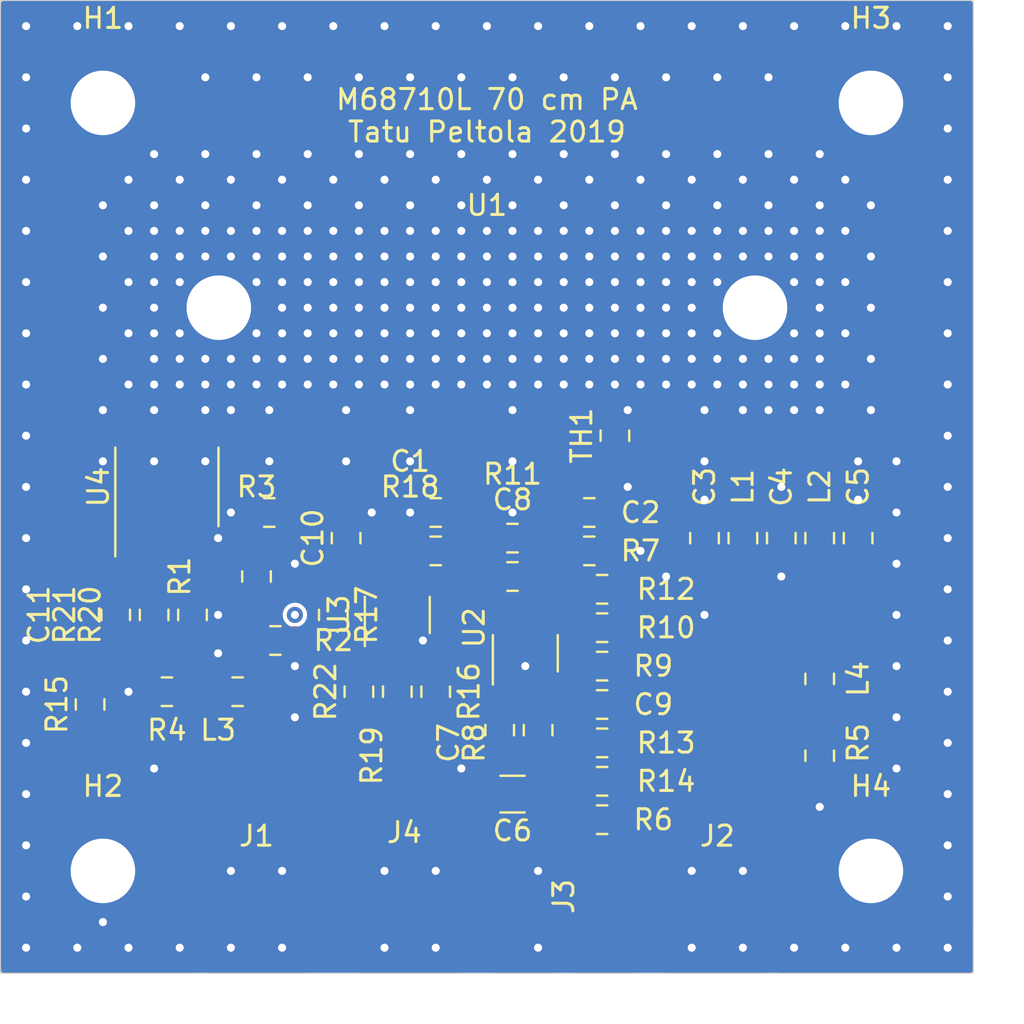
<source format=kicad_pcb>
(kicad_pcb (version 20171130) (host pcbnew 5.1.4-e60b266~84~ubuntu18.04.1)

  (general
    (thickness 1)
    (drawings 5)
    (tracks 467)
    (zones 0)
    (modules 50)
    (nets 25)
  )

  (page A4)
  (layers
    (0 F.Cu signal)
    (31 B.Cu signal)
    (32 B.Adhes user)
    (33 F.Adhes user)
    (34 B.Paste user)
    (35 F.Paste user)
    (36 B.SilkS user hide)
    (37 F.SilkS user)
    (38 B.Mask user hide)
    (39 F.Mask user hide)
    (40 Dwgs.User user)
    (41 Cmts.User user)
    (42 Eco1.User user)
    (43 Eco2.User user)
    (44 Edge.Cuts user)
    (45 Margin user)
    (46 B.CrtYd user)
    (47 F.CrtYd user)
    (48 B.Fab user hide)
    (49 F.Fab user hide)
  )

  (setup
    (last_trace_width 0.3)
    (user_trace_width 0.3)
    (user_trace_width 1)
    (trace_clearance 0.2)
    (zone_clearance 0)
    (zone_45_only no)
    (trace_min 0.2)
    (via_size 0.8)
    (via_drill 0.4)
    (via_min_size 0.4)
    (via_min_drill 0.3)
    (uvia_size 0.3)
    (uvia_drill 0.1)
    (uvias_allowed no)
    (uvia_min_size 0.2)
    (uvia_min_drill 0.1)
    (edge_width 0.05)
    (segment_width 0.2)
    (pcb_text_width 0.3)
    (pcb_text_size 1.5 1.5)
    (mod_edge_width 0.12)
    (mod_text_size 1 1)
    (mod_text_width 0.15)
    (pad_size 6.4 6.4)
    (pad_drill 3.2)
    (pad_to_mask_clearance 0.051)
    (solder_mask_min_width 0.25)
    (aux_axis_origin 0 0)
    (visible_elements FFFFFF7F)
    (pcbplotparams
      (layerselection 0x010fc_ffffffff)
      (usegerberextensions false)
      (usegerberattributes false)
      (usegerberadvancedattributes false)
      (creategerberjobfile false)
      (excludeedgelayer true)
      (linewidth 0.100000)
      (plotframeref false)
      (viasonmask false)
      (mode 1)
      (useauxorigin false)
      (hpglpennumber 1)
      (hpglpenspeed 20)
      (hpglpendiameter 15.000000)
      (psnegative false)
      (psa4output false)
      (plotreference true)
      (plotvalue true)
      (plotinvisibletext false)
      (padsonsilk false)
      (subtractmaskfromsilk false)
      (outputformat 1)
      (mirror false)
      (drillshape 1)
      (scaleselection 1)
      (outputdirectory ""))
  )

  (net 0 "")
  (net 1 GND)
  (net 2 "Net-(L3-Pad2)")
  (net 3 /PA_VGG)
  (net 4 /PA_VDD)
  (net 5 /OS)
  (net 6 /SCL)
  (net 7 /SDA)
  (net 8 /PA_out)
  (net 9 /RF_out)
  (net 10 /V_supply)
  (net 11 VCC)
  (net 12 /RF_in)
  (net 13 /PA_in)
  (net 14 /V_in)
  (net 15 /EN)
  (net 16 /LM_VDD)
  (net 17 /NTC)
  (net 18 "Net-(R18-Pad2)")
  (net 19 "Net-(R19-Pad1)")
  (net 20 "Net-(C4-Pad1)")
  (net 21 "Net-(C7-Pad1)")
  (net 22 "Net-(C8-Pad2)")
  (net 23 "Net-(L4-Pad2)")
  (net 24 /REG_ADJ)

  (net_class Default "This is the default net class."
    (clearance 0.2)
    (trace_width 1.4)
    (via_dia 0.8)
    (via_drill 0.4)
    (uvia_dia 0.3)
    (uvia_drill 0.1)
    (add_net /EN)
    (add_net /LM_VDD)
    (add_net /NTC)
    (add_net /OS)
    (add_net /PA_VDD)
    (add_net /PA_VGG)
    (add_net /PA_in)
    (add_net /PA_out)
    (add_net /REG_ADJ)
    (add_net /RF_in)
    (add_net /RF_out)
    (add_net /SCL)
    (add_net /SDA)
    (add_net /V_in)
    (add_net /V_supply)
    (add_net GND)
    (add_net "Net-(C4-Pad1)")
    (add_net "Net-(C7-Pad1)")
    (add_net "Net-(C8-Pad2)")
    (add_net "Net-(L3-Pad2)")
    (add_net "Net-(L4-Pad2)")
    (add_net "Net-(R18-Pad2)")
    (add_net "Net-(R19-Pad1)")
    (add_net VCC)
  )

  (module 70cm_pa:DC_Pad (layer F.Cu) (tedit 5DB0AC52) (tstamp 5DB0E89D)
    (at 53.34 73.66)
    (path /5DB408AC)
    (fp_text reference J3 (at 0 -3.81 90) (layer F.SilkS)
      (effects (font (size 1 1) (thickness 0.15)))
    )
    (fp_text value Conn_01x02 (at 0 -0.5) (layer F.Fab)
      (effects (font (size 1 1) (thickness 0.15)))
    )
    (pad 2 smd rect (at -2 -3) (size 3 6) (layers F.Cu F.Paste F.Mask)
      (net 1 GND))
    (pad 1 smd rect (at 2 -3) (size 3 6) (layers F.Cu F.Paste F.Mask)
      (net 14 /V_in))
  )

  (module Inductor_SMD:L_0805_2012Metric (layer F.Cu) (tedit 5B36C52B) (tstamp 5DB0B9DF)
    (at 66.04 52.07 270)
    (descr "Inductor SMD 0805 (2012 Metric), square (rectangular) end terminal, IPC_7351 nominal, (Body size source: https://docs.google.com/spreadsheets/d/1BsfQQcO9C6DZCsRaXUlFlo91Tg2WpOkGARC1WS5S8t0/edit?usp=sharing), generated with kicad-footprint-generator")
    (tags inductor)
    (path /5DB13666)
    (attr smd)
    (fp_text reference L2 (at -2.54 0 90) (layer F.SilkS)
      (effects (font (size 1 1) (thickness 0.15)))
    )
    (fp_text value TBD (at 0 1.65 90) (layer F.Fab)
      (effects (font (size 1 1) (thickness 0.15)))
    )
    (fp_text user %R (at 0 0 90) (layer F.Fab)
      (effects (font (size 0.5 0.5) (thickness 0.08)))
    )
    (fp_line (start 1.68 0.95) (end -1.68 0.95) (layer F.CrtYd) (width 0.05))
    (fp_line (start 1.68 -0.95) (end 1.68 0.95) (layer F.CrtYd) (width 0.05))
    (fp_line (start -1.68 -0.95) (end 1.68 -0.95) (layer F.CrtYd) (width 0.05))
    (fp_line (start -1.68 0.95) (end -1.68 -0.95) (layer F.CrtYd) (width 0.05))
    (fp_line (start -0.258578 0.71) (end 0.258578 0.71) (layer F.SilkS) (width 0.12))
    (fp_line (start -0.258578 -0.71) (end 0.258578 -0.71) (layer F.SilkS) (width 0.12))
    (fp_line (start 1 0.6) (end -1 0.6) (layer F.Fab) (width 0.1))
    (fp_line (start 1 -0.6) (end 1 0.6) (layer F.Fab) (width 0.1))
    (fp_line (start -1 -0.6) (end 1 -0.6) (layer F.Fab) (width 0.1))
    (fp_line (start -1 0.6) (end -1 -0.6) (layer F.Fab) (width 0.1))
    (pad 2 smd roundrect (at 0.9375 0 270) (size 0.975 1.4) (layers F.Cu F.Paste F.Mask) (roundrect_rratio 0.25)
      (net 9 /RF_out))
    (pad 1 smd roundrect (at -0.9375 0 270) (size 0.975 1.4) (layers F.Cu F.Paste F.Mask) (roundrect_rratio 0.25)
      (net 20 "Net-(C4-Pad1)"))
    (model ${KISYS3DMOD}/Inductor_SMD.3dshapes/L_0805_2012Metric.wrl
      (at (xyz 0 0 0))
      (scale (xyz 1 1 1))
      (rotate (xyz 0 0 0))
    )
  )

  (module Capacitor_SMD:C_0805_2012Metric (layer F.Cu) (tedit 5B36C52B) (tstamp 5DB0B8EE)
    (at 67.945 52.07 90)
    (descr "Capacitor SMD 0805 (2012 Metric), square (rectangular) end terminal, IPC_7351 nominal, (Body size source: https://docs.google.com/spreadsheets/d/1BsfQQcO9C6DZCsRaXUlFlo91Tg2WpOkGARC1WS5S8t0/edit?usp=sharing), generated with kicad-footprint-generator")
    (tags capacitor)
    (path /5DB13652)
    (attr smd)
    (fp_text reference C5 (at 2.54 0 90) (layer F.SilkS)
      (effects (font (size 1 1) (thickness 0.15)))
    )
    (fp_text value TBD (at 0 1.65 90) (layer F.Fab)
      (effects (font (size 1 1) (thickness 0.15)))
    )
    (fp_text user %R (at 0 0 90) (layer F.Fab)
      (effects (font (size 0.5 0.5) (thickness 0.08)))
    )
    (fp_line (start 1.68 0.95) (end -1.68 0.95) (layer F.CrtYd) (width 0.05))
    (fp_line (start 1.68 -0.95) (end 1.68 0.95) (layer F.CrtYd) (width 0.05))
    (fp_line (start -1.68 -0.95) (end 1.68 -0.95) (layer F.CrtYd) (width 0.05))
    (fp_line (start -1.68 0.95) (end -1.68 -0.95) (layer F.CrtYd) (width 0.05))
    (fp_line (start -0.258578 0.71) (end 0.258578 0.71) (layer F.SilkS) (width 0.12))
    (fp_line (start -0.258578 -0.71) (end 0.258578 -0.71) (layer F.SilkS) (width 0.12))
    (fp_line (start 1 0.6) (end -1 0.6) (layer F.Fab) (width 0.1))
    (fp_line (start 1 -0.6) (end 1 0.6) (layer F.Fab) (width 0.1))
    (fp_line (start -1 -0.6) (end 1 -0.6) (layer F.Fab) (width 0.1))
    (fp_line (start -1 0.6) (end -1 -0.6) (layer F.Fab) (width 0.1))
    (pad 2 smd roundrect (at 0.9375 0 90) (size 0.975 1.4) (layers F.Cu F.Paste F.Mask) (roundrect_rratio 0.25)
      (net 1 GND))
    (pad 1 smd roundrect (at -0.9375 0 90) (size 0.975 1.4) (layers F.Cu F.Paste F.Mask) (roundrect_rratio 0.25)
      (net 9 /RF_out))
    (model ${KISYS3DMOD}/Capacitor_SMD.3dshapes/C_0805_2012Metric.wrl
      (at (xyz 0 0 0))
      (scale (xyz 1 1 1))
      (rotate (xyz 0 0 0))
    )
  )

  (module Resistor_SMD:R_0805_2012Metric (layer F.Cu) (tedit 5B36C52B) (tstamp 5DB0B514)
    (at 46.99 59.69 270)
    (descr "Resistor SMD 0805 (2012 Metric), square (rectangular) end terminal, IPC_7351 nominal, (Body size source: https://docs.google.com/spreadsheets/d/1BsfQQcO9C6DZCsRaXUlFlo91Tg2WpOkGARC1WS5S8t0/edit?usp=sharing), generated with kicad-footprint-generator")
    (tags resistor)
    (path /5DB20265)
    (attr smd)
    (fp_text reference R16 (at 0 -1.65 90) (layer F.SilkS)
      (effects (font (size 1 1) (thickness 0.15)))
    )
    (fp_text value 100k (at 0 1.65 90) (layer F.Fab)
      (effects (font (size 1 1) (thickness 0.15)))
    )
    (fp_text user %R (at 0 0 90) (layer F.Fab)
      (effects (font (size 0.5 0.5) (thickness 0.08)))
    )
    (fp_line (start 1.68 0.95) (end -1.68 0.95) (layer F.CrtYd) (width 0.05))
    (fp_line (start 1.68 -0.95) (end 1.68 0.95) (layer F.CrtYd) (width 0.05))
    (fp_line (start -1.68 -0.95) (end 1.68 -0.95) (layer F.CrtYd) (width 0.05))
    (fp_line (start -1.68 0.95) (end -1.68 -0.95) (layer F.CrtYd) (width 0.05))
    (fp_line (start -0.258578 0.71) (end 0.258578 0.71) (layer F.SilkS) (width 0.12))
    (fp_line (start -0.258578 -0.71) (end 0.258578 -0.71) (layer F.SilkS) (width 0.12))
    (fp_line (start 1 0.6) (end -1 0.6) (layer F.Fab) (width 0.1))
    (fp_line (start 1 -0.6) (end 1 0.6) (layer F.Fab) (width 0.1))
    (fp_line (start -1 -0.6) (end 1 -0.6) (layer F.Fab) (width 0.1))
    (fp_line (start -1 0.6) (end -1 -0.6) (layer F.Fab) (width 0.1))
    (pad 2 smd roundrect (at 0.9375 0 270) (size 0.975 1.4) (layers F.Cu F.Paste F.Mask) (roundrect_rratio 0.25)
      (net 15 /EN))
    (pad 1 smd roundrect (at -0.9375 0 270) (size 0.975 1.4) (layers F.Cu F.Paste F.Mask) (roundrect_rratio 0.25)
      (net 11 VCC))
    (model ${KISYS3DMOD}/Resistor_SMD.3dshapes/R_0805_2012Metric.wrl
      (at (xyz 0 0 0))
      (scale (xyz 1 1 1))
      (rotate (xyz 0 0 0))
    )
  )

  (module 70cm_pa:Pigtail (layer F.Cu) (tedit 5DB060B3) (tstamp 5DB0C9AC)
    (at 45.72 73.66)
    (path /5DB26191)
    (fp_text reference J4 (at -0.285 -6.985) (layer F.SilkS)
      (effects (font (size 1 1) (thickness 0.15)))
    )
    (fp_text value ~ (at 0 -0.5) (layer F.Fab)
      (effects (font (size 1 1) (thickness 0.15)))
    )
    (pad 2 smd rect (at 0 -3) (size 5 6) (layers F.Cu F.Paste F.Mask)
      (net 1 GND))
    (pad 1 smd rect (at 0 -10) (size 1.5 3) (layers F.Cu F.Paste F.Mask)
      (net 15 /EN))
  )

  (module 70cm_pa:Pigtail (layer F.Cu) (tedit 5DB060B3) (tstamp 5DB0C821)
    (at 60.96 73.66)
    (path /5DB0A0E6)
    (fp_text reference J2 (at 0 -6.81) (layer F.SilkS)
      (effects (font (size 1 1) (thickness 0.15)))
    )
    (fp_text value ~ (at 0 -0.5) (layer F.Fab)
      (effects (font (size 1 1) (thickness 0.15)))
    )
    (pad 2 smd rect (at 0 -3) (size 5 6) (layers F.Cu F.Paste F.Mask)
      (net 1 GND))
    (pad 1 smd rect (at 0 -10) (size 1.5 3) (layers F.Cu F.Paste F.Mask)
      (net 9 /RF_out))
  )

  (module 70cm_pa:Pigtail (layer F.Cu) (tedit 5DB060B3) (tstamp 5DAE46B3)
    (at 38.1 73.66)
    (path /5DAE4558)
    (fp_text reference J1 (at 0 -6.81) (layer F.SilkS)
      (effects (font (size 1 1) (thickness 0.15)))
    )
    (fp_text value ~ (at 0 -0.5) (layer F.Fab)
      (effects (font (size 1 1) (thickness 0.15)))
    )
    (pad 2 smd rect (at 0 -3) (size 5 6) (layers F.Cu F.Paste F.Mask)
      (net 1 GND))
    (pad 1 smd rect (at 0 -10) (size 1.5 3) (layers F.Cu F.Paste F.Mask)
      (net 12 /RF_in))
  )

  (module Resistor_SMD:R_0805_2012Metric (layer F.Cu) (tedit 5B36C52B) (tstamp 5DB04E19)
    (at 29.845 60.325 90)
    (descr "Resistor SMD 0805 (2012 Metric), square (rectangular) end terminal, IPC_7351 nominal, (Body size source: https://docs.google.com/spreadsheets/d/1BsfQQcO9C6DZCsRaXUlFlo91Tg2WpOkGARC1WS5S8t0/edit?usp=sharing), generated with kicad-footprint-generator")
    (tags resistor)
    (path /5DB58891)
    (attr smd)
    (fp_text reference R15 (at 0 -1.65 90) (layer F.SilkS)
      (effects (font (size 1 1) (thickness 0.15)))
    )
    (fp_text value 0 (at 0 1.65 90) (layer F.Fab)
      (effects (font (size 1 1) (thickness 0.15)))
    )
    (fp_text user %R (at 0 0 90) (layer F.Fab)
      (effects (font (size 0.5 0.5) (thickness 0.08)))
    )
    (fp_line (start 1.68 0.95) (end -1.68 0.95) (layer F.CrtYd) (width 0.05))
    (fp_line (start 1.68 -0.95) (end 1.68 0.95) (layer F.CrtYd) (width 0.05))
    (fp_line (start -1.68 -0.95) (end 1.68 -0.95) (layer F.CrtYd) (width 0.05))
    (fp_line (start -1.68 0.95) (end -1.68 -0.95) (layer F.CrtYd) (width 0.05))
    (fp_line (start -0.258578 0.71) (end 0.258578 0.71) (layer F.SilkS) (width 0.12))
    (fp_line (start -0.258578 -0.71) (end 0.258578 -0.71) (layer F.SilkS) (width 0.12))
    (fp_line (start 1 0.6) (end -1 0.6) (layer F.Fab) (width 0.1))
    (fp_line (start 1 -0.6) (end 1 0.6) (layer F.Fab) (width 0.1))
    (fp_line (start -1 -0.6) (end 1 -0.6) (layer F.Fab) (width 0.1))
    (fp_line (start -1 0.6) (end -1 -0.6) (layer F.Fab) (width 0.1))
    (pad 2 smd roundrect (at 0.9375 0 90) (size 0.975 1.4) (layers F.Cu F.Paste F.Mask) (roundrect_rratio 0.25)
      (net 11 VCC))
    (pad 1 smd roundrect (at -0.9375 0 90) (size 0.975 1.4) (layers F.Cu F.Paste F.Mask) (roundrect_rratio 0.25)
      (net 16 /LM_VDD))
    (model ${KISYS3DMOD}/Resistor_SMD.3dshapes/R_0805_2012Metric.wrl
      (at (xyz 0 0 0))
      (scale (xyz 1 1 1))
      (rotate (xyz 0 0 0))
    )
  )

  (module Resistor_SMD:R_0805_2012Metric (layer F.Cu) (tedit 5B36C52B) (tstamp 5DB04DD8)
    (at 50.8 52.07 180)
    (descr "Resistor SMD 0805 (2012 Metric), square (rectangular) end terminal, IPC_7351 nominal, (Body size source: https://docs.google.com/spreadsheets/d/1BsfQQcO9C6DZCsRaXUlFlo91Tg2WpOkGARC1WS5S8t0/edit?usp=sharing), generated with kicad-footprint-generator")
    (tags resistor)
    (path /5DB2E64F)
    (attr smd)
    (fp_text reference R11 (at 0 3.175) (layer F.SilkS)
      (effects (font (size 1 1) (thickness 0.15)))
    )
    (fp_text value 1 (at 0 1.65) (layer F.Fab)
      (effects (font (size 1 1) (thickness 0.15)))
    )
    (fp_text user %R (at 0 0) (layer F.Fab)
      (effects (font (size 0.5 0.5) (thickness 0.08)))
    )
    (fp_line (start 1.68 0.95) (end -1.68 0.95) (layer F.CrtYd) (width 0.05))
    (fp_line (start 1.68 -0.95) (end 1.68 0.95) (layer F.CrtYd) (width 0.05))
    (fp_line (start -1.68 -0.95) (end 1.68 -0.95) (layer F.CrtYd) (width 0.05))
    (fp_line (start -1.68 0.95) (end -1.68 -0.95) (layer F.CrtYd) (width 0.05))
    (fp_line (start -0.258578 0.71) (end 0.258578 0.71) (layer F.SilkS) (width 0.12))
    (fp_line (start -0.258578 -0.71) (end 0.258578 -0.71) (layer F.SilkS) (width 0.12))
    (fp_line (start 1 0.6) (end -1 0.6) (layer F.Fab) (width 0.1))
    (fp_line (start 1 -0.6) (end 1 0.6) (layer F.Fab) (width 0.1))
    (fp_line (start -1 -0.6) (end 1 -0.6) (layer F.Fab) (width 0.1))
    (fp_line (start -1 0.6) (end -1 -0.6) (layer F.Fab) (width 0.1))
    (pad 2 smd roundrect (at 0.9375 0 180) (size 0.975 1.4) (layers F.Cu F.Paste F.Mask) (roundrect_rratio 0.25)
      (net 1 GND))
    (pad 1 smd roundrect (at -0.9375 0 180) (size 0.975 1.4) (layers F.Cu F.Paste F.Mask) (roundrect_rratio 0.25)
      (net 22 "Net-(C8-Pad2)"))
    (model ${KISYS3DMOD}/Resistor_SMD.3dshapes/R_0805_2012Metric.wrl
      (at (xyz 0 0 0))
      (scale (xyz 1 1 1))
      (rotate (xyz 0 0 0))
    )
  )

  (module Capacitor_SMD:C_0805_2012Metric (layer F.Cu) (tedit 5B36C52B) (tstamp 5DB04BA3)
    (at 31.115 55.88 270)
    (descr "Capacitor SMD 0805 (2012 Metric), square (rectangular) end terminal, IPC_7351 nominal, (Body size source: https://docs.google.com/spreadsheets/d/1BsfQQcO9C6DZCsRaXUlFlo91Tg2WpOkGARC1WS5S8t0/edit?usp=sharing), generated with kicad-footprint-generator")
    (tags capacitor)
    (path /5DB547EB)
    (attr smd)
    (fp_text reference C11 (at 0 3.81 90) (layer F.SilkS)
      (effects (font (size 1 1) (thickness 0.15)))
    )
    (fp_text value 100n (at 0 1.65 90) (layer F.Fab)
      (effects (font (size 1 1) (thickness 0.15)))
    )
    (fp_text user %R (at 0 0 90) (layer F.Fab)
      (effects (font (size 0.5 0.5) (thickness 0.08)))
    )
    (fp_line (start 1.68 0.95) (end -1.68 0.95) (layer F.CrtYd) (width 0.05))
    (fp_line (start 1.68 -0.95) (end 1.68 0.95) (layer F.CrtYd) (width 0.05))
    (fp_line (start -1.68 -0.95) (end 1.68 -0.95) (layer F.CrtYd) (width 0.05))
    (fp_line (start -1.68 0.95) (end -1.68 -0.95) (layer F.CrtYd) (width 0.05))
    (fp_line (start -0.258578 0.71) (end 0.258578 0.71) (layer F.SilkS) (width 0.12))
    (fp_line (start -0.258578 -0.71) (end 0.258578 -0.71) (layer F.SilkS) (width 0.12))
    (fp_line (start 1 0.6) (end -1 0.6) (layer F.Fab) (width 0.1))
    (fp_line (start 1 -0.6) (end 1 0.6) (layer F.Fab) (width 0.1))
    (fp_line (start -1 -0.6) (end 1 -0.6) (layer F.Fab) (width 0.1))
    (fp_line (start -1 0.6) (end -1 -0.6) (layer F.Fab) (width 0.1))
    (pad 2 smd roundrect (at 0.9375 0 270) (size 0.975 1.4) (layers F.Cu F.Paste F.Mask) (roundrect_rratio 0.25)
      (net 1 GND))
    (pad 1 smd roundrect (at -0.9375 0 270) (size 0.975 1.4) (layers F.Cu F.Paste F.Mask) (roundrect_rratio 0.25)
      (net 16 /LM_VDD))
    (model ${KISYS3DMOD}/Capacitor_SMD.3dshapes/C_0805_2012Metric.wrl
      (at (xyz 0 0 0))
      (scale (xyz 1 1 1))
      (rotate (xyz 0 0 0))
    )
  )

  (module Capacitor_SMD:C_0805_2012Metric (layer F.Cu) (tedit 5B36C52B) (tstamp 5DB17C73)
    (at 42.545 52.07 90)
    (descr "Capacitor SMD 0805 (2012 Metric), square (rectangular) end terminal, IPC_7351 nominal, (Body size source: https://docs.google.com/spreadsheets/d/1BsfQQcO9C6DZCsRaXUlFlo91Tg2WpOkGARC1WS5S8t0/edit?usp=sharing), generated with kicad-footprint-generator")
    (tags capacitor)
    (path /5DB372D9)
    (attr smd)
    (fp_text reference C10 (at 0 -1.65 90) (layer F.SilkS)
      (effects (font (size 1 1) (thickness 0.15)))
    )
    (fp_text value 100n (at 0 1.65 90) (layer F.Fab)
      (effects (font (size 1 1) (thickness 0.15)))
    )
    (fp_text user %R (at 0 0 90) (layer F.Fab)
      (effects (font (size 0.5 0.5) (thickness 0.08)))
    )
    (fp_line (start 1.68 0.95) (end -1.68 0.95) (layer F.CrtYd) (width 0.05))
    (fp_line (start 1.68 -0.95) (end 1.68 0.95) (layer F.CrtYd) (width 0.05))
    (fp_line (start -1.68 -0.95) (end 1.68 -0.95) (layer F.CrtYd) (width 0.05))
    (fp_line (start -1.68 0.95) (end -1.68 -0.95) (layer F.CrtYd) (width 0.05))
    (fp_line (start -0.258578 0.71) (end 0.258578 0.71) (layer F.SilkS) (width 0.12))
    (fp_line (start -0.258578 -0.71) (end 0.258578 -0.71) (layer F.SilkS) (width 0.12))
    (fp_line (start 1 0.6) (end -1 0.6) (layer F.Fab) (width 0.1))
    (fp_line (start 1 -0.6) (end 1 0.6) (layer F.Fab) (width 0.1))
    (fp_line (start -1 -0.6) (end 1 -0.6) (layer F.Fab) (width 0.1))
    (fp_line (start -1 0.6) (end -1 -0.6) (layer F.Fab) (width 0.1))
    (pad 2 smd roundrect (at 0.9375 0 90) (size 0.975 1.4) (layers F.Cu F.Paste F.Mask) (roundrect_rratio 0.25)
      (net 1 GND))
    (pad 1 smd roundrect (at -0.9375 0 90) (size 0.975 1.4) (layers F.Cu F.Paste F.Mask) (roundrect_rratio 0.25)
      (net 11 VCC))
    (model ${KISYS3DMOD}/Capacitor_SMD.3dshapes/C_0805_2012Metric.wrl
      (at (xyz 0 0 0))
      (scale (xyz 1 1 1))
      (rotate (xyz 0 0 0))
    )
  )

  (module Package_TO_SOT_SMD:SOT-23-5 (layer F.Cu) (tedit 5A02FF57) (tstamp 5DAF8B87)
    (at 45.085 55.88 90)
    (descr "5-pin SOT23 package")
    (tags SOT-23-5)
    (path /5DB055CA)
    (attr smd)
    (fp_text reference U3 (at 0 -2.9 90) (layer F.SilkS)
      (effects (font (size 1 1) (thickness 0.15)))
    )
    (fp_text value SN74LV1T08 (at 0 2.9 90) (layer F.Fab)
      (effects (font (size 1 1) (thickness 0.15)))
    )
    (fp_line (start 0.9 -1.55) (end 0.9 1.55) (layer F.Fab) (width 0.1))
    (fp_line (start 0.9 1.55) (end -0.9 1.55) (layer F.Fab) (width 0.1))
    (fp_line (start -0.9 -0.9) (end -0.9 1.55) (layer F.Fab) (width 0.1))
    (fp_line (start 0.9 -1.55) (end -0.25 -1.55) (layer F.Fab) (width 0.1))
    (fp_line (start -0.9 -0.9) (end -0.25 -1.55) (layer F.Fab) (width 0.1))
    (fp_line (start -1.9 1.8) (end -1.9 -1.8) (layer F.CrtYd) (width 0.05))
    (fp_line (start 1.9 1.8) (end -1.9 1.8) (layer F.CrtYd) (width 0.05))
    (fp_line (start 1.9 -1.8) (end 1.9 1.8) (layer F.CrtYd) (width 0.05))
    (fp_line (start -1.9 -1.8) (end 1.9 -1.8) (layer F.CrtYd) (width 0.05))
    (fp_line (start 0.9 -1.61) (end -1.55 -1.61) (layer F.SilkS) (width 0.12))
    (fp_line (start -0.9 1.61) (end 0.9 1.61) (layer F.SilkS) (width 0.12))
    (fp_text user %R (at 0 0) (layer F.Fab)
      (effects (font (size 0.5 0.5) (thickness 0.075)))
    )
    (pad 5 smd rect (at 1.1 -0.95 90) (size 1.06 0.65) (layers F.Cu F.Paste F.Mask)
      (net 11 VCC))
    (pad 4 smd rect (at 1.1 0.95 90) (size 1.06 0.65) (layers F.Cu F.Paste F.Mask)
      (net 18 "Net-(R18-Pad2)"))
    (pad 3 smd rect (at -1.1 0.95 90) (size 1.06 0.65) (layers F.Cu F.Paste F.Mask)
      (net 1 GND))
    (pad 2 smd rect (at -1.1 0 90) (size 1.06 0.65) (layers F.Cu F.Paste F.Mask)
      (net 19 "Net-(R19-Pad1)"))
    (pad 1 smd rect (at -1.1 -0.95 90) (size 1.06 0.65) (layers F.Cu F.Paste F.Mask)
      (net 5 /OS))
    (model ${KISYS3DMOD}/Package_TO_SOT_SMD.3dshapes/SOT-23-5.wrl
      (at (xyz 0 0 0))
      (scale (xyz 1 1 1))
      (rotate (xyz 0 0 0))
    )
  )

  (module Resistor_SMD:R_0805_2012Metric (layer F.Cu) (tedit 5B36C52B) (tstamp 5DAF8159)
    (at 55.88 46.99 90)
    (descr "Resistor SMD 0805 (2012 Metric), square (rectangular) end terminal, IPC_7351 nominal, (Body size source: https://docs.google.com/spreadsheets/d/1BsfQQcO9C6DZCsRaXUlFlo91Tg2WpOkGARC1WS5S8t0/edit?usp=sharing), generated with kicad-footprint-generator")
    (tags resistor)
    (path /5DC2CC96)
    (attr smd)
    (fp_text reference TH1 (at 0 -1.65 90) (layer F.SilkS)
      (effects (font (size 1 1) (thickness 0.15)))
    )
    (fp_text value ~ (at 0 1.65 90) (layer F.Fab)
      (effects (font (size 1 1) (thickness 0.15)))
    )
    (fp_text user %R (at 0 0 90) (layer F.Fab)
      (effects (font (size 0.5 0.5) (thickness 0.08)))
    )
    (fp_line (start 1.68 0.95) (end -1.68 0.95) (layer F.CrtYd) (width 0.05))
    (fp_line (start 1.68 -0.95) (end 1.68 0.95) (layer F.CrtYd) (width 0.05))
    (fp_line (start -1.68 -0.95) (end 1.68 -0.95) (layer F.CrtYd) (width 0.05))
    (fp_line (start -1.68 0.95) (end -1.68 -0.95) (layer F.CrtYd) (width 0.05))
    (fp_line (start -0.258578 0.71) (end 0.258578 0.71) (layer F.SilkS) (width 0.12))
    (fp_line (start -0.258578 -0.71) (end 0.258578 -0.71) (layer F.SilkS) (width 0.12))
    (fp_line (start 1 0.6) (end -1 0.6) (layer F.Fab) (width 0.1))
    (fp_line (start 1 -0.6) (end 1 0.6) (layer F.Fab) (width 0.1))
    (fp_line (start -1 -0.6) (end 1 -0.6) (layer F.Fab) (width 0.1))
    (fp_line (start -1 0.6) (end -1 -0.6) (layer F.Fab) (width 0.1))
    (pad 2 smd roundrect (at 0.9375 0 90) (size 0.975 1.4) (layers F.Cu F.Paste F.Mask) (roundrect_rratio 0.25)
      (net 1 GND))
    (pad 1 smd roundrect (at -0.9375 0 90) (size 0.975 1.4) (layers F.Cu F.Paste F.Mask) (roundrect_rratio 0.25)
      (net 17 /NTC))
    (model ${KISYS3DMOD}/Resistor_SMD.3dshapes/R_0805_2012Metric.wrl
      (at (xyz 0 0 0))
      (scale (xyz 1 1 1))
      (rotate (xyz 0 0 0))
    )
  )

  (module Package_TO_SOT_SMD:SOT-23-5 (layer F.Cu) (tedit 5A02FF57) (tstamp 5DAF7688)
    (at 51.435 57.785 90)
    (descr "5-pin SOT23 package")
    (tags SOT-23-5)
    (path /5DAF8274)
    (attr smd)
    (fp_text reference U2 (at 1.27 -2.54 90) (layer F.SilkS)
      (effects (font (size 1 1) (thickness 0.15)))
    )
    (fp_text value MIC5205YM5 (at 0 2.9 90) (layer F.Fab)
      (effects (font (size 1 1) (thickness 0.15)))
    )
    (fp_line (start 0.9 -1.55) (end 0.9 1.55) (layer F.Fab) (width 0.1))
    (fp_line (start 0.9 1.55) (end -0.9 1.55) (layer F.Fab) (width 0.1))
    (fp_line (start -0.9 -0.9) (end -0.9 1.55) (layer F.Fab) (width 0.1))
    (fp_line (start 0.9 -1.55) (end -0.25 -1.55) (layer F.Fab) (width 0.1))
    (fp_line (start -0.9 -0.9) (end -0.25 -1.55) (layer F.Fab) (width 0.1))
    (fp_line (start -1.9 1.8) (end -1.9 -1.8) (layer F.CrtYd) (width 0.05))
    (fp_line (start 1.9 1.8) (end -1.9 1.8) (layer F.CrtYd) (width 0.05))
    (fp_line (start 1.9 -1.8) (end 1.9 1.8) (layer F.CrtYd) (width 0.05))
    (fp_line (start -1.9 -1.8) (end 1.9 -1.8) (layer F.CrtYd) (width 0.05))
    (fp_line (start 0.9 -1.61) (end -1.55 -1.61) (layer F.SilkS) (width 0.12))
    (fp_line (start -0.9 1.61) (end 0.9 1.61) (layer F.SilkS) (width 0.12))
    (fp_text user %R (at 0 0) (layer F.Fab)
      (effects (font (size 0.5 0.5) (thickness 0.075)))
    )
    (pad 5 smd rect (at 1.1 -0.95 90) (size 1.06 0.65) (layers F.Cu F.Paste F.Mask)
      (net 11 VCC))
    (pad 4 smd rect (at 1.1 0.95 90) (size 1.06 0.65) (layers F.Cu F.Paste F.Mask)
      (net 24 /REG_ADJ))
    (pad 3 smd rect (at -1.1 0.95 90) (size 1.06 0.65) (layers F.Cu F.Paste F.Mask)
      (net 21 "Net-(C7-Pad1)"))
    (pad 2 smd rect (at -1.1 0 90) (size 1.06 0.65) (layers F.Cu F.Paste F.Mask)
      (net 1 GND))
    (pad 1 smd rect (at -1.1 -0.95 90) (size 1.06 0.65) (layers F.Cu F.Paste F.Mask)
      (net 21 "Net-(C7-Pad1)"))
    (model ${KISYS3DMOD}/Package_TO_SOT_SMD.3dshapes/SOT-23-5.wrl
      (at (xyz 0 0 0))
      (scale (xyz 1 1 1))
      (rotate (xyz 0 0 0))
    )
  )

  (module Resistor_SMD:R_0805_2012Metric (layer F.Cu) (tedit 5B36C52B) (tstamp 5DAF765F)
    (at 43.18 59.69 90)
    (descr "Resistor SMD 0805 (2012 Metric), square (rectangular) end terminal, IPC_7351 nominal, (Body size source: https://docs.google.com/spreadsheets/d/1BsfQQcO9C6DZCsRaXUlFlo91Tg2WpOkGARC1WS5S8t0/edit?usp=sharing), generated with kicad-footprint-generator")
    (tags resistor)
    (path /5DB7BF77)
    (attr smd)
    (fp_text reference R22 (at 0 -1.65 90) (layer F.SilkS)
      (effects (font (size 1 1) (thickness 0.15)))
    )
    (fp_text value 100k (at 0 1.65 90) (layer F.Fab)
      (effects (font (size 1 1) (thickness 0.15)))
    )
    (fp_text user %R (at 0 0 90) (layer F.Fab)
      (effects (font (size 0.5 0.5) (thickness 0.08)))
    )
    (fp_line (start 1.68 0.95) (end -1.68 0.95) (layer F.CrtYd) (width 0.05))
    (fp_line (start 1.68 -0.95) (end 1.68 0.95) (layer F.CrtYd) (width 0.05))
    (fp_line (start -1.68 -0.95) (end 1.68 -0.95) (layer F.CrtYd) (width 0.05))
    (fp_line (start -1.68 0.95) (end -1.68 -0.95) (layer F.CrtYd) (width 0.05))
    (fp_line (start -0.258578 0.71) (end 0.258578 0.71) (layer F.SilkS) (width 0.12))
    (fp_line (start -0.258578 -0.71) (end 0.258578 -0.71) (layer F.SilkS) (width 0.12))
    (fp_line (start 1 0.6) (end -1 0.6) (layer F.Fab) (width 0.1))
    (fp_line (start 1 -0.6) (end 1 0.6) (layer F.Fab) (width 0.1))
    (fp_line (start -1 -0.6) (end 1 -0.6) (layer F.Fab) (width 0.1))
    (fp_line (start -1 0.6) (end -1 -0.6) (layer F.Fab) (width 0.1))
    (pad 2 smd roundrect (at 0.9375 0 90) (size 0.975 1.4) (layers F.Cu F.Paste F.Mask) (roundrect_rratio 0.25)
      (net 1 GND))
    (pad 1 smd roundrect (at -0.9375 0 90) (size 0.975 1.4) (layers F.Cu F.Paste F.Mask) (roundrect_rratio 0.25)
      (net 15 /EN))
    (model ${KISYS3DMOD}/Resistor_SMD.3dshapes/R_0805_2012Metric.wrl
      (at (xyz 0 0 0))
      (scale (xyz 1 1 1))
      (rotate (xyz 0 0 0))
    )
  )

  (module Resistor_SMD:R_0805_2012Metric (layer F.Cu) (tedit 5B36C52B) (tstamp 5DAF764E)
    (at 45.085 59.69 270)
    (descr "Resistor SMD 0805 (2012 Metric), square (rectangular) end terminal, IPC_7351 nominal, (Body size source: https://docs.google.com/spreadsheets/d/1BsfQQcO9C6DZCsRaXUlFlo91Tg2WpOkGARC1WS5S8t0/edit?usp=sharing), generated with kicad-footprint-generator")
    (tags resistor)
    (path /5DB82D6A)
    (attr smd)
    (fp_text reference R19 (at 3.175 1.27 90) (layer F.SilkS)
      (effects (font (size 1 1) (thickness 0.15)))
    )
    (fp_text value 1k (at 0 1.65 90) (layer F.Fab)
      (effects (font (size 1 1) (thickness 0.15)))
    )
    (fp_text user %R (at 0 0 90) (layer F.Fab)
      (effects (font (size 0.5 0.5) (thickness 0.08)))
    )
    (fp_line (start 1.68 0.95) (end -1.68 0.95) (layer F.CrtYd) (width 0.05))
    (fp_line (start 1.68 -0.95) (end 1.68 0.95) (layer F.CrtYd) (width 0.05))
    (fp_line (start -1.68 -0.95) (end 1.68 -0.95) (layer F.CrtYd) (width 0.05))
    (fp_line (start -1.68 0.95) (end -1.68 -0.95) (layer F.CrtYd) (width 0.05))
    (fp_line (start -0.258578 0.71) (end 0.258578 0.71) (layer F.SilkS) (width 0.12))
    (fp_line (start -0.258578 -0.71) (end 0.258578 -0.71) (layer F.SilkS) (width 0.12))
    (fp_line (start 1 0.6) (end -1 0.6) (layer F.Fab) (width 0.1))
    (fp_line (start 1 -0.6) (end 1 0.6) (layer F.Fab) (width 0.1))
    (fp_line (start -1 -0.6) (end 1 -0.6) (layer F.Fab) (width 0.1))
    (fp_line (start -1 0.6) (end -1 -0.6) (layer F.Fab) (width 0.1))
    (pad 2 smd roundrect (at 0.9375 0 270) (size 0.975 1.4) (layers F.Cu F.Paste F.Mask) (roundrect_rratio 0.25)
      (net 15 /EN))
    (pad 1 smd roundrect (at -0.9375 0 270) (size 0.975 1.4) (layers F.Cu F.Paste F.Mask) (roundrect_rratio 0.25)
      (net 19 "Net-(R19-Pad1)"))
    (model ${KISYS3DMOD}/Resistor_SMD.3dshapes/R_0805_2012Metric.wrl
      (at (xyz 0 0 0))
      (scale (xyz 1 1 1))
      (rotate (xyz 0 0 0))
    )
  )

  (module Resistor_SMD:R_0805_2012Metric (layer F.Cu) (tedit 5B36C52B) (tstamp 5DAF762D)
    (at 33.02 55.88 90)
    (descr "Resistor SMD 0805 (2012 Metric), square (rectangular) end terminal, IPC_7351 nominal, (Body size source: https://docs.google.com/spreadsheets/d/1BsfQQcO9C6DZCsRaXUlFlo91Tg2WpOkGARC1WS5S8t0/edit?usp=sharing), generated with kicad-footprint-generator")
    (tags resistor)
    (path /5DC4D974)
    (attr smd)
    (fp_text reference R21 (at 0 -4.445 90) (layer F.SilkS)
      (effects (font (size 1 1) (thickness 0.15)))
    )
    (fp_text value 1k (at 0 1.65 90) (layer F.Fab)
      (effects (font (size 1 1) (thickness 0.15)))
    )
    (fp_text user %R (at 0 0 90) (layer F.Fab)
      (effects (font (size 0.5 0.5) (thickness 0.08)))
    )
    (fp_line (start 1.68 0.95) (end -1.68 0.95) (layer F.CrtYd) (width 0.05))
    (fp_line (start 1.68 -0.95) (end 1.68 0.95) (layer F.CrtYd) (width 0.05))
    (fp_line (start -1.68 -0.95) (end 1.68 -0.95) (layer F.CrtYd) (width 0.05))
    (fp_line (start -1.68 0.95) (end -1.68 -0.95) (layer F.CrtYd) (width 0.05))
    (fp_line (start -0.258578 0.71) (end 0.258578 0.71) (layer F.SilkS) (width 0.12))
    (fp_line (start -0.258578 -0.71) (end 0.258578 -0.71) (layer F.SilkS) (width 0.12))
    (fp_line (start 1 0.6) (end -1 0.6) (layer F.Fab) (width 0.1))
    (fp_line (start 1 -0.6) (end 1 0.6) (layer F.Fab) (width 0.1))
    (fp_line (start -1 -0.6) (end 1 -0.6) (layer F.Fab) (width 0.1))
    (fp_line (start -1 0.6) (end -1 -0.6) (layer F.Fab) (width 0.1))
    (pad 2 smd roundrect (at 0.9375 0 90) (size 0.975 1.4) (layers F.Cu F.Paste F.Mask) (roundrect_rratio 0.25)
      (net 7 /SDA))
    (pad 1 smd roundrect (at -0.9375 0 90) (size 0.975 1.4) (layers F.Cu F.Paste F.Mask) (roundrect_rratio 0.25)
      (net 16 /LM_VDD))
    (model ${KISYS3DMOD}/Resistor_SMD.3dshapes/R_0805_2012Metric.wrl
      (at (xyz 0 0 0))
      (scale (xyz 1 1 1))
      (rotate (xyz 0 0 0))
    )
  )

  (module Resistor_SMD:R_0805_2012Metric (layer F.Cu) (tedit 5B36C52B) (tstamp 5DAF761C)
    (at 34.925 55.88 90)
    (descr "Resistor SMD 0805 (2012 Metric), square (rectangular) end terminal, IPC_7351 nominal, (Body size source: https://docs.google.com/spreadsheets/d/1BsfQQcO9C6DZCsRaXUlFlo91Tg2WpOkGARC1WS5S8t0/edit?usp=sharing), generated with kicad-footprint-generator")
    (tags resistor)
    (path /5DC4D2FA)
    (attr smd)
    (fp_text reference R20 (at 0 -5.08 90) (layer F.SilkS)
      (effects (font (size 1 1) (thickness 0.15)))
    )
    (fp_text value 1k (at 0 1.65 90) (layer F.Fab)
      (effects (font (size 1 1) (thickness 0.15)))
    )
    (fp_text user %R (at 0 0 90) (layer F.Fab)
      (effects (font (size 0.5 0.5) (thickness 0.08)))
    )
    (fp_line (start 1.68 0.95) (end -1.68 0.95) (layer F.CrtYd) (width 0.05))
    (fp_line (start 1.68 -0.95) (end 1.68 0.95) (layer F.CrtYd) (width 0.05))
    (fp_line (start -1.68 -0.95) (end 1.68 -0.95) (layer F.CrtYd) (width 0.05))
    (fp_line (start -1.68 0.95) (end -1.68 -0.95) (layer F.CrtYd) (width 0.05))
    (fp_line (start -0.258578 0.71) (end 0.258578 0.71) (layer F.SilkS) (width 0.12))
    (fp_line (start -0.258578 -0.71) (end 0.258578 -0.71) (layer F.SilkS) (width 0.12))
    (fp_line (start 1 0.6) (end -1 0.6) (layer F.Fab) (width 0.1))
    (fp_line (start 1 -0.6) (end 1 0.6) (layer F.Fab) (width 0.1))
    (fp_line (start -1 -0.6) (end 1 -0.6) (layer F.Fab) (width 0.1))
    (fp_line (start -1 0.6) (end -1 -0.6) (layer F.Fab) (width 0.1))
    (pad 2 smd roundrect (at 0.9375 0 90) (size 0.975 1.4) (layers F.Cu F.Paste F.Mask) (roundrect_rratio 0.25)
      (net 6 /SCL))
    (pad 1 smd roundrect (at -0.9375 0 90) (size 0.975 1.4) (layers F.Cu F.Paste F.Mask) (roundrect_rratio 0.25)
      (net 16 /LM_VDD))
    (model ${KISYS3DMOD}/Resistor_SMD.3dshapes/R_0805_2012Metric.wrl
      (at (xyz 0 0 0))
      (scale (xyz 1 1 1))
      (rotate (xyz 0 0 0))
    )
  )

  (module Resistor_SMD:R_0805_2012Metric (layer F.Cu) (tedit 5B36C52B) (tstamp 5DAF760B)
    (at 41.91 55.88 270)
    (descr "Resistor SMD 0805 (2012 Metric), square (rectangular) end terminal, IPC_7351 nominal, (Body size source: https://docs.google.com/spreadsheets/d/1BsfQQcO9C6DZCsRaXUlFlo91Tg2WpOkGARC1WS5S8t0/edit?usp=sharing), generated with kicad-footprint-generator")
    (tags resistor)
    (path /5DB771F8)
    (attr smd)
    (fp_text reference R17 (at 0 -1.65 90) (layer F.SilkS)
      (effects (font (size 1 1) (thickness 0.15)))
    )
    (fp_text value 100k (at 0 1.65 90) (layer F.Fab)
      (effects (font (size 1 1) (thickness 0.15)))
    )
    (fp_text user %R (at 0 0 90) (layer F.Fab)
      (effects (font (size 0.5 0.5) (thickness 0.08)))
    )
    (fp_line (start 1.68 0.95) (end -1.68 0.95) (layer F.CrtYd) (width 0.05))
    (fp_line (start 1.68 -0.95) (end 1.68 0.95) (layer F.CrtYd) (width 0.05))
    (fp_line (start -1.68 -0.95) (end 1.68 -0.95) (layer F.CrtYd) (width 0.05))
    (fp_line (start -1.68 0.95) (end -1.68 -0.95) (layer F.CrtYd) (width 0.05))
    (fp_line (start -0.258578 0.71) (end 0.258578 0.71) (layer F.SilkS) (width 0.12))
    (fp_line (start -0.258578 -0.71) (end 0.258578 -0.71) (layer F.SilkS) (width 0.12))
    (fp_line (start 1 0.6) (end -1 0.6) (layer F.Fab) (width 0.1))
    (fp_line (start 1 -0.6) (end 1 0.6) (layer F.Fab) (width 0.1))
    (fp_line (start -1 -0.6) (end 1 -0.6) (layer F.Fab) (width 0.1))
    (fp_line (start -1 0.6) (end -1 -0.6) (layer F.Fab) (width 0.1))
    (pad 2 smd roundrect (at 0.9375 0 270) (size 0.975 1.4) (layers F.Cu F.Paste F.Mask) (roundrect_rratio 0.25)
      (net 5 /OS))
    (pad 1 smd roundrect (at -0.9375 0 270) (size 0.975 1.4) (layers F.Cu F.Paste F.Mask) (roundrect_rratio 0.25)
      (net 11 VCC))
    (model ${KISYS3DMOD}/Resistor_SMD.3dshapes/R_0805_2012Metric.wrl
      (at (xyz 0 0 0))
      (scale (xyz 1 1 1))
      (rotate (xyz 0 0 0))
    )
  )

  (module Resistor_SMD:R_0805_2012Metric (layer F.Cu) (tedit 5B36C52B) (tstamp 5DAF75FA)
    (at 55.245 64.135)
    (descr "Resistor SMD 0805 (2012 Metric), square (rectangular) end terminal, IPC_7351 nominal, (Body size source: https://docs.google.com/spreadsheets/d/1BsfQQcO9C6DZCsRaXUlFlo91Tg2WpOkGARC1WS5S8t0/edit?usp=sharing), generated with kicad-footprint-generator")
    (tags resistor)
    (path /5DB0E79C)
    (attr smd)
    (fp_text reference R14 (at 3.175 0) (layer F.SilkS)
      (effects (font (size 1 1) (thickness 0.15)))
    )
    (fp_text value ~ (at 0 1.65) (layer F.Fab)
      (effects (font (size 1 1) (thickness 0.15)))
    )
    (fp_text user %R (at 0 0) (layer F.Fab)
      (effects (font (size 0.5 0.5) (thickness 0.08)))
    )
    (fp_line (start 1.68 0.95) (end -1.68 0.95) (layer F.CrtYd) (width 0.05))
    (fp_line (start 1.68 -0.95) (end 1.68 0.95) (layer F.CrtYd) (width 0.05))
    (fp_line (start -1.68 -0.95) (end 1.68 -0.95) (layer F.CrtYd) (width 0.05))
    (fp_line (start -1.68 0.95) (end -1.68 -0.95) (layer F.CrtYd) (width 0.05))
    (fp_line (start -0.258578 0.71) (end 0.258578 0.71) (layer F.SilkS) (width 0.12))
    (fp_line (start -0.258578 -0.71) (end 0.258578 -0.71) (layer F.SilkS) (width 0.12))
    (fp_line (start 1 0.6) (end -1 0.6) (layer F.Fab) (width 0.1))
    (fp_line (start 1 -0.6) (end 1 0.6) (layer F.Fab) (width 0.1))
    (fp_line (start -1 -0.6) (end 1 -0.6) (layer F.Fab) (width 0.1))
    (fp_line (start -1 0.6) (end -1 -0.6) (layer F.Fab) (width 0.1))
    (pad 2 smd roundrect (at 0.9375 0) (size 0.975 1.4) (layers F.Cu F.Paste F.Mask) (roundrect_rratio 0.25)
      (net 1 GND))
    (pad 1 smd roundrect (at -0.9375 0) (size 0.975 1.4) (layers F.Cu F.Paste F.Mask) (roundrect_rratio 0.25)
      (net 24 /REG_ADJ))
    (model ${KISYS3DMOD}/Resistor_SMD.3dshapes/R_0805_2012Metric.wrl
      (at (xyz 0 0 0))
      (scale (xyz 1 1 1))
      (rotate (xyz 0 0 0))
    )
  )

  (module Resistor_SMD:R_0805_2012Metric (layer F.Cu) (tedit 5B36C52B) (tstamp 5DAF75E9)
    (at 55.245 62.23)
    (descr "Resistor SMD 0805 (2012 Metric), square (rectangular) end terminal, IPC_7351 nominal, (Body size source: https://docs.google.com/spreadsheets/d/1BsfQQcO9C6DZCsRaXUlFlo91Tg2WpOkGARC1WS5S8t0/edit?usp=sharing), generated with kicad-footprint-generator")
    (tags resistor)
    (path /5DAFF9D5)
    (attr smd)
    (fp_text reference R13 (at 3.175 0) (layer F.SilkS)
      (effects (font (size 1 1) (thickness 0.15)))
    )
    (fp_text value 68k (at 0 1.65) (layer F.Fab)
      (effects (font (size 1 1) (thickness 0.15)))
    )
    (fp_text user %R (at 0 0) (layer F.Fab)
      (effects (font (size 0.5 0.5) (thickness 0.08)))
    )
    (fp_line (start 1.68 0.95) (end -1.68 0.95) (layer F.CrtYd) (width 0.05))
    (fp_line (start 1.68 -0.95) (end 1.68 0.95) (layer F.CrtYd) (width 0.05))
    (fp_line (start -1.68 -0.95) (end 1.68 -0.95) (layer F.CrtYd) (width 0.05))
    (fp_line (start -1.68 0.95) (end -1.68 -0.95) (layer F.CrtYd) (width 0.05))
    (fp_line (start -0.258578 0.71) (end 0.258578 0.71) (layer F.SilkS) (width 0.12))
    (fp_line (start -0.258578 -0.71) (end 0.258578 -0.71) (layer F.SilkS) (width 0.12))
    (fp_line (start 1 0.6) (end -1 0.6) (layer F.Fab) (width 0.1))
    (fp_line (start 1 -0.6) (end 1 0.6) (layer F.Fab) (width 0.1))
    (fp_line (start -1 -0.6) (end 1 -0.6) (layer F.Fab) (width 0.1))
    (fp_line (start -1 0.6) (end -1 -0.6) (layer F.Fab) (width 0.1))
    (pad 2 smd roundrect (at 0.9375 0) (size 0.975 1.4) (layers F.Cu F.Paste F.Mask) (roundrect_rratio 0.25)
      (net 1 GND))
    (pad 1 smd roundrect (at -0.9375 0) (size 0.975 1.4) (layers F.Cu F.Paste F.Mask) (roundrect_rratio 0.25)
      (net 24 /REG_ADJ))
    (model ${KISYS3DMOD}/Resistor_SMD.3dshapes/R_0805_2012Metric.wrl
      (at (xyz 0 0 0))
      (scale (xyz 1 1 1))
      (rotate (xyz 0 0 0))
    )
  )

  (module Resistor_SMD:R_0805_2012Metric (layer F.Cu) (tedit 5B36C52B) (tstamp 5DAF75D8)
    (at 55.245 54.61)
    (descr "Resistor SMD 0805 (2012 Metric), square (rectangular) end terminal, IPC_7351 nominal, (Body size source: https://docs.google.com/spreadsheets/d/1BsfQQcO9C6DZCsRaXUlFlo91Tg2WpOkGARC1WS5S8t0/edit?usp=sharing), generated with kicad-footprint-generator")
    (tags resistor)
    (path /5DC28318)
    (attr smd)
    (fp_text reference R12 (at 3.175 0) (layer F.SilkS)
      (effects (font (size 1 1) (thickness 0.15)))
    )
    (fp_text value ~ (at 0 1.65) (layer F.Fab)
      (effects (font (size 1 1) (thickness 0.15)))
    )
    (fp_text user %R (at 0 0) (layer F.Fab)
      (effects (font (size 0.5 0.5) (thickness 0.08)))
    )
    (fp_line (start 1.68 0.95) (end -1.68 0.95) (layer F.CrtYd) (width 0.05))
    (fp_line (start 1.68 -0.95) (end 1.68 0.95) (layer F.CrtYd) (width 0.05))
    (fp_line (start -1.68 -0.95) (end 1.68 -0.95) (layer F.CrtYd) (width 0.05))
    (fp_line (start -1.68 0.95) (end -1.68 -0.95) (layer F.CrtYd) (width 0.05))
    (fp_line (start -0.258578 0.71) (end 0.258578 0.71) (layer F.SilkS) (width 0.12))
    (fp_line (start -0.258578 -0.71) (end 0.258578 -0.71) (layer F.SilkS) (width 0.12))
    (fp_line (start 1 0.6) (end -1 0.6) (layer F.Fab) (width 0.1))
    (fp_line (start 1 -0.6) (end 1 0.6) (layer F.Fab) (width 0.1))
    (fp_line (start -1 -0.6) (end 1 -0.6) (layer F.Fab) (width 0.1))
    (fp_line (start -1 0.6) (end -1 -0.6) (layer F.Fab) (width 0.1))
    (pad 2 smd roundrect (at 0.9375 0) (size 0.975 1.4) (layers F.Cu F.Paste F.Mask) (roundrect_rratio 0.25)
      (net 24 /REG_ADJ))
    (pad 1 smd roundrect (at -0.9375 0) (size 0.975 1.4) (layers F.Cu F.Paste F.Mask) (roundrect_rratio 0.25)
      (net 17 /NTC))
    (model ${KISYS3DMOD}/Resistor_SMD.3dshapes/R_0805_2012Metric.wrl
      (at (xyz 0 0 0))
      (scale (xyz 1 1 1))
      (rotate (xyz 0 0 0))
    )
  )

  (module Resistor_SMD:R_0805_2012Metric (layer F.Cu) (tedit 5B36C52B) (tstamp 5DAF75C7)
    (at 55.245 56.515)
    (descr "Resistor SMD 0805 (2012 Metric), square (rectangular) end terminal, IPC_7351 nominal, (Body size source: https://docs.google.com/spreadsheets/d/1BsfQQcO9C6DZCsRaXUlFlo91Tg2WpOkGARC1WS5S8t0/edit?usp=sharing), generated with kicad-footprint-generator")
    (tags resistor)
    (path /5DB0CAF7)
    (attr smd)
    (fp_text reference R10 (at 3.175 0) (layer F.SilkS)
      (effects (font (size 1 1) (thickness 0.15)))
    )
    (fp_text value ~ (at 0 1.65) (layer F.Fab)
      (effects (font (size 1 1) (thickness 0.15)))
    )
    (fp_text user %R (at 0 0) (layer F.Fab)
      (effects (font (size 0.5 0.5) (thickness 0.08)))
    )
    (fp_line (start 1.68 0.95) (end -1.68 0.95) (layer F.CrtYd) (width 0.05))
    (fp_line (start 1.68 -0.95) (end 1.68 0.95) (layer F.CrtYd) (width 0.05))
    (fp_line (start -1.68 -0.95) (end 1.68 -0.95) (layer F.CrtYd) (width 0.05))
    (fp_line (start -1.68 0.95) (end -1.68 -0.95) (layer F.CrtYd) (width 0.05))
    (fp_line (start -0.258578 0.71) (end 0.258578 0.71) (layer F.SilkS) (width 0.12))
    (fp_line (start -0.258578 -0.71) (end 0.258578 -0.71) (layer F.SilkS) (width 0.12))
    (fp_line (start 1 0.6) (end -1 0.6) (layer F.Fab) (width 0.1))
    (fp_line (start 1 -0.6) (end 1 0.6) (layer F.Fab) (width 0.1))
    (fp_line (start -1 -0.6) (end 1 -0.6) (layer F.Fab) (width 0.1))
    (fp_line (start -1 0.6) (end -1 -0.6) (layer F.Fab) (width 0.1))
    (pad 2 smd roundrect (at 0.9375 0) (size 0.975 1.4) (layers F.Cu F.Paste F.Mask) (roundrect_rratio 0.25)
      (net 24 /REG_ADJ))
    (pad 1 smd roundrect (at -0.9375 0) (size 0.975 1.4) (layers F.Cu F.Paste F.Mask) (roundrect_rratio 0.25)
      (net 11 VCC))
    (model ${KISYS3DMOD}/Resistor_SMD.3dshapes/R_0805_2012Metric.wrl
      (at (xyz 0 0 0))
      (scale (xyz 1 1 1))
      (rotate (xyz 0 0 0))
    )
  )

  (module Resistor_SMD:R_0805_2012Metric (layer F.Cu) (tedit 5B36C52B) (tstamp 5DAF75B6)
    (at 55.245 58.42)
    (descr "Resistor SMD 0805 (2012 Metric), square (rectangular) end terminal, IPC_7351 nominal, (Body size source: https://docs.google.com/spreadsheets/d/1BsfQQcO9C6DZCsRaXUlFlo91Tg2WpOkGARC1WS5S8t0/edit?usp=sharing), generated with kicad-footprint-generator")
    (tags resistor)
    (path /5DAF9AAF)
    (attr smd)
    (fp_text reference R9 (at 2.54 0) (layer F.SilkS)
      (effects (font (size 1 1) (thickness 0.15)))
    )
    (fp_text value 100k (at 0 1.65) (layer F.Fab)
      (effects (font (size 1 1) (thickness 0.15)))
    )
    (fp_text user %R (at 0 0) (layer F.Fab)
      (effects (font (size 0.5 0.5) (thickness 0.08)))
    )
    (fp_line (start 1.68 0.95) (end -1.68 0.95) (layer F.CrtYd) (width 0.05))
    (fp_line (start 1.68 -0.95) (end 1.68 0.95) (layer F.CrtYd) (width 0.05))
    (fp_line (start -1.68 -0.95) (end 1.68 -0.95) (layer F.CrtYd) (width 0.05))
    (fp_line (start -1.68 0.95) (end -1.68 -0.95) (layer F.CrtYd) (width 0.05))
    (fp_line (start -0.258578 0.71) (end 0.258578 0.71) (layer F.SilkS) (width 0.12))
    (fp_line (start -0.258578 -0.71) (end 0.258578 -0.71) (layer F.SilkS) (width 0.12))
    (fp_line (start 1 0.6) (end -1 0.6) (layer F.Fab) (width 0.1))
    (fp_line (start 1 -0.6) (end 1 0.6) (layer F.Fab) (width 0.1))
    (fp_line (start -1 -0.6) (end 1 -0.6) (layer F.Fab) (width 0.1))
    (fp_line (start -1 0.6) (end -1 -0.6) (layer F.Fab) (width 0.1))
    (pad 2 smd roundrect (at 0.9375 0) (size 0.975 1.4) (layers F.Cu F.Paste F.Mask) (roundrect_rratio 0.25)
      (net 24 /REG_ADJ))
    (pad 1 smd roundrect (at -0.9375 0) (size 0.975 1.4) (layers F.Cu F.Paste F.Mask) (roundrect_rratio 0.25)
      (net 11 VCC))
    (model ${KISYS3DMOD}/Resistor_SMD.3dshapes/R_0805_2012Metric.wrl
      (at (xyz 0 0 0))
      (scale (xyz 1 1 1))
      (rotate (xyz 0 0 0))
    )
  )

  (module Resistor_SMD:R_0805_2012Metric (layer F.Cu) (tedit 5B36C52B) (tstamp 5DAF75A5)
    (at 52.07 61.595 270)
    (descr "Resistor SMD 0805 (2012 Metric), square (rectangular) end terminal, IPC_7351 nominal, (Body size source: https://docs.google.com/spreadsheets/d/1BsfQQcO9C6DZCsRaXUlFlo91Tg2WpOkGARC1WS5S8t0/edit?usp=sharing), generated with kicad-footprint-generator")
    (tags resistor)
    (path /5DB1F44C)
    (attr smd)
    (fp_text reference R8 (at 0.635 3.175 90) (layer F.SilkS)
      (effects (font (size 1 1) (thickness 0.15)))
    )
    (fp_text value 0 (at 0 1.65 90) (layer F.Fab)
      (effects (font (size 1 1) (thickness 0.15)))
    )
    (fp_text user %R (at 0 0 90) (layer F.Fab)
      (effects (font (size 0.5 0.5) (thickness 0.08)))
    )
    (fp_line (start 1.68 0.95) (end -1.68 0.95) (layer F.CrtYd) (width 0.05))
    (fp_line (start 1.68 -0.95) (end 1.68 0.95) (layer F.CrtYd) (width 0.05))
    (fp_line (start -1.68 -0.95) (end 1.68 -0.95) (layer F.CrtYd) (width 0.05))
    (fp_line (start -1.68 0.95) (end -1.68 -0.95) (layer F.CrtYd) (width 0.05))
    (fp_line (start -0.258578 0.71) (end 0.258578 0.71) (layer F.SilkS) (width 0.12))
    (fp_line (start -0.258578 -0.71) (end 0.258578 -0.71) (layer F.SilkS) (width 0.12))
    (fp_line (start 1 0.6) (end -1 0.6) (layer F.Fab) (width 0.1))
    (fp_line (start 1 -0.6) (end 1 0.6) (layer F.Fab) (width 0.1))
    (fp_line (start -1 -0.6) (end 1 -0.6) (layer F.Fab) (width 0.1))
    (fp_line (start -1 0.6) (end -1 -0.6) (layer F.Fab) (width 0.1))
    (pad 2 smd roundrect (at 0.9375 0 270) (size 0.975 1.4) (layers F.Cu F.Paste F.Mask) (roundrect_rratio 0.25)
      (net 10 /V_supply))
    (pad 1 smd roundrect (at -0.9375 0 270) (size 0.975 1.4) (layers F.Cu F.Paste F.Mask) (roundrect_rratio 0.25)
      (net 21 "Net-(C7-Pad1)"))
    (model ${KISYS3DMOD}/Resistor_SMD.3dshapes/R_0805_2012Metric.wrl
      (at (xyz 0 0 0))
      (scale (xyz 1 1 1))
      (rotate (xyz 0 0 0))
    )
  )

  (module Resistor_SMD:R_0805_2012Metric (layer F.Cu) (tedit 5B36C52B) (tstamp 5DAF7594)
    (at 54.61 52.705)
    (descr "Resistor SMD 0805 (2012 Metric), square (rectangular) end terminal, IPC_7351 nominal, (Body size source: https://docs.google.com/spreadsheets/d/1BsfQQcO9C6DZCsRaXUlFlo91Tg2WpOkGARC1WS5S8t0/edit?usp=sharing), generated with kicad-footprint-generator")
    (tags resistor)
    (path /5DC0951D)
    (attr smd)
    (fp_text reference R7 (at 2.54 0) (layer F.SilkS)
      (effects (font (size 1 1) (thickness 0.15)))
    )
    (fp_text value 0 (at 0 1.65) (layer F.Fab)
      (effects (font (size 1 1) (thickness 0.15)))
    )
    (fp_text user %R (at 0 0) (layer F.Fab)
      (effects (font (size 0.5 0.5) (thickness 0.08)))
    )
    (fp_line (start 1.68 0.95) (end -1.68 0.95) (layer F.CrtYd) (width 0.05))
    (fp_line (start 1.68 -0.95) (end 1.68 0.95) (layer F.CrtYd) (width 0.05))
    (fp_line (start -1.68 -0.95) (end 1.68 -0.95) (layer F.CrtYd) (width 0.05))
    (fp_line (start -1.68 0.95) (end -1.68 -0.95) (layer F.CrtYd) (width 0.05))
    (fp_line (start -0.258578 0.71) (end 0.258578 0.71) (layer F.SilkS) (width 0.12))
    (fp_line (start -0.258578 -0.71) (end 0.258578 -0.71) (layer F.SilkS) (width 0.12))
    (fp_line (start 1 0.6) (end -1 0.6) (layer F.Fab) (width 0.1))
    (fp_line (start 1 -0.6) (end 1 0.6) (layer F.Fab) (width 0.1))
    (fp_line (start -1 -0.6) (end 1 -0.6) (layer F.Fab) (width 0.1))
    (fp_line (start -1 0.6) (end -1 -0.6) (layer F.Fab) (width 0.1))
    (pad 2 smd roundrect (at 0.9375 0) (size 0.975 1.4) (layers F.Cu F.Paste F.Mask) (roundrect_rratio 0.25)
      (net 10 /V_supply))
    (pad 1 smd roundrect (at -0.9375 0) (size 0.975 1.4) (layers F.Cu F.Paste F.Mask) (roundrect_rratio 0.25)
      (net 4 /PA_VDD))
    (model ${KISYS3DMOD}/Resistor_SMD.3dshapes/R_0805_2012Metric.wrl
      (at (xyz 0 0 0))
      (scale (xyz 1 1 1))
      (rotate (xyz 0 0 0))
    )
  )

  (module Resistor_SMD:R_0805_2012Metric (layer F.Cu) (tedit 5B36C52B) (tstamp 5DAF7583)
    (at 55.245 66.04)
    (descr "Resistor SMD 0805 (2012 Metric), square (rectangular) end terminal, IPC_7351 nominal, (Body size source: https://docs.google.com/spreadsheets/d/1BsfQQcO9C6DZCsRaXUlFlo91Tg2WpOkGARC1WS5S8t0/edit?usp=sharing), generated with kicad-footprint-generator")
    (tags resistor)
    (path /5DBC229A)
    (attr smd)
    (fp_text reference R6 (at 2.54 0) (layer F.SilkS)
      (effects (font (size 1 1) (thickness 0.15)))
    )
    (fp_text value 0 (at 0 1.65) (layer F.Fab)
      (effects (font (size 1 1) (thickness 0.15)))
    )
    (fp_text user %R (at 0 0) (layer F.Fab)
      (effects (font (size 0.5 0.5) (thickness 0.08)))
    )
    (fp_line (start 1.68 0.95) (end -1.68 0.95) (layer F.CrtYd) (width 0.05))
    (fp_line (start 1.68 -0.95) (end 1.68 0.95) (layer F.CrtYd) (width 0.05))
    (fp_line (start -1.68 -0.95) (end 1.68 -0.95) (layer F.CrtYd) (width 0.05))
    (fp_line (start -1.68 0.95) (end -1.68 -0.95) (layer F.CrtYd) (width 0.05))
    (fp_line (start -0.258578 0.71) (end 0.258578 0.71) (layer F.SilkS) (width 0.12))
    (fp_line (start -0.258578 -0.71) (end 0.258578 -0.71) (layer F.SilkS) (width 0.12))
    (fp_line (start 1 0.6) (end -1 0.6) (layer F.Fab) (width 0.1))
    (fp_line (start 1 -0.6) (end 1 0.6) (layer F.Fab) (width 0.1))
    (fp_line (start -1 -0.6) (end 1 -0.6) (layer F.Fab) (width 0.1))
    (fp_line (start -1 0.6) (end -1 -0.6) (layer F.Fab) (width 0.1))
    (pad 2 smd roundrect (at 0.9375 0) (size 0.975 1.4) (layers F.Cu F.Paste F.Mask) (roundrect_rratio 0.25)
      (net 14 /V_in))
    (pad 1 smd roundrect (at -0.9375 0) (size 0.975 1.4) (layers F.Cu F.Paste F.Mask) (roundrect_rratio 0.25)
      (net 10 /V_supply))
    (model ${KISYS3DMOD}/Resistor_SMD.3dshapes/R_0805_2012Metric.wrl
      (at (xyz 0 0 0))
      (scale (xyz 1 1 1))
      (rotate (xyz 0 0 0))
    )
  )

  (module Capacitor_SMD:C_0805_2012Metric (layer F.Cu) (tedit 5B36C52B) (tstamp 5DAF743E)
    (at 55.245 60.325)
    (descr "Capacitor SMD 0805 (2012 Metric), square (rectangular) end terminal, IPC_7351 nominal, (Body size source: https://docs.google.com/spreadsheets/d/1BsfQQcO9C6DZCsRaXUlFlo91Tg2WpOkGARC1WS5S8t0/edit?usp=sharing), generated with kicad-footprint-generator")
    (tags capacitor)
    (path /5DAFCA3B)
    (attr smd)
    (fp_text reference C9 (at 2.54 0) (layer F.SilkS)
      (effects (font (size 1 1) (thickness 0.15)))
    )
    (fp_text value 1n (at 0 1.65) (layer F.Fab)
      (effects (font (size 1 1) (thickness 0.15)))
    )
    (fp_text user %R (at 0 0) (layer F.Fab)
      (effects (font (size 0.5 0.5) (thickness 0.08)))
    )
    (fp_line (start 1.68 0.95) (end -1.68 0.95) (layer F.CrtYd) (width 0.05))
    (fp_line (start 1.68 -0.95) (end 1.68 0.95) (layer F.CrtYd) (width 0.05))
    (fp_line (start -1.68 -0.95) (end 1.68 -0.95) (layer F.CrtYd) (width 0.05))
    (fp_line (start -1.68 0.95) (end -1.68 -0.95) (layer F.CrtYd) (width 0.05))
    (fp_line (start -0.258578 0.71) (end 0.258578 0.71) (layer F.SilkS) (width 0.12))
    (fp_line (start -0.258578 -0.71) (end 0.258578 -0.71) (layer F.SilkS) (width 0.12))
    (fp_line (start 1 0.6) (end -1 0.6) (layer F.Fab) (width 0.1))
    (fp_line (start 1 -0.6) (end 1 0.6) (layer F.Fab) (width 0.1))
    (fp_line (start -1 -0.6) (end 1 -0.6) (layer F.Fab) (width 0.1))
    (fp_line (start -1 0.6) (end -1 -0.6) (layer F.Fab) (width 0.1))
    (pad 2 smd roundrect (at 0.9375 0) (size 0.975 1.4) (layers F.Cu F.Paste F.Mask) (roundrect_rratio 0.25)
      (net 1 GND))
    (pad 1 smd roundrect (at -0.9375 0) (size 0.975 1.4) (layers F.Cu F.Paste F.Mask) (roundrect_rratio 0.25)
      (net 24 /REG_ADJ))
    (model ${KISYS3DMOD}/Capacitor_SMD.3dshapes/C_0805_2012Metric.wrl
      (at (xyz 0 0 0))
      (scale (xyz 1 1 1))
      (rotate (xyz 0 0 0))
    )
  )

  (module Capacitor_SMD:C_0805_2012Metric (layer F.Cu) (tedit 5B36C52B) (tstamp 5DAF742D)
    (at 50.8 53.975)
    (descr "Capacitor SMD 0805 (2012 Metric), square (rectangular) end terminal, IPC_7351 nominal, (Body size source: https://docs.google.com/spreadsheets/d/1BsfQQcO9C6DZCsRaXUlFlo91Tg2WpOkGARC1WS5S8t0/edit?usp=sharing), generated with kicad-footprint-generator")
    (tags capacitor)
    (path /5DB11E39)
    (attr smd)
    (fp_text reference C8 (at 0 -3.81) (layer F.SilkS)
      (effects (font (size 1 1) (thickness 0.15)))
    )
    (fp_text value 2u2 (at 0 1.65) (layer F.Fab)
      (effects (font (size 1 1) (thickness 0.15)))
    )
    (fp_text user %R (at 0 0) (layer F.Fab)
      (effects (font (size 0.5 0.5) (thickness 0.08)))
    )
    (fp_line (start 1.68 0.95) (end -1.68 0.95) (layer F.CrtYd) (width 0.05))
    (fp_line (start 1.68 -0.95) (end 1.68 0.95) (layer F.CrtYd) (width 0.05))
    (fp_line (start -1.68 -0.95) (end 1.68 -0.95) (layer F.CrtYd) (width 0.05))
    (fp_line (start -1.68 0.95) (end -1.68 -0.95) (layer F.CrtYd) (width 0.05))
    (fp_line (start -0.258578 0.71) (end 0.258578 0.71) (layer F.SilkS) (width 0.12))
    (fp_line (start -0.258578 -0.71) (end 0.258578 -0.71) (layer F.SilkS) (width 0.12))
    (fp_line (start 1 0.6) (end -1 0.6) (layer F.Fab) (width 0.1))
    (fp_line (start 1 -0.6) (end 1 0.6) (layer F.Fab) (width 0.1))
    (fp_line (start -1 -0.6) (end 1 -0.6) (layer F.Fab) (width 0.1))
    (fp_line (start -1 0.6) (end -1 -0.6) (layer F.Fab) (width 0.1))
    (pad 2 smd roundrect (at 0.9375 0) (size 0.975 1.4) (layers F.Cu F.Paste F.Mask) (roundrect_rratio 0.25)
      (net 22 "Net-(C8-Pad2)"))
    (pad 1 smd roundrect (at -0.9375 0) (size 0.975 1.4) (layers F.Cu F.Paste F.Mask) (roundrect_rratio 0.25)
      (net 11 VCC))
    (model ${KISYS3DMOD}/Capacitor_SMD.3dshapes/C_0805_2012Metric.wrl
      (at (xyz 0 0 0))
      (scale (xyz 1 1 1))
      (rotate (xyz 0 0 0))
    )
  )

  (module Capacitor_SMD:C_0805_2012Metric (layer F.Cu) (tedit 5B36C52B) (tstamp 5DAF741C)
    (at 50.165 61.595 270)
    (descr "Capacitor SMD 0805 (2012 Metric), square (rectangular) end terminal, IPC_7351 nominal, (Body size source: https://docs.google.com/spreadsheets/d/1BsfQQcO9C6DZCsRaXUlFlo91Tg2WpOkGARC1WS5S8t0/edit?usp=sharing), generated with kicad-footprint-generator")
    (tags capacitor)
    (path /5DB19997)
    (attr smd)
    (fp_text reference C7 (at 0.635 2.54 90) (layer F.SilkS)
      (effects (font (size 1 1) (thickness 0.15)))
    )
    (fp_text value 2u2 (at 0 1.65 90) (layer F.Fab)
      (effects (font (size 1 1) (thickness 0.15)))
    )
    (fp_text user %R (at 0 0 90) (layer F.Fab)
      (effects (font (size 0.5 0.5) (thickness 0.08)))
    )
    (fp_line (start 1.68 0.95) (end -1.68 0.95) (layer F.CrtYd) (width 0.05))
    (fp_line (start 1.68 -0.95) (end 1.68 0.95) (layer F.CrtYd) (width 0.05))
    (fp_line (start -1.68 -0.95) (end 1.68 -0.95) (layer F.CrtYd) (width 0.05))
    (fp_line (start -1.68 0.95) (end -1.68 -0.95) (layer F.CrtYd) (width 0.05))
    (fp_line (start -0.258578 0.71) (end 0.258578 0.71) (layer F.SilkS) (width 0.12))
    (fp_line (start -0.258578 -0.71) (end 0.258578 -0.71) (layer F.SilkS) (width 0.12))
    (fp_line (start 1 0.6) (end -1 0.6) (layer F.Fab) (width 0.1))
    (fp_line (start 1 -0.6) (end 1 0.6) (layer F.Fab) (width 0.1))
    (fp_line (start -1 -0.6) (end 1 -0.6) (layer F.Fab) (width 0.1))
    (fp_line (start -1 0.6) (end -1 -0.6) (layer F.Fab) (width 0.1))
    (pad 2 smd roundrect (at 0.9375 0 270) (size 0.975 1.4) (layers F.Cu F.Paste F.Mask) (roundrect_rratio 0.25)
      (net 1 GND))
    (pad 1 smd roundrect (at -0.9375 0 270) (size 0.975 1.4) (layers F.Cu F.Paste F.Mask) (roundrect_rratio 0.25)
      (net 21 "Net-(C7-Pad1)"))
    (model ${KISYS3DMOD}/Capacitor_SMD.3dshapes/C_0805_2012Metric.wrl
      (at (xyz 0 0 0))
      (scale (xyz 1 1 1))
      (rotate (xyz 0 0 0))
    )
  )

  (module Resistor_SMD:R_0805_2012Metric (layer F.Cu) (tedit 5B36C52B) (tstamp 5DAE86E7)
    (at 46.99 52.705 180)
    (descr "Resistor SMD 0805 (2012 Metric), square (rectangular) end terminal, IPC_7351 nominal, (Body size source: https://docs.google.com/spreadsheets/d/1BsfQQcO9C6DZCsRaXUlFlo91Tg2WpOkGARC1WS5S8t0/edit?usp=sharing), generated with kicad-footprint-generator")
    (tags resistor)
    (path /5DB35DCF)
    (attr smd)
    (fp_text reference R18 (at 1.27 3.175) (layer F.SilkS)
      (effects (font (size 1 1) (thickness 0.15)))
    )
    (fp_text value 0 (at 0 1.65) (layer F.Fab)
      (effects (font (size 1 1) (thickness 0.15)))
    )
    (fp_text user %R (at 0 0) (layer F.Fab)
      (effects (font (size 0.5 0.5) (thickness 0.08)))
    )
    (fp_line (start 1.68 0.95) (end -1.68 0.95) (layer F.CrtYd) (width 0.05))
    (fp_line (start 1.68 -0.95) (end 1.68 0.95) (layer F.CrtYd) (width 0.05))
    (fp_line (start -1.68 -0.95) (end 1.68 -0.95) (layer F.CrtYd) (width 0.05))
    (fp_line (start -1.68 0.95) (end -1.68 -0.95) (layer F.CrtYd) (width 0.05))
    (fp_line (start -0.258578 0.71) (end 0.258578 0.71) (layer F.SilkS) (width 0.12))
    (fp_line (start -0.258578 -0.71) (end 0.258578 -0.71) (layer F.SilkS) (width 0.12))
    (fp_line (start 1 0.6) (end -1 0.6) (layer F.Fab) (width 0.1))
    (fp_line (start 1 -0.6) (end 1 0.6) (layer F.Fab) (width 0.1))
    (fp_line (start -1 -0.6) (end 1 -0.6) (layer F.Fab) (width 0.1))
    (fp_line (start -1 0.6) (end -1 -0.6) (layer F.Fab) (width 0.1))
    (pad 2 smd roundrect (at 0.9375 0 180) (size 0.975 1.4) (layers F.Cu F.Paste F.Mask) (roundrect_rratio 0.25)
      (net 18 "Net-(R18-Pad2)"))
    (pad 1 smd roundrect (at -0.9375 0 180) (size 0.975 1.4) (layers F.Cu F.Paste F.Mask) (roundrect_rratio 0.25)
      (net 3 /PA_VGG))
    (model ${KISYS3DMOD}/Resistor_SMD.3dshapes/R_0805_2012Metric.wrl
      (at (xyz 0 0 0))
      (scale (xyz 1 1 1))
      (rotate (xyz 0 0 0))
    )
  )

  (module Package_SO:SOIC-8_3.9x4.9mm_P1.27mm (layer F.Cu) (tedit 5C97300E) (tstamp 5DB15826)
    (at 33.655 49.53 90)
    (descr "SOIC, 8 Pin (JEDEC MS-012AA, https://www.analog.com/media/en/package-pcb-resources/package/pkg_pdf/soic_narrow-r/r_8.pdf), generated with kicad-footprint-generator ipc_gullwing_generator.py")
    (tags "SOIC SO")
    (path /5DB29635)
    (attr smd)
    (fp_text reference U4 (at 0 -3.4 90) (layer F.SilkS)
      (effects (font (size 1 1) (thickness 0.15)))
    )
    (fp_text value LM75B (at 0 3.4 90) (layer F.Fab)
      (effects (font (size 1 1) (thickness 0.15)))
    )
    (fp_text user %R (at 0 0 90) (layer F.Fab)
      (effects (font (size 0.98 0.98) (thickness 0.15)))
    )
    (fp_line (start 3.7 -2.7) (end -3.7 -2.7) (layer F.CrtYd) (width 0.05))
    (fp_line (start 3.7 2.7) (end 3.7 -2.7) (layer F.CrtYd) (width 0.05))
    (fp_line (start -3.7 2.7) (end 3.7 2.7) (layer F.CrtYd) (width 0.05))
    (fp_line (start -3.7 -2.7) (end -3.7 2.7) (layer F.CrtYd) (width 0.05))
    (fp_line (start -1.95 -1.475) (end -0.975 -2.45) (layer F.Fab) (width 0.1))
    (fp_line (start -1.95 2.45) (end -1.95 -1.475) (layer F.Fab) (width 0.1))
    (fp_line (start 1.95 2.45) (end -1.95 2.45) (layer F.Fab) (width 0.1))
    (fp_line (start 1.95 -2.45) (end 1.95 2.45) (layer F.Fab) (width 0.1))
    (fp_line (start -0.975 -2.45) (end 1.95 -2.45) (layer F.Fab) (width 0.1))
    (fp_line (start 0 -2.56) (end -3.45 -2.56) (layer F.SilkS) (width 0.12))
    (fp_line (start 0 -2.56) (end 1.95 -2.56) (layer F.SilkS) (width 0.12))
    (fp_line (start 0 2.56) (end -1.95 2.56) (layer F.SilkS) (width 0.12))
    (fp_line (start 0 2.56) (end 1.95 2.56) (layer F.SilkS) (width 0.12))
    (pad 8 smd roundrect (at 2.475 -1.905 90) (size 1.95 0.6) (layers F.Cu F.Paste F.Mask) (roundrect_rratio 0.25)
      (net 16 /LM_VDD))
    (pad 7 smd roundrect (at 2.475 -0.635 90) (size 1.95 0.6) (layers F.Cu F.Paste F.Mask) (roundrect_rratio 0.25)
      (net 1 GND))
    (pad 6 smd roundrect (at 2.475 0.635 90) (size 1.95 0.6) (layers F.Cu F.Paste F.Mask) (roundrect_rratio 0.25)
      (net 1 GND))
    (pad 5 smd roundrect (at 2.475 1.905 90) (size 1.95 0.6) (layers F.Cu F.Paste F.Mask) (roundrect_rratio 0.25)
      (net 1 GND))
    (pad 4 smd roundrect (at -2.475 1.905 90) (size 1.95 0.6) (layers F.Cu F.Paste F.Mask) (roundrect_rratio 0.25)
      (net 1 GND))
    (pad 3 smd roundrect (at -2.475 0.635 90) (size 1.95 0.6) (layers F.Cu F.Paste F.Mask) (roundrect_rratio 0.25)
      (net 5 /OS))
    (pad 2 smd roundrect (at -2.475 -0.635 90) (size 1.95 0.6) (layers F.Cu F.Paste F.Mask) (roundrect_rratio 0.25)
      (net 6 /SCL))
    (pad 1 smd roundrect (at -2.475 -1.905 90) (size 1.95 0.6) (layers F.Cu F.Paste F.Mask) (roundrect_rratio 0.25)
      (net 7 /SDA))
    (model ${KISYS3DMOD}/Package_SO.3dshapes/SOIC-8_3.9x4.9mm_P1.27mm.wrl
      (at (xyz 0 0 0))
      (scale (xyz 1 1 1))
      (rotate (xyz 0 0 0))
    )
  )

  (module Capacitor_SMD:C_1206_3216Metric (layer F.Cu) (tedit 5B301BBE) (tstamp 5DAE7180)
    (at 50.8 64.77 180)
    (descr "Capacitor SMD 1206 (3216 Metric), square (rectangular) end terminal, IPC_7351 nominal, (Body size source: http://www.tortai-tech.com/upload/download/2011102023233369053.pdf), generated with kicad-footprint-generator")
    (tags capacitor)
    (path /5DB24127)
    (attr smd)
    (fp_text reference C6 (at 0 -1.82) (layer F.SilkS)
      (effects (font (size 1 1) (thickness 0.15)))
    )
    (fp_text value 10u (at 0 1.82) (layer F.Fab)
      (effects (font (size 1 1) (thickness 0.15)))
    )
    (fp_text user %R (at 0 0) (layer F.Fab)
      (effects (font (size 0.8 0.8) (thickness 0.12)))
    )
    (fp_line (start 2.28 1.12) (end -2.28 1.12) (layer F.CrtYd) (width 0.05))
    (fp_line (start 2.28 -1.12) (end 2.28 1.12) (layer F.CrtYd) (width 0.05))
    (fp_line (start -2.28 -1.12) (end 2.28 -1.12) (layer F.CrtYd) (width 0.05))
    (fp_line (start -2.28 1.12) (end -2.28 -1.12) (layer F.CrtYd) (width 0.05))
    (fp_line (start -0.602064 0.91) (end 0.602064 0.91) (layer F.SilkS) (width 0.12))
    (fp_line (start -0.602064 -0.91) (end 0.602064 -0.91) (layer F.SilkS) (width 0.12))
    (fp_line (start 1.6 0.8) (end -1.6 0.8) (layer F.Fab) (width 0.1))
    (fp_line (start 1.6 -0.8) (end 1.6 0.8) (layer F.Fab) (width 0.1))
    (fp_line (start -1.6 -0.8) (end 1.6 -0.8) (layer F.Fab) (width 0.1))
    (fp_line (start -1.6 0.8) (end -1.6 -0.8) (layer F.Fab) (width 0.1))
    (pad 2 smd roundrect (at 1.4 0 180) (size 1.25 1.75) (layers F.Cu F.Paste F.Mask) (roundrect_rratio 0.2)
      (net 1 GND))
    (pad 1 smd roundrect (at -1.4 0 180) (size 1.25 1.75) (layers F.Cu F.Paste F.Mask) (roundrect_rratio 0.2)
      (net 10 /V_supply))
    (model ${KISYS3DMOD}/Capacitor_SMD.3dshapes/C_1206_3216Metric.wrl
      (at (xyz 0 0 0))
      (scale (xyz 1 1 1))
      (rotate (xyz 0 0 0))
    )
  )

  (module Resistor_SMD:R_0805_2012Metric (layer F.Cu) (tedit 5B36C52B) (tstamp 5DAE6384)
    (at 38.735 50.8 180)
    (descr "Resistor SMD 0805 (2012 Metric), square (rectangular) end terminal, IPC_7351 nominal, (Body size source: https://docs.google.com/spreadsheets/d/1BsfQQcO9C6DZCsRaXUlFlo91Tg2WpOkGARC1WS5S8t0/edit?usp=sharing), generated with kicad-footprint-generator")
    (tags resistor)
    (path /5DB1BFF9)
    (attr smd)
    (fp_text reference R3 (at 0.635 1.27) (layer F.SilkS)
      (effects (font (size 1 1) (thickness 0.15)))
    )
    (fp_text value ~ (at 0 1.65) (layer F.Fab)
      (effects (font (size 1 1) (thickness 0.15)))
    )
    (fp_text user %R (at 0 0) (layer F.Fab)
      (effects (font (size 0.5 0.5) (thickness 0.08)))
    )
    (fp_line (start 1.68 0.95) (end -1.68 0.95) (layer F.CrtYd) (width 0.05))
    (fp_line (start 1.68 -0.95) (end 1.68 0.95) (layer F.CrtYd) (width 0.05))
    (fp_line (start -1.68 -0.95) (end 1.68 -0.95) (layer F.CrtYd) (width 0.05))
    (fp_line (start -1.68 0.95) (end -1.68 -0.95) (layer F.CrtYd) (width 0.05))
    (fp_line (start -0.258578 0.71) (end 0.258578 0.71) (layer F.SilkS) (width 0.12))
    (fp_line (start -0.258578 -0.71) (end 0.258578 -0.71) (layer F.SilkS) (width 0.12))
    (fp_line (start 1 0.6) (end -1 0.6) (layer F.Fab) (width 0.1))
    (fp_line (start 1 -0.6) (end 1 0.6) (layer F.Fab) (width 0.1))
    (fp_line (start -1 -0.6) (end 1 -0.6) (layer F.Fab) (width 0.1))
    (fp_line (start -1 0.6) (end -1 -0.6) (layer F.Fab) (width 0.1))
    (pad 2 smd roundrect (at 0.9375 0 180) (size 0.975 1.4) (layers F.Cu F.Paste F.Mask) (roundrect_rratio 0.25)
      (net 1 GND))
    (pad 1 smd roundrect (at -0.9375 0 180) (size 0.975 1.4) (layers F.Cu F.Paste F.Mask) (roundrect_rratio 0.25)
      (net 13 /PA_in))
    (model ${KISYS3DMOD}/Resistor_SMD.3dshapes/R_0805_2012Metric.wrl
      (at (xyz 0 0 0))
      (scale (xyz 1 1 1))
      (rotate (xyz 0 0 0))
    )
  )

  (module Resistor_SMD:R_0805_2012Metric (layer F.Cu) (tedit 5B36C52B) (tstamp 5DAE903E)
    (at 39.0375 57.15)
    (descr "Resistor SMD 0805 (2012 Metric), square (rectangular) end terminal, IPC_7351 nominal, (Body size source: https://docs.google.com/spreadsheets/d/1BsfQQcO9C6DZCsRaXUlFlo91Tg2WpOkGARC1WS5S8t0/edit?usp=sharing), generated with kicad-footprint-generator")
    (tags resistor)
    (path /5DB1BB67)
    (attr smd)
    (fp_text reference R2 (at 2.8725 0) (layer F.SilkS)
      (effects (font (size 1 1) (thickness 0.15)))
    )
    (fp_text value ~ (at 0 1.65) (layer F.Fab)
      (effects (font (size 1 1) (thickness 0.15)))
    )
    (fp_text user %R (at 0 0) (layer F.Fab)
      (effects (font (size 0.5 0.5) (thickness 0.08)))
    )
    (fp_line (start 1.68 0.95) (end -1.68 0.95) (layer F.CrtYd) (width 0.05))
    (fp_line (start 1.68 -0.95) (end 1.68 0.95) (layer F.CrtYd) (width 0.05))
    (fp_line (start -1.68 -0.95) (end 1.68 -0.95) (layer F.CrtYd) (width 0.05))
    (fp_line (start -1.68 0.95) (end -1.68 -0.95) (layer F.CrtYd) (width 0.05))
    (fp_line (start -0.258578 0.71) (end 0.258578 0.71) (layer F.SilkS) (width 0.12))
    (fp_line (start -0.258578 -0.71) (end 0.258578 -0.71) (layer F.SilkS) (width 0.12))
    (fp_line (start 1 0.6) (end -1 0.6) (layer F.Fab) (width 0.1))
    (fp_line (start 1 -0.6) (end 1 0.6) (layer F.Fab) (width 0.1))
    (fp_line (start -1 -0.6) (end 1 -0.6) (layer F.Fab) (width 0.1))
    (fp_line (start -1 0.6) (end -1 -0.6) (layer F.Fab) (width 0.1))
    (pad 2 smd roundrect (at 0.9375 0) (size 0.975 1.4) (layers F.Cu F.Paste F.Mask) (roundrect_rratio 0.25)
      (net 1 GND))
    (pad 1 smd roundrect (at -0.9375 0) (size 0.975 1.4) (layers F.Cu F.Paste F.Mask) (roundrect_rratio 0.25)
      (net 12 /RF_in))
    (model ${KISYS3DMOD}/Resistor_SMD.3dshapes/R_0805_2012Metric.wrl
      (at (xyz 0 0 0))
      (scale (xyz 1 1 1))
      (rotate (xyz 0 0 0))
    )
  )

  (module MountingHole:MountingHole_3.2mm_M3_Pad (layer F.Cu) (tedit 5DAE1498) (tstamp 5DAE5C11)
    (at 68.58 68.58)
    (descr "Mounting Hole 3.2mm, M3")
    (tags "mounting hole 3.2mm m3")
    (path /5DB173CE)
    (attr virtual)
    (fp_text reference H4 (at 0 -4.2) (layer F.SilkS)
      (effects (font (size 1 1) (thickness 0.15)))
    )
    (fp_text value M3 (at 0 4.2) (layer F.Fab)
      (effects (font (size 1 1) (thickness 0.15)))
    )
    (fp_circle (center 0 0) (end 3.45 0) (layer F.CrtYd) (width 0.05))
    (fp_circle (center 0 0) (end 3.2 0) (layer Cmts.User) (width 0.15))
    (fp_text user %R (at 0.3 0) (layer F.Fab)
      (effects (font (size 1 1) (thickness 0.15)))
    )
    (pad 1 thru_hole circle (at 0 0) (size 6.4 6.4) (drill 3.2) (layers *.Cu *.Mask)
      (net 1 GND) (zone_connect 2))
  )

  (module MountingHole:MountingHole_3.2mm_M3_Pad (layer F.Cu) (tedit 5DAE148B) (tstamp 5DAE5C09)
    (at 68.58 30.48)
    (descr "Mounting Hole 3.2mm, M3")
    (tags "mounting hole 3.2mm m3")
    (path /5DB17034)
    (attr virtual)
    (fp_text reference H3 (at 0 -4.2) (layer F.SilkS)
      (effects (font (size 1 1) (thickness 0.15)))
    )
    (fp_text value M3 (at 0 4.2) (layer F.Fab)
      (effects (font (size 1 1) (thickness 0.15)))
    )
    (fp_circle (center 0 0) (end 3.45 0) (layer F.CrtYd) (width 0.05))
    (fp_circle (center 0 0) (end 3.2 0) (layer Cmts.User) (width 0.15))
    (fp_text user %R (at 0.3 0) (layer F.Fab)
      (effects (font (size 1 1) (thickness 0.15)))
    )
    (pad 1 thru_hole circle (at 0 0) (size 6.4 6.4) (drill 3.2) (layers *.Cu *.Mask)
      (net 1 GND) (zone_connect 2))
  )

  (module MountingHole:MountingHole_3.2mm_M3_Pad (layer F.Cu) (tedit 5DAE1492) (tstamp 5DAE5C01)
    (at 30.48 68.58)
    (descr "Mounting Hole 3.2mm, M3")
    (tags "mounting hole 3.2mm m3")
    (path /5DB16EA1)
    (attr virtual)
    (fp_text reference H2 (at 0 -4.2) (layer F.SilkS)
      (effects (font (size 1 1) (thickness 0.15)))
    )
    (fp_text value M3 (at 0 4.2) (layer F.Fab)
      (effects (font (size 1 1) (thickness 0.15)))
    )
    (fp_circle (center 0 0) (end 3.45 0) (layer F.CrtYd) (width 0.05))
    (fp_circle (center 0 0) (end 3.2 0) (layer Cmts.User) (width 0.15))
    (fp_text user %R (at 0.3 0) (layer F.Fab)
      (effects (font (size 1 1) (thickness 0.15)))
    )
    (pad 1 thru_hole circle (at 0 0) (size 6.4 6.4) (drill 3.2) (layers *.Cu *.Mask)
      (net 1 GND) (zone_connect 2))
  )

  (module MountingHole:MountingHole_3.2mm_M3_Pad (layer F.Cu) (tedit 5DAE1483) (tstamp 5DAE5BF9)
    (at 30.48 30.48)
    (descr "Mounting Hole 3.2mm, M3")
    (tags "mounting hole 3.2mm m3")
    (path /5DB167D5)
    (attr virtual)
    (fp_text reference H1 (at 0 -4.2) (layer F.SilkS)
      (effects (font (size 1 1) (thickness 0.15)))
    )
    (fp_text value M3 (at 0 4.2) (layer F.Fab)
      (effects (font (size 1 1) (thickness 0.15)))
    )
    (fp_circle (center 0 0) (end 3.45 0) (layer F.CrtYd) (width 0.05))
    (fp_circle (center 0 0) (end 3.2 0) (layer Cmts.User) (width 0.15))
    (fp_text user %R (at 0.3 0) (layer F.Fab)
      (effects (font (size 1 1) (thickness 0.15)))
    )
    (pad 1 thru_hole circle (at 0 0) (size 6.4 6.4) (drill 3.2) (layers *.Cu *.Mask)
      (net 1 GND) (zone_connect 2))
  )

  (module Resistor_SMD:R_0805_2012Metric (layer F.Cu) (tedit 5B36C52B) (tstamp 5DAE4EE2)
    (at 66.04 62.865 270)
    (descr "Resistor SMD 0805 (2012 Metric), square (rectangular) end terminal, IPC_7351 nominal, (Body size source: https://docs.google.com/spreadsheets/d/1BsfQQcO9C6DZCsRaXUlFlo91Tg2WpOkGARC1WS5S8t0/edit?usp=sharing), generated with kicad-footprint-generator")
    (tags resistor)
    (path /5DB04BD5)
    (attr smd)
    (fp_text reference R5 (at -0.635 -1.905 90) (layer F.SilkS)
      (effects (font (size 1 1) (thickness 0.15)))
    )
    (fp_text value 0 (at 0 1.65 90) (layer F.Fab)
      (effects (font (size 1 1) (thickness 0.15)))
    )
    (fp_text user %R (at 0 0 90) (layer F.Fab)
      (effects (font (size 0.5 0.5) (thickness 0.08)))
    )
    (fp_line (start 1.68 0.95) (end -1.68 0.95) (layer F.CrtYd) (width 0.05))
    (fp_line (start 1.68 -0.95) (end 1.68 0.95) (layer F.CrtYd) (width 0.05))
    (fp_line (start -1.68 -0.95) (end 1.68 -0.95) (layer F.CrtYd) (width 0.05))
    (fp_line (start -1.68 0.95) (end -1.68 -0.95) (layer F.CrtYd) (width 0.05))
    (fp_line (start -0.258578 0.71) (end 0.258578 0.71) (layer F.SilkS) (width 0.12))
    (fp_line (start -0.258578 -0.71) (end 0.258578 -0.71) (layer F.SilkS) (width 0.12))
    (fp_line (start 1 0.6) (end -1 0.6) (layer F.Fab) (width 0.1))
    (fp_line (start 1 -0.6) (end 1 0.6) (layer F.Fab) (width 0.1))
    (fp_line (start -1 -0.6) (end 1 -0.6) (layer F.Fab) (width 0.1))
    (fp_line (start -1 0.6) (end -1 -0.6) (layer F.Fab) (width 0.1))
    (pad 2 smd roundrect (at 0.9375 0 270) (size 0.975 1.4) (layers F.Cu F.Paste F.Mask) (roundrect_rratio 0.25)
      (net 1 GND))
    (pad 1 smd roundrect (at -0.9375 0 270) (size 0.975 1.4) (layers F.Cu F.Paste F.Mask) (roundrect_rratio 0.25)
      (net 23 "Net-(L4-Pad2)"))
    (model ${KISYS3DMOD}/Resistor_SMD.3dshapes/R_0805_2012Metric.wrl
      (at (xyz 0 0 0))
      (scale (xyz 1 1 1))
      (rotate (xyz 0 0 0))
    )
  )

  (module Resistor_SMD:R_0805_2012Metric (layer F.Cu) (tedit 5B36C52B) (tstamp 5DAE4EC1)
    (at 33.655 59.69 180)
    (descr "Resistor SMD 0805 (2012 Metric), square (rectangular) end terminal, IPC_7351 nominal, (Body size source: https://docs.google.com/spreadsheets/d/1BsfQQcO9C6DZCsRaXUlFlo91Tg2WpOkGARC1WS5S8t0/edit?usp=sharing), generated with kicad-footprint-generator")
    (tags resistor)
    (path /5DAF2F6F)
    (attr smd)
    (fp_text reference R4 (at 0 -1.905) (layer F.SilkS)
      (effects (font (size 1 1) (thickness 0.15)))
    )
    (fp_text value 0 (at 0 1.65) (layer F.Fab)
      (effects (font (size 1 1) (thickness 0.15)))
    )
    (fp_text user %R (at 0 0) (layer F.Fab)
      (effects (font (size 0.5 0.5) (thickness 0.08)))
    )
    (fp_line (start 1.68 0.95) (end -1.68 0.95) (layer F.CrtYd) (width 0.05))
    (fp_line (start 1.68 -0.95) (end 1.68 0.95) (layer F.CrtYd) (width 0.05))
    (fp_line (start -1.68 -0.95) (end 1.68 -0.95) (layer F.CrtYd) (width 0.05))
    (fp_line (start -1.68 0.95) (end -1.68 -0.95) (layer F.CrtYd) (width 0.05))
    (fp_line (start -0.258578 0.71) (end 0.258578 0.71) (layer F.SilkS) (width 0.12))
    (fp_line (start -0.258578 -0.71) (end 0.258578 -0.71) (layer F.SilkS) (width 0.12))
    (fp_line (start 1 0.6) (end -1 0.6) (layer F.Fab) (width 0.1))
    (fp_line (start 1 -0.6) (end 1 0.6) (layer F.Fab) (width 0.1))
    (fp_line (start -1 -0.6) (end 1 -0.6) (layer F.Fab) (width 0.1))
    (fp_line (start -1 0.6) (end -1 -0.6) (layer F.Fab) (width 0.1))
    (pad 2 smd roundrect (at 0.9375 0 180) (size 0.975 1.4) (layers F.Cu F.Paste F.Mask) (roundrect_rratio 0.25)
      (net 1 GND))
    (pad 1 smd roundrect (at -0.9375 0 180) (size 0.975 1.4) (layers F.Cu F.Paste F.Mask) (roundrect_rratio 0.25)
      (net 2 "Net-(L3-Pad2)"))
    (model ${KISYS3DMOD}/Resistor_SMD.3dshapes/R_0805_2012Metric.wrl
      (at (xyz 0 0 0))
      (scale (xyz 1 1 1))
      (rotate (xyz 0 0 0))
    )
  )

  (module Inductor_SMD:L_0805_2012Metric (layer F.Cu) (tedit 5B36C52B) (tstamp 5DAE4EB0)
    (at 66.04 59.055 270)
    (descr "Inductor SMD 0805 (2012 Metric), square (rectangular) end terminal, IPC_7351 nominal, (Body size source: https://docs.google.com/spreadsheets/d/1BsfQQcO9C6DZCsRaXUlFlo91Tg2WpOkGARC1WS5S8t0/edit?usp=sharing), generated with kicad-footprint-generator")
    (tags inductor)
    (path /5DB04BEB)
    (attr smd)
    (fp_text reference L4 (at 0 -1.905 90) (layer F.SilkS)
      (effects (font (size 1 1) (thickness 0.15)))
    )
    (fp_text value L (at 0 1.65 90) (layer F.Fab)
      (effects (font (size 1 1) (thickness 0.15)))
    )
    (fp_text user %R (at 0 0 90) (layer F.Fab)
      (effects (font (size 0.5 0.5) (thickness 0.08)))
    )
    (fp_line (start 1.68 0.95) (end -1.68 0.95) (layer F.CrtYd) (width 0.05))
    (fp_line (start 1.68 -0.95) (end 1.68 0.95) (layer F.CrtYd) (width 0.05))
    (fp_line (start -1.68 -0.95) (end 1.68 -0.95) (layer F.CrtYd) (width 0.05))
    (fp_line (start -1.68 0.95) (end -1.68 -0.95) (layer F.CrtYd) (width 0.05))
    (fp_line (start -0.258578 0.71) (end 0.258578 0.71) (layer F.SilkS) (width 0.12))
    (fp_line (start -0.258578 -0.71) (end 0.258578 -0.71) (layer F.SilkS) (width 0.12))
    (fp_line (start 1 0.6) (end -1 0.6) (layer F.Fab) (width 0.1))
    (fp_line (start 1 -0.6) (end 1 0.6) (layer F.Fab) (width 0.1))
    (fp_line (start -1 -0.6) (end 1 -0.6) (layer F.Fab) (width 0.1))
    (fp_line (start -1 0.6) (end -1 -0.6) (layer F.Fab) (width 0.1))
    (pad 2 smd roundrect (at 0.9375 0 270) (size 0.975 1.4) (layers F.Cu F.Paste F.Mask) (roundrect_rratio 0.25)
      (net 23 "Net-(L4-Pad2)"))
    (pad 1 smd roundrect (at -0.9375 0 270) (size 0.975 1.4) (layers F.Cu F.Paste F.Mask) (roundrect_rratio 0.25)
      (net 9 /RF_out))
    (model ${KISYS3DMOD}/Inductor_SMD.3dshapes/L_0805_2012Metric.wrl
      (at (xyz 0 0 0))
      (scale (xyz 1 1 1))
      (rotate (xyz 0 0 0))
    )
  )

  (module Inductor_SMD:L_0805_2012Metric (layer F.Cu) (tedit 5B36C52B) (tstamp 5DAE4E9F)
    (at 62.23 52.07 90)
    (descr "Inductor SMD 0805 (2012 Metric), square (rectangular) end terminal, IPC_7351 nominal, (Body size source: https://docs.google.com/spreadsheets/d/1BsfQQcO9C6DZCsRaXUlFlo91Tg2WpOkGARC1WS5S8t0/edit?usp=sharing), generated with kicad-footprint-generator")
    (tags inductor)
    (path /5DB004E5)
    (attr smd)
    (fp_text reference L1 (at 2.54 0 90) (layer F.SilkS)
      (effects (font (size 1 1) (thickness 0.15)))
    )
    (fp_text value TBD (at 0 1.65 90) (layer F.Fab)
      (effects (font (size 1 1) (thickness 0.15)))
    )
    (fp_text user %R (at 0 0 90) (layer F.Fab)
      (effects (font (size 0.5 0.5) (thickness 0.08)))
    )
    (fp_line (start 1.68 0.95) (end -1.68 0.95) (layer F.CrtYd) (width 0.05))
    (fp_line (start 1.68 -0.95) (end 1.68 0.95) (layer F.CrtYd) (width 0.05))
    (fp_line (start -1.68 -0.95) (end 1.68 -0.95) (layer F.CrtYd) (width 0.05))
    (fp_line (start -1.68 0.95) (end -1.68 -0.95) (layer F.CrtYd) (width 0.05))
    (fp_line (start -0.258578 0.71) (end 0.258578 0.71) (layer F.SilkS) (width 0.12))
    (fp_line (start -0.258578 -0.71) (end 0.258578 -0.71) (layer F.SilkS) (width 0.12))
    (fp_line (start 1 0.6) (end -1 0.6) (layer F.Fab) (width 0.1))
    (fp_line (start 1 -0.6) (end 1 0.6) (layer F.Fab) (width 0.1))
    (fp_line (start -1 -0.6) (end 1 -0.6) (layer F.Fab) (width 0.1))
    (fp_line (start -1 0.6) (end -1 -0.6) (layer F.Fab) (width 0.1))
    (pad 2 smd roundrect (at 0.9375 0 90) (size 0.975 1.4) (layers F.Cu F.Paste F.Mask) (roundrect_rratio 0.25)
      (net 20 "Net-(C4-Pad1)"))
    (pad 1 smd roundrect (at -0.9375 0 90) (size 0.975 1.4) (layers F.Cu F.Paste F.Mask) (roundrect_rratio 0.25)
      (net 8 /PA_out))
    (model ${KISYS3DMOD}/Inductor_SMD.3dshapes/L_0805_2012Metric.wrl
      (at (xyz 0 0 0))
      (scale (xyz 1 1 1))
      (rotate (xyz 0 0 0))
    )
  )

  (module Inductor_SMD:L_0805_2012Metric (layer F.Cu) (tedit 5B36C52B) (tstamp 5DAE4E8E)
    (at 37.1625 59.69 180)
    (descr "Inductor SMD 0805 (2012 Metric), square (rectangular) end terminal, IPC_7351 nominal, (Body size source: https://docs.google.com/spreadsheets/d/1BsfQQcO9C6DZCsRaXUlFlo91Tg2WpOkGARC1WS5S8t0/edit?usp=sharing), generated with kicad-footprint-generator")
    (tags inductor)
    (path /5DAEE2F6)
    (attr smd)
    (fp_text reference L3 (at 0.9675 -1.905) (layer F.SilkS)
      (effects (font (size 1 1) (thickness 0.15)))
    )
    (fp_text value L (at 0 1.65) (layer F.Fab)
      (effects (font (size 1 1) (thickness 0.15)))
    )
    (fp_text user %R (at 0 0) (layer F.Fab)
      (effects (font (size 0.5 0.5) (thickness 0.08)))
    )
    (fp_line (start 1.68 0.95) (end -1.68 0.95) (layer F.CrtYd) (width 0.05))
    (fp_line (start 1.68 -0.95) (end 1.68 0.95) (layer F.CrtYd) (width 0.05))
    (fp_line (start -1.68 -0.95) (end 1.68 -0.95) (layer F.CrtYd) (width 0.05))
    (fp_line (start -1.68 0.95) (end -1.68 -0.95) (layer F.CrtYd) (width 0.05))
    (fp_line (start -0.258578 0.71) (end 0.258578 0.71) (layer F.SilkS) (width 0.12))
    (fp_line (start -0.258578 -0.71) (end 0.258578 -0.71) (layer F.SilkS) (width 0.12))
    (fp_line (start 1 0.6) (end -1 0.6) (layer F.Fab) (width 0.1))
    (fp_line (start 1 -0.6) (end 1 0.6) (layer F.Fab) (width 0.1))
    (fp_line (start -1 -0.6) (end 1 -0.6) (layer F.Fab) (width 0.1))
    (fp_line (start -1 0.6) (end -1 -0.6) (layer F.Fab) (width 0.1))
    (pad 2 smd roundrect (at 0.9375 0 180) (size 0.975 1.4) (layers F.Cu F.Paste F.Mask) (roundrect_rratio 0.25)
      (net 2 "Net-(L3-Pad2)"))
    (pad 1 smd roundrect (at -0.9375 0 180) (size 0.975 1.4) (layers F.Cu F.Paste F.Mask) (roundrect_rratio 0.25)
      (net 12 /RF_in))
    (model ${KISYS3DMOD}/Inductor_SMD.3dshapes/L_0805_2012Metric.wrl
      (at (xyz 0 0 0))
      (scale (xyz 1 1 1))
      (rotate (xyz 0 0 0))
    )
  )

  (module Capacitor_SMD:C_0805_2012Metric (layer F.Cu) (tedit 5B36C52B) (tstamp 5DAE4E43)
    (at 64.135 52.07 270)
    (descr "Capacitor SMD 0805 (2012 Metric), square (rectangular) end terminal, IPC_7351 nominal, (Body size source: https://docs.google.com/spreadsheets/d/1BsfQQcO9C6DZCsRaXUlFlo91Tg2WpOkGARC1WS5S8t0/edit?usp=sharing), generated with kicad-footprint-generator")
    (tags capacitor)
    (path /5DAFA6E9)
    (attr smd)
    (fp_text reference C4 (at -2.54 0 90) (layer F.SilkS)
      (effects (font (size 1 1) (thickness 0.15)))
    )
    (fp_text value TBD (at 0 1.65 90) (layer F.Fab)
      (effects (font (size 1 1) (thickness 0.15)))
    )
    (fp_line (start -1 0.6) (end -1 -0.6) (layer F.Fab) (width 0.1))
    (fp_line (start -1 -0.6) (end 1 -0.6) (layer F.Fab) (width 0.1))
    (fp_line (start 1 -0.6) (end 1 0.6) (layer F.Fab) (width 0.1))
    (fp_line (start 1 0.6) (end -1 0.6) (layer F.Fab) (width 0.1))
    (fp_line (start -0.258578 -0.71) (end 0.258578 -0.71) (layer F.SilkS) (width 0.12))
    (fp_line (start -0.258578 0.71) (end 0.258578 0.71) (layer F.SilkS) (width 0.12))
    (fp_line (start -1.68 0.95) (end -1.68 -0.95) (layer F.CrtYd) (width 0.05))
    (fp_line (start -1.68 -0.95) (end 1.68 -0.95) (layer F.CrtYd) (width 0.05))
    (fp_line (start 1.68 -0.95) (end 1.68 0.95) (layer F.CrtYd) (width 0.05))
    (fp_line (start 1.68 0.95) (end -1.68 0.95) (layer F.CrtYd) (width 0.05))
    (fp_text user %R (at 0 0 90) (layer F.Fab)
      (effects (font (size 0.5 0.5) (thickness 0.08)))
    )
    (pad 1 smd roundrect (at -0.9375 0 270) (size 0.975 1.4) (layers F.Cu F.Paste F.Mask) (roundrect_rratio 0.25)
      (net 20 "Net-(C4-Pad1)"))
    (pad 2 smd roundrect (at 0.9375 0 270) (size 0.975 1.4) (layers F.Cu F.Paste F.Mask) (roundrect_rratio 0.25)
      (net 1 GND))
    (model ${KISYS3DMOD}/Capacitor_SMD.3dshapes/C_0805_2012Metric.wrl
      (at (xyz 0 0 0))
      (scale (xyz 1 1 1))
      (rotate (xyz 0 0 0))
    )
  )

  (module Capacitor_SMD:C_0805_2012Metric (layer F.Cu) (tedit 5B36C52B) (tstamp 5DB0AA67)
    (at 60.325 52.07 90)
    (descr "Capacitor SMD 0805 (2012 Metric), square (rectangular) end terminal, IPC_7351 nominal, (Body size source: https://docs.google.com/spreadsheets/d/1BsfQQcO9C6DZCsRaXUlFlo91Tg2WpOkGARC1WS5S8t0/edit?usp=sharing), generated with kicad-footprint-generator")
    (tags capacitor)
    (path /5DAFA6D2)
    (attr smd)
    (fp_text reference C3 (at 2.54 0 90) (layer F.SilkS)
      (effects (font (size 1 1) (thickness 0.15)))
    )
    (fp_text value TBD (at 0 1.65 90) (layer F.Fab)
      (effects (font (size 1 1) (thickness 0.15)))
    )
    (fp_text user %R (at 0 0 90) (layer F.Fab)
      (effects (font (size 0.5 0.5) (thickness 0.08)))
    )
    (fp_line (start 1.68 0.95) (end -1.68 0.95) (layer F.CrtYd) (width 0.05))
    (fp_line (start 1.68 -0.95) (end 1.68 0.95) (layer F.CrtYd) (width 0.05))
    (fp_line (start -1.68 -0.95) (end 1.68 -0.95) (layer F.CrtYd) (width 0.05))
    (fp_line (start -1.68 0.95) (end -1.68 -0.95) (layer F.CrtYd) (width 0.05))
    (fp_line (start -0.258578 0.71) (end 0.258578 0.71) (layer F.SilkS) (width 0.12))
    (fp_line (start -0.258578 -0.71) (end 0.258578 -0.71) (layer F.SilkS) (width 0.12))
    (fp_line (start 1 0.6) (end -1 0.6) (layer F.Fab) (width 0.1))
    (fp_line (start 1 -0.6) (end 1 0.6) (layer F.Fab) (width 0.1))
    (fp_line (start -1 -0.6) (end 1 -0.6) (layer F.Fab) (width 0.1))
    (fp_line (start -1 0.6) (end -1 -0.6) (layer F.Fab) (width 0.1))
    (pad 2 smd roundrect (at 0.9375 0 90) (size 0.975 1.4) (layers F.Cu F.Paste F.Mask) (roundrect_rratio 0.25)
      (net 1 GND))
    (pad 1 smd roundrect (at -0.9375 0 90) (size 0.975 1.4) (layers F.Cu F.Paste F.Mask) (roundrect_rratio 0.25)
      (net 8 /PA_out))
    (model ${KISYS3DMOD}/Capacitor_SMD.3dshapes/C_0805_2012Metric.wrl
      (at (xyz 0 0 0))
      (scale (xyz 1 1 1))
      (rotate (xyz 0 0 0))
    )
  )

  (module Capacitor_SMD:C_0805_2012Metric (layer F.Cu) (tedit 5B36C52B) (tstamp 5DAE4E21)
    (at 54.61 50.8)
    (descr "Capacitor SMD 0805 (2012 Metric), square (rectangular) end terminal, IPC_7351 nominal, (Body size source: https://docs.google.com/spreadsheets/d/1BsfQQcO9C6DZCsRaXUlFlo91Tg2WpOkGARC1WS5S8t0/edit?usp=sharing), generated with kicad-footprint-generator")
    (tags capacitor)
    (path /5DAF8DAD)
    (attr smd)
    (fp_text reference C2 (at 2.54 0) (layer F.SilkS)
      (effects (font (size 1 1) (thickness 0.15)))
    )
    (fp_text value 1n (at 0 1.65) (layer F.Fab)
      (effects (font (size 1 1) (thickness 0.15)))
    )
    (fp_text user %R (at 0 0) (layer F.Fab)
      (effects (font (size 0.5 0.5) (thickness 0.08)))
    )
    (fp_line (start 1.68 0.95) (end -1.68 0.95) (layer F.CrtYd) (width 0.05))
    (fp_line (start 1.68 -0.95) (end 1.68 0.95) (layer F.CrtYd) (width 0.05))
    (fp_line (start -1.68 -0.95) (end 1.68 -0.95) (layer F.CrtYd) (width 0.05))
    (fp_line (start -1.68 0.95) (end -1.68 -0.95) (layer F.CrtYd) (width 0.05))
    (fp_line (start -0.258578 0.71) (end 0.258578 0.71) (layer F.SilkS) (width 0.12))
    (fp_line (start -0.258578 -0.71) (end 0.258578 -0.71) (layer F.SilkS) (width 0.12))
    (fp_line (start 1 0.6) (end -1 0.6) (layer F.Fab) (width 0.1))
    (fp_line (start 1 -0.6) (end 1 0.6) (layer F.Fab) (width 0.1))
    (fp_line (start -1 -0.6) (end 1 -0.6) (layer F.Fab) (width 0.1))
    (fp_line (start -1 0.6) (end -1 -0.6) (layer F.Fab) (width 0.1))
    (pad 2 smd roundrect (at 0.9375 0) (size 0.975 1.4) (layers F.Cu F.Paste F.Mask) (roundrect_rratio 0.25)
      (net 1 GND))
    (pad 1 smd roundrect (at -0.9375 0) (size 0.975 1.4) (layers F.Cu F.Paste F.Mask) (roundrect_rratio 0.25)
      (net 4 /PA_VDD))
    (model ${KISYS3DMOD}/Capacitor_SMD.3dshapes/C_0805_2012Metric.wrl
      (at (xyz 0 0 0))
      (scale (xyz 1 1 1))
      (rotate (xyz 0 0 0))
    )
  )

  (module Capacitor_SMD:C_0805_2012Metric (layer F.Cu) (tedit 5B36C52B) (tstamp 5DAE508F)
    (at 46.99 50.8 180)
    (descr "Capacitor SMD 0805 (2012 Metric), square (rectangular) end terminal, IPC_7351 nominal, (Body size source: https://docs.google.com/spreadsheets/d/1BsfQQcO9C6DZCsRaXUlFlo91Tg2WpOkGARC1WS5S8t0/edit?usp=sharing), generated with kicad-footprint-generator")
    (tags capacitor)
    (path /5DAF6AC2)
    (attr smd)
    (fp_text reference C1 (at 1.27 2.54) (layer F.SilkS)
      (effects (font (size 1 1) (thickness 0.15)))
    )
    (fp_text value 1n (at 0 1.65) (layer F.Fab)
      (effects (font (size 1 1) (thickness 0.15)))
    )
    (fp_text user %R (at 0 0) (layer F.Fab)
      (effects (font (size 0.5 0.5) (thickness 0.08)))
    )
    (fp_line (start 1.68 0.95) (end -1.68 0.95) (layer F.CrtYd) (width 0.05))
    (fp_line (start 1.68 -0.95) (end 1.68 0.95) (layer F.CrtYd) (width 0.05))
    (fp_line (start -1.68 -0.95) (end 1.68 -0.95) (layer F.CrtYd) (width 0.05))
    (fp_line (start -1.68 0.95) (end -1.68 -0.95) (layer F.CrtYd) (width 0.05))
    (fp_line (start -0.258578 0.71) (end 0.258578 0.71) (layer F.SilkS) (width 0.12))
    (fp_line (start -0.258578 -0.71) (end 0.258578 -0.71) (layer F.SilkS) (width 0.12))
    (fp_line (start 1 0.6) (end -1 0.6) (layer F.Fab) (width 0.1))
    (fp_line (start 1 -0.6) (end 1 0.6) (layer F.Fab) (width 0.1))
    (fp_line (start -1 -0.6) (end 1 -0.6) (layer F.Fab) (width 0.1))
    (fp_line (start -1 0.6) (end -1 -0.6) (layer F.Fab) (width 0.1))
    (pad 2 smd roundrect (at 0.9375 0 180) (size 0.975 1.4) (layers F.Cu F.Paste F.Mask) (roundrect_rratio 0.25)
      (net 1 GND))
    (pad 1 smd roundrect (at -0.9375 0 180) (size 0.975 1.4) (layers F.Cu F.Paste F.Mask) (roundrect_rratio 0.25)
      (net 3 /PA_VGG))
    (model ${KISYS3DMOD}/Capacitor_SMD.3dshapes/C_0805_2012Metric.wrl
      (at (xyz 0 0 0))
      (scale (xyz 1 1 1))
      (rotate (xyz 0 0 0))
    )
  )

  (module Resistor_SMD:R_0805_2012Metric (layer F.Cu) (tedit 5B36C52B) (tstamp 5DAE4745)
    (at 38.1 53.975 270)
    (descr "Resistor SMD 0805 (2012 Metric), square (rectangular) end terminal, IPC_7351 nominal, (Body size source: https://docs.google.com/spreadsheets/d/1BsfQQcO9C6DZCsRaXUlFlo91Tg2WpOkGARC1WS5S8t0/edit?usp=sharing), generated with kicad-footprint-generator")
    (tags resistor)
    (path /5DAE62AC)
    (attr smd)
    (fp_text reference R1 (at 0 3.81 90) (layer F.SilkS)
      (effects (font (size 1 1) (thickness 0.15)))
    )
    (fp_text value 0 (at 0 1.65 90) (layer F.Fab)
      (effects (font (size 1 1) (thickness 0.15)))
    )
    (fp_text user %R (at 0 0 90) (layer F.Fab)
      (effects (font (size 0.5 0.5) (thickness 0.08)))
    )
    (fp_line (start 1.68 0.95) (end -1.68 0.95) (layer F.CrtYd) (width 0.05))
    (fp_line (start 1.68 -0.95) (end 1.68 0.95) (layer F.CrtYd) (width 0.05))
    (fp_line (start -1.68 -0.95) (end 1.68 -0.95) (layer F.CrtYd) (width 0.05))
    (fp_line (start -1.68 0.95) (end -1.68 -0.95) (layer F.CrtYd) (width 0.05))
    (fp_line (start -0.258578 0.71) (end 0.258578 0.71) (layer F.SilkS) (width 0.12))
    (fp_line (start -0.258578 -0.71) (end 0.258578 -0.71) (layer F.SilkS) (width 0.12))
    (fp_line (start 1 0.6) (end -1 0.6) (layer F.Fab) (width 0.1))
    (fp_line (start 1 -0.6) (end 1 0.6) (layer F.Fab) (width 0.1))
    (fp_line (start -1 -0.6) (end 1 -0.6) (layer F.Fab) (width 0.1))
    (fp_line (start -1 0.6) (end -1 -0.6) (layer F.Fab) (width 0.1))
    (pad 2 smd roundrect (at 0.9375 0 270) (size 0.975 1.4) (layers F.Cu F.Paste F.Mask) (roundrect_rratio 0.25)
      (net 12 /RF_in))
    (pad 1 smd roundrect (at -0.9375 0 270) (size 0.975 1.4) (layers F.Cu F.Paste F.Mask) (roundrect_rratio 0.25)
      (net 13 /PA_in))
    (model ${KISYS3DMOD}/Resistor_SMD.3dshapes/R_0805_2012Metric.wrl
      (at (xyz 0 0 0))
      (scale (xyz 1 1 1))
      (rotate (xyz 0 0 0))
    )
  )

  (module 70cm_pa:M68710L (layer F.Cu) (tedit 5DADF3FB) (tstamp 5DAE3DAE)
    (at 49.53 40.64)
    (path /5DADFDD5)
    (fp_text reference U1 (at 0 -5.08) (layer F.SilkS)
      (effects (font (size 1 1) (thickness 0.15)))
    )
    (fp_text value M68710L (at 0 -0.5) (layer F.Fab)
      (effects (font (size 1 1) (thickness 0.15)))
    )
    (fp_poly (pts (xy -15 -3) (xy 15 -3) (xy 15 3) (xy -15 3)) (layer F.Mask) (width 0.1))
    (pad 4 smd rect (at 8.9 7) (size 1.5 4) (layers F.Cu F.Paste F.Mask)
      (net 8 /PA_out))
    (pad 3 smd rect (at 3.8 7) (size 1.5 4) (layers F.Cu F.Paste F.Mask)
      (net 4 /PA_VDD))
    (pad 2 smd rect (at -1.3 7) (size 1.5 4) (layers F.Cu F.Paste F.Mask)
      (net 3 /PA_VGG))
    (pad 1 smd rect (at -8.9 7) (size 1.5 4) (layers F.Cu F.Paste F.Mask)
      (net 13 /PA_in))
    (pad 5 thru_hole circle (at 13.3 0) (size 4 4) (drill 3.2) (layers *.Cu *.Mask)
      (net 1 GND) (zone_connect 2))
    (pad 5 thru_hole circle (at -13.3 0) (size 4 4) (drill 3.2) (layers *.Cu *.Mask)
      (net 1 GND) (zone_connect 2))
  )

  (gr_text "M68710L 70 cm PA\nTatu Peltola 2019" (at 49.53 31.115) (layer F.SilkS)
    (effects (font (size 1 1) (thickness 0.15)))
  )
  (gr_line (start 25.4 73.66) (end 25.4 25.4) (layer Edge.Cuts) (width 0.05) (tstamp 5DAE3D8D))
  (gr_line (start 73.66 73.66) (end 25.4 73.66) (layer Edge.Cuts) (width 0.05))
  (gr_line (start 73.66 25.4) (end 73.66 73.66) (layer Edge.Cuts) (width 0.05))
  (gr_line (start 25.4 25.4) (end 73.66 25.4) (layer Edge.Cuts) (width 0.05))

  (via (at 51.435 58.42) (size 0.8) (drill 0.4) (layers F.Cu B.Cu) (net 1))
  (via (at 46.355 57.15) (size 0.8) (drill 0.4) (layers F.Cu B.Cu) (net 1))
  (via (at 52.07 68.58) (size 0.8) (drill 0.4) (layers F.Cu B.Cu) (net 1))
  (via (at 46.99 68.58) (size 0.8) (drill 0.4) (layers F.Cu B.Cu) (net 1))
  (via (at 44.45 68.58) (size 0.8) (drill 0.4) (layers F.Cu B.Cu) (net 1))
  (via (at 59.69 68.58) (size 0.8) (drill 0.4) (layers F.Cu B.Cu) (net 1))
  (via (at 62.23 68.58) (size 0.8) (drill 0.4) (layers F.Cu B.Cu) (net 1))
  (via (at 62.23 72.39) (size 0.8) (drill 0.4) (layers F.Cu B.Cu) (net 1))
  (via (at 59.69 72.39) (size 0.8) (drill 0.4) (layers F.Cu B.Cu) (net 1))
  (via (at 52.07 72.39) (size 0.8) (drill 0.4) (layers F.Cu B.Cu) (net 1))
  (via (at 39.37 72.39) (size 0.8) (drill 0.4) (layers F.Cu B.Cu) (net 1))
  (via (at 36.83 72.39) (size 0.8) (drill 0.4) (layers F.Cu B.Cu) (net 1))
  (via (at 39.37 68.58) (size 0.8) (drill 0.4) (layers F.Cu B.Cu) (net 1))
  (via (at 36.83 68.58) (size 0.8) (drill 0.4) (layers F.Cu B.Cu) (net 1))
  (via (at 63.5 43.18) (size 0.8) (drill 0.4) (layers F.Cu B.Cu) (net 1))
  (via (at 62.23 43.18) (size 0.8) (drill 0.4) (layers F.Cu B.Cu) (net 1))
  (via (at 60.96 43.18) (size 0.8) (drill 0.4) (layers F.Cu B.Cu) (net 1))
  (via (at 59.69 43.18) (size 0.8) (drill 0.4) (layers F.Cu B.Cu) (net 1))
  (via (at 58.42 43.18) (size 0.8) (drill 0.4) (layers F.Cu B.Cu) (net 1))
  (via (at 57.15 43.18) (size 0.8) (drill 0.4) (layers F.Cu B.Cu) (net 1))
  (via (at 55.88 43.18) (size 0.8) (drill 0.4) (layers F.Cu B.Cu) (net 1))
  (via (at 54.61 43.18) (size 0.8) (drill 0.4) (layers F.Cu B.Cu) (net 1))
  (via (at 53.34 43.18) (size 0.8) (drill 0.4) (layers F.Cu B.Cu) (net 1))
  (via (at 52.07 43.18) (size 0.8) (drill 0.4) (layers F.Cu B.Cu) (net 1))
  (via (at 50.8 43.18) (size 0.8) (drill 0.4) (layers F.Cu B.Cu) (net 1))
  (via (at 49.53 43.18) (size 0.8) (drill 0.4) (layers F.Cu B.Cu) (net 1))
  (via (at 48.26 43.18) (size 0.8) (drill 0.4) (layers F.Cu B.Cu) (net 1))
  (via (at 46.99 43.18) (size 0.8) (drill 0.4) (layers F.Cu B.Cu) (net 1))
  (via (at 45.72 43.18) (size 0.8) (drill 0.4) (layers F.Cu B.Cu) (net 1))
  (via (at 44.45 43.18) (size 0.8) (drill 0.4) (layers F.Cu B.Cu) (net 1))
  (via (at 43.18 43.18) (size 0.8) (drill 0.4) (layers F.Cu B.Cu) (net 1))
  (via (at 41.91 43.18) (size 0.8) (drill 0.4) (layers F.Cu B.Cu) (net 1))
  (via (at 40.64 43.18) (size 0.8) (drill 0.4) (layers F.Cu B.Cu) (net 1))
  (via (at 39.37 43.18) (size 0.8) (drill 0.4) (layers F.Cu B.Cu) (net 1))
  (via (at 38.1 43.18) (size 0.8) (drill 0.4) (layers F.Cu B.Cu) (net 1))
  (via (at 36.83 43.18) (size 0.8) (drill 0.4) (layers F.Cu B.Cu) (net 1))
  (via (at 35.56 43.18) (size 0.8) (drill 0.4) (layers F.Cu B.Cu) (net 1))
  (via (at 59.69 41.91) (size 0.8) (drill 0.4) (layers F.Cu B.Cu) (net 1))
  (via (at 58.42 41.91) (size 0.8) (drill 0.4) (layers F.Cu B.Cu) (net 1))
  (via (at 57.15 41.91) (size 0.8) (drill 0.4) (layers F.Cu B.Cu) (net 1))
  (via (at 55.88 41.91) (size 0.8) (drill 0.4) (layers F.Cu B.Cu) (net 1))
  (via (at 54.61 41.91) (size 0.8) (drill 0.4) (layers F.Cu B.Cu) (net 1))
  (via (at 53.34 41.91) (size 0.8) (drill 0.4) (layers F.Cu B.Cu) (net 1))
  (via (at 52.07 41.91) (size 0.8) (drill 0.4) (layers F.Cu B.Cu) (net 1))
  (via (at 50.8 41.91) (size 0.8) (drill 0.4) (layers F.Cu B.Cu) (net 1))
  (via (at 49.53 41.91) (size 0.8) (drill 0.4) (layers F.Cu B.Cu) (net 1))
  (via (at 48.26 41.91) (size 0.8) (drill 0.4) (layers F.Cu B.Cu) (net 1))
  (via (at 46.99 41.91) (size 0.8) (drill 0.4) (layers F.Cu B.Cu) (net 1))
  (via (at 45.72 41.91) (size 0.8) (drill 0.4) (layers F.Cu B.Cu) (net 1))
  (via (at 44.45 41.91) (size 0.8) (drill 0.4) (layers F.Cu B.Cu) (net 1))
  (via (at 43.18 41.91) (size 0.8) (drill 0.4) (layers F.Cu B.Cu) (net 1))
  (via (at 41.91 41.91) (size 0.8) (drill 0.4) (layers F.Cu B.Cu) (net 1))
  (via (at 40.64 41.91) (size 0.8) (drill 0.4) (layers F.Cu B.Cu) (net 1))
  (via (at 39.37 41.91) (size 0.8) (drill 0.4) (layers F.Cu B.Cu) (net 1))
  (via (at 59.69 40.64) (size 0.8) (drill 0.4) (layers F.Cu B.Cu) (net 1))
  (via (at 58.42 40.64) (size 0.8) (drill 0.4) (layers F.Cu B.Cu) (net 1))
  (via (at 57.15 40.64) (size 0.8) (drill 0.4) (layers F.Cu B.Cu) (net 1))
  (via (at 55.88 40.64) (size 0.8) (drill 0.4) (layers F.Cu B.Cu) (net 1))
  (via (at 54.61 40.64) (size 0.8) (drill 0.4) (layers F.Cu B.Cu) (net 1))
  (via (at 53.34 40.64) (size 0.8) (drill 0.4) (layers F.Cu B.Cu) (net 1))
  (via (at 52.07 40.64) (size 0.8) (drill 0.4) (layers F.Cu B.Cu) (net 1))
  (via (at 50.8 40.64) (size 0.8) (drill 0.4) (layers F.Cu B.Cu) (net 1))
  (via (at 49.53 40.64) (size 0.8) (drill 0.4) (layers F.Cu B.Cu) (net 1) (tstamp 5DAE3F32))
  (via (at 48.26 40.64) (size 0.8) (drill 0.4) (layers F.Cu B.Cu) (net 1))
  (via (at 46.99 40.64) (size 0.8) (drill 0.4) (layers F.Cu B.Cu) (net 1))
  (via (at 45.72 40.64) (size 0.8) (drill 0.4) (layers F.Cu B.Cu) (net 1))
  (via (at 44.45 40.64) (size 0.8) (drill 0.4) (layers F.Cu B.Cu) (net 1))
  (via (at 43.18 40.64) (size 0.8) (drill 0.4) (layers F.Cu B.Cu) (net 1))
  (via (at 41.91 40.64) (size 0.8) (drill 0.4) (layers F.Cu B.Cu) (net 1))
  (via (at 40.64 40.64) (size 0.8) (drill 0.4) (layers F.Cu B.Cu) (net 1))
  (via (at 39.37 40.64) (size 0.8) (drill 0.4) (layers F.Cu B.Cu) (net 1))
  (via (at 59.69 39.37) (size 0.8) (drill 0.4) (layers F.Cu B.Cu) (net 1))
  (via (at 58.42 39.37) (size 0.8) (drill 0.4) (layers F.Cu B.Cu) (net 1))
  (via (at 57.15 39.37) (size 0.8) (drill 0.4) (layers F.Cu B.Cu) (net 1))
  (via (at 55.88 39.37) (size 0.8) (drill 0.4) (layers F.Cu B.Cu) (net 1))
  (via (at 54.61 39.37) (size 0.8) (drill 0.4) (layers F.Cu B.Cu) (net 1))
  (via (at 53.34 39.37) (size 0.8) (drill 0.4) (layers F.Cu B.Cu) (net 1))
  (via (at 52.07 39.37) (size 0.8) (drill 0.4) (layers F.Cu B.Cu) (net 1))
  (via (at 50.8 39.37) (size 0.8) (drill 0.4) (layers F.Cu B.Cu) (net 1))
  (via (at 49.53 39.37) (size 0.8) (drill 0.4) (layers F.Cu B.Cu) (net 1))
  (via (at 48.26 39.37) (size 0.8) (drill 0.4) (layers F.Cu B.Cu) (net 1))
  (via (at 46.99 39.37) (size 0.8) (drill 0.4) (layers F.Cu B.Cu) (net 1))
  (via (at 45.72 39.37) (size 0.8) (drill 0.4) (layers F.Cu B.Cu) (net 1))
  (via (at 44.45 39.37) (size 0.8) (drill 0.4) (layers F.Cu B.Cu) (net 1))
  (via (at 43.18 39.37) (size 0.8) (drill 0.4) (layers F.Cu B.Cu) (net 1))
  (via (at 41.91 39.37) (size 0.8) (drill 0.4) (layers F.Cu B.Cu) (net 1))
  (via (at 40.64 39.37) (size 0.8) (drill 0.4) (layers F.Cu B.Cu) (net 1))
  (via (at 39.37 39.37) (size 0.8) (drill 0.4) (layers F.Cu B.Cu) (net 1))
  (via (at 63.5 38.1) (size 0.8) (drill 0.4) (layers F.Cu B.Cu) (net 1))
  (via (at 62.23 38.1) (size 0.8) (drill 0.4) (layers F.Cu B.Cu) (net 1))
  (via (at 60.96 38.1) (size 0.8) (drill 0.4) (layers F.Cu B.Cu) (net 1))
  (via (at 59.69 38.1) (size 0.8) (drill 0.4) (layers F.Cu B.Cu) (net 1))
  (via (at 58.42 38.1) (size 0.8) (drill 0.4) (layers F.Cu B.Cu) (net 1))
  (via (at 57.15 38.1) (size 0.8) (drill 0.4) (layers F.Cu B.Cu) (net 1))
  (via (at 55.88 38.1) (size 0.8) (drill 0.4) (layers F.Cu B.Cu) (net 1))
  (via (at 54.61 38.1) (size 0.8) (drill 0.4) (layers F.Cu B.Cu) (net 1))
  (via (at 53.34 38.1) (size 0.8) (drill 0.4) (layers F.Cu B.Cu) (net 1))
  (via (at 52.07 38.1) (size 0.8) (drill 0.4) (layers F.Cu B.Cu) (net 1))
  (via (at 50.8 38.1) (size 0.8) (drill 0.4) (layers F.Cu B.Cu) (net 1))
  (via (at 49.53 38.1) (size 0.8) (drill 0.4) (layers F.Cu B.Cu) (net 1))
  (via (at 48.26 38.1) (size 0.8) (drill 0.4) (layers F.Cu B.Cu) (net 1))
  (via (at 46.99 38.1) (size 0.8) (drill 0.4) (layers F.Cu B.Cu) (net 1))
  (via (at 45.72 38.1) (size 0.8) (drill 0.4) (layers F.Cu B.Cu) (net 1))
  (via (at 44.45 38.1) (size 0.8) (drill 0.4) (layers F.Cu B.Cu) (net 1))
  (via (at 43.18 38.1) (size 0.8) (drill 0.4) (layers F.Cu B.Cu) (net 1))
  (via (at 41.91 38.1) (size 0.8) (drill 0.4) (layers F.Cu B.Cu) (net 1))
  (via (at 40.64 38.1) (size 0.8) (drill 0.4) (layers F.Cu B.Cu) (net 1))
  (via (at 39.37 38.1) (size 0.8) (drill 0.4) (layers F.Cu B.Cu) (net 1))
  (via (at 38.1 38.1) (size 0.8) (drill 0.4) (layers F.Cu B.Cu) (net 1))
  (via (at 36.83 38.1) (size 0.8) (drill 0.4) (layers F.Cu B.Cu) (net 1))
  (via (at 35.56 38.1) (size 0.8) (drill 0.4) (layers F.Cu B.Cu) (net 1))
  (via (at 35.56 36.83) (size 0.8) (drill 0.4) (layers F.Cu B.Cu) (net 1))
  (via (at 36.83 36.83) (size 0.8) (drill 0.4) (layers F.Cu B.Cu) (net 1))
  (via (at 38.1 36.83) (size 0.8) (drill 0.4) (layers F.Cu B.Cu) (net 1))
  (via (at 39.37 36.83) (size 0.8) (drill 0.4) (layers F.Cu B.Cu) (net 1))
  (via (at 40.64 36.83) (size 0.8) (drill 0.4) (layers F.Cu B.Cu) (net 1))
  (via (at 41.91 36.83) (size 0.8) (drill 0.4) (layers F.Cu B.Cu) (net 1))
  (via (at 43.18 36.83) (size 0.8) (drill 0.4) (layers F.Cu B.Cu) (net 1))
  (via (at 44.45 36.83) (size 0.8) (drill 0.4) (layers F.Cu B.Cu) (net 1))
  (via (at 45.72 36.83) (size 0.8) (drill 0.4) (layers F.Cu B.Cu) (net 1))
  (via (at 46.99 36.83) (size 0.8) (drill 0.4) (layers F.Cu B.Cu) (net 1))
  (via (at 48.26 36.83) (size 0.8) (drill 0.4) (layers F.Cu B.Cu) (net 1))
  (via (at 49.53 36.83) (size 0.8) (drill 0.4) (layers F.Cu B.Cu) (net 1))
  (via (at 50.8 36.83) (size 0.8) (drill 0.4) (layers F.Cu B.Cu) (net 1))
  (via (at 52.07 36.83) (size 0.8) (drill 0.4) (layers F.Cu B.Cu) (net 1))
  (via (at 53.34 36.83) (size 0.8) (drill 0.4) (layers F.Cu B.Cu) (net 1))
  (via (at 54.61 36.83) (size 0.8) (drill 0.4) (layers F.Cu B.Cu) (net 1))
  (via (at 55.88 36.83) (size 0.8) (drill 0.4) (layers F.Cu B.Cu) (net 1))
  (via (at 57.15 36.83) (size 0.8) (drill 0.4) (layers F.Cu B.Cu) (net 1))
  (via (at 58.42 36.83) (size 0.8) (drill 0.4) (layers F.Cu B.Cu) (net 1))
  (via (at 59.69 36.83) (size 0.8) (drill 0.4) (layers F.Cu B.Cu) (net 1))
  (via (at 60.96 36.83) (size 0.8) (drill 0.4) (layers F.Cu B.Cu) (net 1))
  (via (at 62.23 36.83) (size 0.8) (drill 0.4) (layers F.Cu B.Cu) (net 1))
  (via (at 63.5 36.83) (size 0.8) (drill 0.4) (layers F.Cu B.Cu) (net 1))
  (via (at 35.56 44.45) (size 0.8) (drill 0.4) (layers F.Cu B.Cu) (net 1))
  (via (at 36.83 44.45) (size 0.8) (drill 0.4) (layers F.Cu B.Cu) (net 1))
  (via (at 38.1 44.45) (size 0.8) (drill 0.4) (layers F.Cu B.Cu) (net 1))
  (via (at 39.37 44.45) (size 0.8) (drill 0.4) (layers F.Cu B.Cu) (net 1))
  (via (at 40.64 44.45) (size 0.8) (drill 0.4) (layers F.Cu B.Cu) (net 1))
  (via (at 41.91 44.45) (size 0.8) (drill 0.4) (layers F.Cu B.Cu) (net 1))
  (via (at 43.18 44.45) (size 0.8) (drill 0.4) (layers F.Cu B.Cu) (net 1))
  (via (at 44.45 44.45) (size 0.8) (drill 0.4) (layers F.Cu B.Cu) (net 1))
  (via (at 45.72 44.45) (size 0.8) (drill 0.4) (layers F.Cu B.Cu) (net 1))
  (via (at 46.99 44.45) (size 0.8) (drill 0.4) (layers F.Cu B.Cu) (net 1))
  (via (at 48.26 44.45) (size 0.8) (drill 0.4) (layers F.Cu B.Cu) (net 1))
  (via (at 49.53 44.45) (size 0.8) (drill 0.4) (layers F.Cu B.Cu) (net 1))
  (via (at 50.8 44.45) (size 0.8) (drill 0.4) (layers F.Cu B.Cu) (net 1))
  (via (at 52.07 44.45) (size 0.8) (drill 0.4) (layers F.Cu B.Cu) (net 1))
  (via (at 53.34 44.45) (size 0.8) (drill 0.4) (layers F.Cu B.Cu) (net 1))
  (via (at 54.61 44.45) (size 0.8) (drill 0.4) (layers F.Cu B.Cu) (net 1))
  (via (at 55.88 44.45) (size 0.8) (drill 0.4) (layers F.Cu B.Cu) (net 1))
  (via (at 57.15 44.45) (size 0.8) (drill 0.4) (layers F.Cu B.Cu) (net 1))
  (via (at 58.42 44.45) (size 0.8) (drill 0.4) (layers F.Cu B.Cu) (net 1))
  (via (at 59.69 44.45) (size 0.8) (drill 0.4) (layers F.Cu B.Cu) (net 1))
  (via (at 60.96 44.45) (size 0.8) (drill 0.4) (layers F.Cu B.Cu) (net 1))
  (via (at 62.23 44.45) (size 0.8) (drill 0.4) (layers F.Cu B.Cu) (net 1))
  (via (at 63.5 44.45) (size 0.8) (drill 0.4) (layers F.Cu B.Cu) (net 1))
  (via (at 64.77 44.45) (size 0.8) (drill 0.4) (layers F.Cu B.Cu) (net 1))
  (via (at 64.77 43.18) (size 0.8) (drill 0.4) (layers F.Cu B.Cu) (net 1))
  (via (at 64.77 38.1) (size 0.8) (drill 0.4) (layers F.Cu B.Cu) (net 1))
  (via (at 64.77 36.83) (size 0.8) (drill 0.4) (layers F.Cu B.Cu) (net 1))
  (via (at 34.29 36.83) (size 0.8) (drill 0.4) (layers F.Cu B.Cu) (net 1))
  (via (at 34.29 38.1) (size 0.8) (drill 0.4) (layers F.Cu B.Cu) (net 1))
  (via (at 34.29 44.45) (size 0.8) (drill 0.4) (layers F.Cu B.Cu) (net 1))
  (via (at 34.29 43.18) (size 0.8) (drill 0.4) (layers F.Cu B.Cu) (net 1))
  (via (at 33.02 43.18) (size 0.8) (drill 0.4) (layers F.Cu B.Cu) (net 1))
  (via (at 33.02 41.91) (size 0.8) (drill 0.4) (layers F.Cu B.Cu) (net 1))
  (via (at 33.02 40.64) (size 0.8) (drill 0.4) (layers F.Cu B.Cu) (net 1))
  (via (at 33.02 39.37) (size 0.8) (drill 0.4) (layers F.Cu B.Cu) (net 1))
  (via (at 33.02 38.1) (size 0.8) (drill 0.4) (layers F.Cu B.Cu) (net 1))
  (via (at 66.04 38.1) (size 0.8) (drill 0.4) (layers F.Cu B.Cu) (net 1))
  (via (at 66.04 39.37) (size 0.8) (drill 0.4) (layers F.Cu B.Cu) (net 1))
  (via (at 66.04 40.64) (size 0.8) (drill 0.4) (layers F.Cu B.Cu) (net 1))
  (via (at 66.04 41.91) (size 0.8) (drill 0.4) (layers F.Cu B.Cu) (net 1))
  (via (at 66.04 43.18) (size 0.8) (drill 0.4) (layers F.Cu B.Cu) (net 1))
  (via (at 35.56 35.56) (size 0.8) (drill 0.4) (layers F.Cu B.Cu) (net 1))
  (via (at 38.1 35.56) (size 0.8) (drill 0.4) (layers F.Cu B.Cu) (net 1))
  (via (at 40.64 35.56) (size 0.8) (drill 0.4) (layers F.Cu B.Cu) (net 1))
  (via (at 43.18 35.56) (size 0.8) (drill 0.4) (layers F.Cu B.Cu) (net 1))
  (via (at 45.72 35.56) (size 0.8) (drill 0.4) (layers F.Cu B.Cu) (net 1))
  (via (at 48.26 35.56) (size 0.8) (drill 0.4) (layers F.Cu B.Cu) (net 1))
  (via (at 50.8 35.56) (size 0.8) (drill 0.4) (layers F.Cu B.Cu) (net 1))
  (via (at 53.34 35.56) (size 0.8) (drill 0.4) (layers F.Cu B.Cu) (net 1))
  (via (at 55.88 35.56) (size 0.8) (drill 0.4) (layers F.Cu B.Cu) (net 1))
  (via (at 58.42 35.56) (size 0.8) (drill 0.4) (layers F.Cu B.Cu) (net 1))
  (via (at 60.96 35.56) (size 0.8) (drill 0.4) (layers F.Cu B.Cu) (net 1))
  (via (at 63.5 35.56) (size 0.8) (drill 0.4) (layers F.Cu B.Cu) (net 1))
  (via (at 35.56 45.72) (size 0.8) (drill 0.4) (layers F.Cu B.Cu) (net 1))
  (via (at 38.735 45.72) (size 0.8) (drill 0.4) (layers F.Cu B.Cu) (net 1))
  (via (at 42.545 45.72) (size 0.8) (drill 0.4) (layers F.Cu B.Cu) (net 1))
  (via (at 45.72 45.72) (size 0.8) (drill 0.4) (layers F.Cu B.Cu) (net 1))
  (via (at 50.8 45.72) (size 0.8) (drill 0.4) (layers F.Cu B.Cu) (net 1))
  (via (at 56.515 45.72) (size 0.8) (drill 0.4) (layers F.Cu B.Cu) (net 1))
  (via (at 60.325 45.72) (size 0.8) (drill 0.4) (layers F.Cu B.Cu) (net 1))
  (via (at 63.5 45.72) (size 0.8) (drill 0.4) (layers F.Cu B.Cu) (net 1))
  (via (at 38.1 39.37) (size 0.8) (drill 0.4) (layers F.Cu B.Cu) (net 1))
  (via (at 38.1 41.91) (size 0.8) (drill 0.4) (layers F.Cu B.Cu) (net 1))
  (via (at 34.29 39.37) (size 0.8) (drill 0.4) (layers F.Cu B.Cu) (net 1))
  (via (at 34.29 41.91) (size 0.8) (drill 0.4) (layers F.Cu B.Cu) (net 1))
  (via (at 60.96 39.37) (size 0.8) (drill 0.4) (layers F.Cu B.Cu) (net 1))
  (via (at 60.96 41.91) (size 0.8) (drill 0.4) (layers F.Cu B.Cu) (net 1))
  (via (at 64.77 39.37) (size 0.8) (drill 0.4) (layers F.Cu B.Cu) (net 1))
  (via (at 64.77 41.91) (size 0.8) (drill 0.4) (layers F.Cu B.Cu) (net 1))
  (via (at 26.67 26.67) (size 0.8) (drill 0.4) (layers F.Cu B.Cu) (net 1))
  (via (at 29.21 26.67) (size 0.8) (drill 0.4) (layers F.Cu B.Cu) (net 1))
  (via (at 31.75 26.67) (size 0.8) (drill 0.4) (layers F.Cu B.Cu) (net 1))
  (via (at 34.29 26.67) (size 0.8) (drill 0.4) (layers F.Cu B.Cu) (net 1))
  (via (at 36.83 26.67) (size 0.8) (drill 0.4) (layers F.Cu B.Cu) (net 1))
  (via (at 39.37 26.67) (size 0.8) (drill 0.4) (layers F.Cu B.Cu) (net 1))
  (via (at 41.91 26.67) (size 0.8) (drill 0.4) (layers F.Cu B.Cu) (net 1))
  (via (at 44.45 26.67) (size 0.8) (drill 0.4) (layers F.Cu B.Cu) (net 1))
  (via (at 46.99 26.67) (size 0.8) (drill 0.4) (layers F.Cu B.Cu) (net 1))
  (via (at 49.53 26.67) (size 0.8) (drill 0.4) (layers F.Cu B.Cu) (net 1))
  (via (at 52.07 26.67) (size 0.8) (drill 0.4) (layers F.Cu B.Cu) (net 1))
  (via (at 54.61 26.67) (size 0.8) (drill 0.4) (layers F.Cu B.Cu) (net 1))
  (via (at 57.15 26.67) (size 0.8) (drill 0.4) (layers F.Cu B.Cu) (net 1))
  (via (at 59.69 26.67) (size 0.8) (drill 0.4) (layers F.Cu B.Cu) (net 1))
  (via (at 62.23 26.67) (size 0.8) (drill 0.4) (layers F.Cu B.Cu) (net 1))
  (via (at 64.77 26.67) (size 0.8) (drill 0.4) (layers F.Cu B.Cu) (net 1))
  (via (at 67.31 26.67) (size 0.8) (drill 0.4) (layers F.Cu B.Cu) (net 1))
  (via (at 69.85 26.67) (size 0.8) (drill 0.4) (layers F.Cu B.Cu) (net 1))
  (via (at 72.39 29.21) (size 0.8) (drill 0.4) (layers F.Cu B.Cu) (net 1))
  (via (at 72.39 31.75) (size 0.8) (drill 0.4) (layers F.Cu B.Cu) (net 1))
  (via (at 72.39 34.29) (size 0.8) (drill 0.4) (layers F.Cu B.Cu) (net 1))
  (via (at 72.39 36.83) (size 0.8) (drill 0.4) (layers F.Cu B.Cu) (net 1))
  (via (at 72.39 39.37) (size 0.8) (drill 0.4) (layers F.Cu B.Cu) (net 1))
  (via (at 72.39 41.91) (size 0.8) (drill 0.4) (layers F.Cu B.Cu) (net 1))
  (via (at 72.39 44.45) (size 0.8) (drill 0.4) (layers F.Cu B.Cu) (net 1))
  (via (at 72.39 46.99) (size 0.8) (drill 0.4) (layers F.Cu B.Cu) (net 1))
  (via (at 72.39 49.53) (size 0.8) (drill 0.4) (layers F.Cu B.Cu) (net 1))
  (via (at 72.39 52.07) (size 0.8) (drill 0.4) (layers F.Cu B.Cu) (net 1))
  (via (at 72.39 54.61) (size 0.8) (drill 0.4) (layers F.Cu B.Cu) (net 1))
  (via (at 72.39 57.15) (size 0.8) (drill 0.4) (layers F.Cu B.Cu) (net 1))
  (via (at 72.39 59.69) (size 0.8) (drill 0.4) (layers F.Cu B.Cu) (net 1))
  (via (at 72.39 62.23) (size 0.8) (drill 0.4) (layers F.Cu B.Cu) (net 1))
  (via (at 72.39 64.77) (size 0.8) (drill 0.4) (layers F.Cu B.Cu) (net 1))
  (via (at 72.39 67.31) (size 0.8) (drill 0.4) (layers F.Cu B.Cu) (net 1))
  (via (at 72.39 69.85) (size 0.8) (drill 0.4) (layers F.Cu B.Cu) (net 1))
  (via (at 26.67 29.21) (size 0.8) (drill 0.4) (layers F.Cu B.Cu) (net 1))
  (via (at 26.67 31.75) (size 0.8) (drill 0.4) (layers F.Cu B.Cu) (net 1))
  (via (at 26.67 34.29) (size 0.8) (drill 0.4) (layers F.Cu B.Cu) (net 1))
  (via (at 26.67 36.83) (size 0.8) (drill 0.4) (layers F.Cu B.Cu) (net 1))
  (via (at 26.67 39.37) (size 0.8) (drill 0.4) (layers F.Cu B.Cu) (net 1))
  (via (at 26.67 41.91) (size 0.8) (drill 0.4) (layers F.Cu B.Cu) (net 1))
  (via (at 26.67 46.99) (size 0.8) (drill 0.4) (layers F.Cu B.Cu) (net 1))
  (via (at 26.67 44.45) (size 0.8) (drill 0.4) (layers F.Cu B.Cu) (net 1))
  (via (at 26.67 49.53) (size 0.8) (drill 0.4) (layers F.Cu B.Cu) (net 1))
  (via (at 26.67 52.07) (size 0.8) (drill 0.4) (layers F.Cu B.Cu) (net 1))
  (via (at 26.67 54.61) (size 0.8) (drill 0.4) (layers F.Cu B.Cu) (net 1))
  (via (at 26.67 57.15) (size 0.8) (drill 0.4) (layers F.Cu B.Cu) (net 1))
  (via (at 26.67 59.69) (size 0.8) (drill 0.4) (layers F.Cu B.Cu) (net 1))
  (via (at 26.67 62.23) (size 0.8) (drill 0.4) (layers F.Cu B.Cu) (net 1))
  (via (at 26.67 64.77) (size 0.8) (drill 0.4) (layers F.Cu B.Cu) (net 1))
  (via (at 26.67 67.31) (size 0.8) (drill 0.4) (layers F.Cu B.Cu) (net 1))
  (via (at 26.67 69.85) (size 0.8) (drill 0.4) (layers F.Cu B.Cu) (net 1))
  (via (at 30.48 71.12) (size 0.8) (drill 0.4) (layers F.Cu B.Cu) (net 1))
  (via (at 31.75 72.39) (size 0.8) (drill 0.4) (layers F.Cu B.Cu) (net 1))
  (via (at 34.29 72.39) (size 0.8) (drill 0.4) (layers F.Cu B.Cu) (net 1))
  (via (at 44.45 72.39) (size 0.8) (drill 0.4) (layers F.Cu B.Cu) (net 1))
  (via (at 46.99 72.39) (size 0.8) (drill 0.4) (layers F.Cu B.Cu) (net 1))
  (via (at 69.85 72.39) (size 0.8) (drill 0.4) (layers F.Cu B.Cu) (net 1))
  (via (at 72.39 72.39) (size 0.8) (drill 0.4) (layers F.Cu B.Cu) (net 1))
  (via (at 35.56 33.02) (size 0.8) (drill 0.4) (layers F.Cu B.Cu) (net 1))
  (via (at 38.1 33.02) (size 0.8) (drill 0.4) (layers F.Cu B.Cu) (net 1))
  (via (at 40.64 33.02) (size 0.8) (drill 0.4) (layers F.Cu B.Cu) (net 1))
  (via (at 43.18 33.02) (size 0.8) (drill 0.4) (layers F.Cu B.Cu) (net 1))
  (via (at 45.72 33.02) (size 0.8) (drill 0.4) (layers F.Cu B.Cu) (net 1))
  (via (at 48.26 33.02) (size 0.8) (drill 0.4) (layers F.Cu B.Cu) (net 1))
  (via (at 50.8 33.02) (size 0.8) (drill 0.4) (layers F.Cu B.Cu) (net 1))
  (via (at 53.34 33.02) (size 0.8) (drill 0.4) (layers F.Cu B.Cu) (net 1))
  (via (at 55.88 33.02) (size 0.8) (drill 0.4) (layers F.Cu B.Cu) (net 1))
  (via (at 58.42 33.02) (size 0.8) (drill 0.4) (layers F.Cu B.Cu) (net 1))
  (via (at 60.96 33.02) (size 0.8) (drill 0.4) (layers F.Cu B.Cu) (net 1))
  (via (at 63.5 33.02) (size 0.8) (drill 0.4) (layers F.Cu B.Cu) (net 1))
  (via (at 35.56 48.26) (size 0.8) (drill 0.4) (layers F.Cu B.Cu) (net 1))
  (via (at 38.735 48.26) (size 0.8) (drill 0.4) (layers F.Cu B.Cu) (net 1))
  (via (at 42.545 48.26) (size 0.8) (drill 0.4) (layers F.Cu B.Cu) (net 1))
  (via (at 45.72 48.26) (size 0.8) (drill 0.4) (layers F.Cu B.Cu) (net 1))
  (via (at 50.8 48.26) (size 0.8) (drill 0.4) (layers F.Cu B.Cu) (net 1))
  (via (at 60.325 50.165) (size 0.8) (drill 0.4) (layers F.Cu B.Cu) (net 1))
  (via (at 64.135 49.53) (size 0.8) (drill 0.4) (layers F.Cu B.Cu) (net 1))
  (via (at 30.48 38.1) (size 0.8) (drill 0.4) (layers F.Cu B.Cu) (net 1))
  (via (at 30.48 40.64) (size 0.8) (drill 0.4) (layers F.Cu B.Cu) (net 1))
  (via (at 30.48 43.18) (size 0.8) (drill 0.4) (layers F.Cu B.Cu) (net 1))
  (via (at 33.02 35.56) (size 0.8) (drill 0.4) (layers F.Cu B.Cu) (net 1))
  (via (at 33.02 33.02) (size 0.8) (drill 0.4) (layers F.Cu B.Cu) (net 1))
  (via (at 33.02 45.72) (size 0.8) (drill 0.4) (layers F.Cu B.Cu) (net 1))
  (via (at 66.04 33.02) (size 0.8) (drill 0.4) (layers F.Cu B.Cu) (net 1))
  (via (at 66.04 35.56) (size 0.8) (drill 0.4) (layers F.Cu B.Cu) (net 1))
  (via (at 68.58 38.1) (size 0.8) (drill 0.4) (layers F.Cu B.Cu) (net 1))
  (via (at 68.58 40.64) (size 0.8) (drill 0.4) (layers F.Cu B.Cu) (net 1))
  (via (at 68.58 43.18) (size 0.8) (drill 0.4) (layers F.Cu B.Cu) (net 1))
  (via (at 66.04 45.72) (size 0.8) (drill 0.4) (layers F.Cu B.Cu) (net 1))
  (via (at 67.945 50.165) (size 0.8) (drill 0.4) (layers F.Cu B.Cu) (net 1))
  (via (at 33.02 48.26) (size 0.8) (drill 0.4) (layers F.Cu B.Cu) (net 1))
  (via (at 30.48 48.26) (size 0.8) (drill 0.4) (layers F.Cu B.Cu) (net 1))
  (via (at 36.195 52.07) (size 0.8) (drill 0.4) (layers F.Cu B.Cu) (net 1))
  (via (at 36.83 50.8) (size 0.8) (drill 0.4) (layers F.Cu B.Cu) (net 1))
  (via (at 43.815 50.8) (size 0.8) (drill 0.4) (layers F.Cu B.Cu) (net 1))
  (via (at 40.005 53.34) (size 0.8) (drill 0.4) (layers F.Cu B.Cu) (net 1) (tstamp 5DAE8F78))
  (via (at 40.005 55.88) (size 0.8) (drill 0.4) (layers F.Cu B.Cu) (net 11))
  (via (at 40.005 58.42) (size 0.8) (drill 0.4) (layers F.Cu B.Cu) (net 1))
  (via (at 40.005 60.96) (size 0.8) (drill 0.4) (layers F.Cu B.Cu) (net 1))
  (via (at 36.195 55.88) (size 0.8) (drill 0.4) (layers F.Cu B.Cu) (net 1))
  (via (at 36.195 57.785) (size 0.8) (drill 0.4) (layers F.Cu B.Cu) (net 1))
  (via (at 60.325 55.88) (size 0.8) (drill 0.4) (layers F.Cu B.Cu) (net 1))
  (via (at 33.02 63.5) (size 0.8) (drill 0.4) (layers F.Cu B.Cu) (net 1))
  (via (at 31.75 59.69) (size 0.8) (drill 0.4) (layers F.Cu B.Cu) (net 1))
  (via (at 50.8 50.8) (size 0.8) (drill 0.4) (layers F.Cu B.Cu) (net 1))
  (via (at 45.72 50.8) (size 0.8) (drill 0.4) (layers F.Cu B.Cu) (net 1))
  (via (at 66.04 36.83) (size 0.8) (drill 0.4) (layers F.Cu B.Cu) (net 1))
  (via (at 33.02 36.83) (size 0.8) (drill 0.4) (layers F.Cu B.Cu) (net 1))
  (via (at 33.02 44.45) (size 0.8) (drill 0.4) (layers F.Cu B.Cu) (net 1))
  (via (at 36.83 45.72) (size 0.8) (drill 0.4) (layers F.Cu B.Cu) (net 1))
  (via (at 62.23 45.72) (size 0.8) (drill 0.4) (layers F.Cu B.Cu) (net 1))
  (via (at 64.77 45.72) (size 0.8) (drill 0.4) (layers F.Cu B.Cu) (net 1))
  (via (at 66.04 44.45) (size 0.8) (drill 0.4) (layers F.Cu B.Cu) (net 1))
  (via (at 31.75 36.83) (size 0.8) (drill 0.4) (layers F.Cu B.Cu) (net 1))
  (via (at 31.75 39.37) (size 0.8) (drill 0.4) (layers F.Cu B.Cu) (net 1))
  (via (at 31.75 41.91) (size 0.8) (drill 0.4) (layers F.Cu B.Cu) (net 1))
  (via (at 31.75 44.45) (size 0.8) (drill 0.4) (layers F.Cu B.Cu) (net 1))
  (via (at 67.31 36.83) (size 0.8) (drill 0.4) (layers F.Cu B.Cu) (net 1))
  (via (at 67.31 39.37) (size 0.8) (drill 0.4) (layers F.Cu B.Cu) (net 1))
  (via (at 67.31 41.91) (size 0.8) (drill 0.4) (layers F.Cu B.Cu) (net 1))
  (via (at 67.31 44.45) (size 0.8) (drill 0.4) (layers F.Cu B.Cu) (net 1))
  (via (at 34.29 34.29) (size 0.8) (drill 0.4) (layers F.Cu B.Cu) (net 1))
  (via (at 36.83 34.29) (size 0.8) (drill 0.4) (layers F.Cu B.Cu) (net 1))
  (via (at 39.37 34.29) (size 0.8) (drill 0.4) (layers F.Cu B.Cu) (net 1))
  (via (at 41.91 34.29) (size 0.8) (drill 0.4) (layers F.Cu B.Cu) (net 1))
  (via (at 44.45 34.29) (size 0.8) (drill 0.4) (layers F.Cu B.Cu) (net 1))
  (via (at 46.99 34.29) (size 0.8) (drill 0.4) (layers F.Cu B.Cu) (net 1))
  (via (at 49.53 34.29) (size 0.8) (drill 0.4) (layers F.Cu B.Cu) (net 1))
  (via (at 52.07 34.29) (size 0.8) (drill 0.4) (layers F.Cu B.Cu) (net 1))
  (via (at 54.61 34.29) (size 0.8) (drill 0.4) (layers F.Cu B.Cu) (net 1))
  (via (at 57.15 34.29) (size 0.8) (drill 0.4) (layers F.Cu B.Cu) (net 1))
  (via (at 59.69 34.29) (size 0.8) (drill 0.4) (layers F.Cu B.Cu) (net 1))
  (via (at 62.23 34.29) (size 0.8) (drill 0.4) (layers F.Cu B.Cu) (net 1))
  (via (at 64.77 34.29) (size 0.8) (drill 0.4) (layers F.Cu B.Cu) (net 1))
  (via (at 58.42 53.975) (size 0.8) (drill 0.4) (layers F.Cu B.Cu) (net 1))
  (via (at 60.325 48.26) (size 0.8) (drill 0.4) (layers F.Cu B.Cu) (net 1))
  (via (at 67.945 48.26) (size 0.8) (drill 0.4) (layers F.Cu B.Cu) (net 1))
  (via (at 64.135 53.975) (size 0.8) (drill 0.4) (layers F.Cu B.Cu) (net 1))
  (via (at 72.39 26.67) (size 0.8) (drill 0.4) (layers F.Cu B.Cu) (net 1))
  (via (at 35.56 29.21) (size 0.8) (drill 0.4) (layers F.Cu B.Cu) (net 1))
  (via (at 38.1 29.21) (size 0.8) (drill 0.4) (layers F.Cu B.Cu) (net 1))
  (via (at 40.64 29.21) (size 0.8) (drill 0.4) (layers F.Cu B.Cu) (net 1))
  (via (at 43.18 29.21) (size 0.8) (drill 0.4) (layers F.Cu B.Cu) (net 1))
  (via (at 45.72 29.21) (size 0.8) (drill 0.4) (layers F.Cu B.Cu) (net 1))
  (via (at 48.26 29.21) (size 0.8) (drill 0.4) (layers F.Cu B.Cu) (net 1))
  (via (at 50.8 29.21) (size 0.8) (drill 0.4) (layers F.Cu B.Cu) (net 1))
  (via (at 53.34 29.21) (size 0.8) (drill 0.4) (layers F.Cu B.Cu) (net 1))
  (via (at 55.88 29.21) (size 0.8) (drill 0.4) (layers F.Cu B.Cu) (net 1))
  (via (at 58.42 29.21) (size 0.8) (drill 0.4) (layers F.Cu B.Cu) (net 1))
  (via (at 60.96 29.21) (size 0.8) (drill 0.4) (layers F.Cu B.Cu) (net 1))
  (via (at 63.5 29.21) (size 0.8) (drill 0.4) (layers F.Cu B.Cu) (net 1))
  (via (at 69.85 48.26) (size 0.8) (drill 0.4) (layers F.Cu B.Cu) (net 1))
  (via (at 69.85 50.8) (size 0.8) (drill 0.4) (layers F.Cu B.Cu) (net 1))
  (via (at 69.85 53.34) (size 0.8) (drill 0.4) (layers F.Cu B.Cu) (net 1))
  (via (at 69.85 55.88) (size 0.8) (drill 0.4) (layers F.Cu B.Cu) (net 1))
  (via (at 69.85 58.42) (size 0.8) (drill 0.4) (layers F.Cu B.Cu) (net 1))
  (via (at 68.58 35.56) (size 0.8) (drill 0.4) (layers F.Cu B.Cu) (net 1))
  (via (at 30.48 35.56) (size 0.8) (drill 0.4) (layers F.Cu B.Cu) (net 1))
  (via (at 30.48 45.72) (size 0.8) (drill 0.4) (layers F.Cu B.Cu) (net 1))
  (via (at 68.58 45.72) (size 0.8) (drill 0.4) (layers F.Cu B.Cu) (net 1))
  (via (at 67.31 34.29) (size 0.8) (drill 0.4) (layers F.Cu B.Cu) (net 1))
  (via (at 31.75 34.29) (size 0.8) (drill 0.4) (layers F.Cu B.Cu) (net 1))
  (via (at 67.31 72.39) (size 0.8) (drill 0.4) (layers F.Cu B.Cu) (net 1))
  (via (at 64.77 72.39) (size 0.8) (drill 0.4) (layers F.Cu B.Cu) (net 1))
  (via (at 26.67 72.39) (size 0.8) (drill 0.4) (layers F.Cu B.Cu) (net 1))
  (via (at 29.21 72.39) (size 0.8) (drill 0.4) (layers F.Cu B.Cu) (net 1))
  (via (at 66.04 65.405) (size 0.8) (drill 0.4) (layers F.Cu B.Cu) (net 1))
  (via (at 69.85 60.96) (size 0.8) (drill 0.4) (layers F.Cu B.Cu) (net 1))
  (via (at 69.85 63.5) (size 0.8) (drill 0.4) (layers F.Cu B.Cu) (net 1))
  (via (at 56.515 49.53) (size 0.8) (drill 0.4) (layers F.Cu B.Cu) (net 1))
  (via (at 57.15 52.705) (size 0.8) (drill 0.4) (layers F.Cu B.Cu) (net 1))
  (via (at 48.26 63.5) (size 0.8) (drill 0.4) (layers F.Cu B.Cu) (net 1))
  (segment (start 36.225 59.69) (end 34.5925 59.69) (width 0.3) (layer F.Cu) (net 2))
  (segment (start 47.9275 47.9425) (end 48.23 47.64) (width 0.3) (layer F.Cu) (net 3))
  (segment (start 47.9275 52.705) (end 47.9275 47.9425) (width 0.3) (layer F.Cu) (net 3))
  (segment (start 53.6725 47.9825) (end 53.33 47.64) (width 0.3) (layer F.Cu) (net 4))
  (segment (start 53.6725 52.705) (end 53.6725 47.9825) (width 0.3) (layer F.Cu) (net 4))
  (segment (start 42.0725 56.98) (end 41.91 56.8175) (width 0.3) (layer F.Cu) (net 5))
  (segment (start 44.135 56.98) (end 42.0725 56.98) (width 0.3) (layer F.Cu) (net 5))
  (segment (start 34.29 52.417124) (end 34.29 52.005) (width 0.3) (layer F.Cu) (net 5))
  (segment (start 39.210002 53.975) (end 35.847876 53.975) (width 0.3) (layer F.Cu) (net 5))
  (segment (start 40.85999 55.624988) (end 39.210002 53.975) (width 0.3) (layer F.Cu) (net 5))
  (segment (start 35.847876 53.975) (end 34.29 52.417124) (width 0.3) (layer F.Cu) (net 5))
  (segment (start 40.85999 55.76749) (end 40.85999 55.624988) (width 0.3) (layer F.Cu) (net 5))
  (segment (start 41.91 56.8175) (end 40.85999 55.76749) (width 0.3) (layer F.Cu) (net 5))
  (segment (start 34.559706 54.9425) (end 34.925 54.9425) (width 0.3) (layer F.Cu) (net 6))
  (segment (start 33.02 53.402794) (end 34.559706 54.9425) (width 0.3) (layer F.Cu) (net 6))
  (segment (start 33.02 52.005) (end 33.02 53.402794) (width 0.3) (layer F.Cu) (net 6))
  (segment (start 31.75 53.6725) (end 33.02 54.9425) (width 0.3) (layer F.Cu) (net 7))
  (segment (start 31.75 52.005) (end 31.75 53.6725) (width 0.3) (layer F.Cu) (net 7))
  (segment (start 59.525 53.0075) (end 60.325 53.0075) (width 1.4) (layer F.Cu) (net 8))
  (segment (start 58.43 51.9125) (end 59.525 53.0075) (width 1.4) (layer F.Cu) (net 8))
  (segment (start 58.43 47.64) (end 58.43 51.9125) (width 1.4) (layer F.Cu) (net 8))
  (segment (start 60.325 53.0075) (end 62.23 53.0075) (width 1.4) (layer F.Cu) (net 8))
  (segment (start 66.04 53.0075) (end 67.945 53.0075) (width 1.4) (layer F.Cu) (net 9))
  (segment (start 67.945 56.2125) (end 66.04 58.1175) (width 1.4) (layer F.Cu) (net 9))
  (segment (start 67.945 53.0075) (end 67.945 56.2125) (width 1.4) (layer F.Cu) (net 9))
  (segment (start 66.04 58.1175) (end 65.0725 58.1175) (width 1.4) (layer F.Cu) (net 9))
  (segment (start 60.96 62.23) (end 60.96 63.66) (width 1.4) (layer F.Cu) (net 9))
  (segment (start 65.0725 58.1175) (end 60.96 62.23) (width 1.4) (layer F.Cu) (net 9))
  (segment (start 52.2 62.6625) (end 52.07 62.5325) (width 0.3) (layer F.Cu) (net 10))
  (segment (start 52.2 64.77) (end 52.2 62.6625) (width 0.3) (layer F.Cu) (net 10))
  (segment (start 53.47 66.04) (end 52.2 64.77) (width 0.3) (layer F.Cu) (net 10))
  (segment (start 54.3075 66.04) (end 53.47 66.04) (width 0.3) (layer F.Cu) (net 10))
  (segment (start 54.3075 56.515) (end 53.975 56.515) (width 0.3) (layer F.Cu) (net 11))
  (segment (start 50.485 56.685) (end 51.925 55.245) (width 0.3) (layer F.Cu) (net 11))
  (segment (start 53.0375 55.245) (end 54.3075 56.515) (width 0.3) (layer F.Cu) (net 11))
  (segment (start 51.925 55.245) (end 53.0375 55.245) (width 0.3) (layer F.Cu) (net 11))
  (segment (start 54.3075 58.42) (end 54.3075 56.515) (width 0.3) (layer F.Cu) (net 11))
  (segment (start 44.135 54.5975) (end 42.545 53.0075) (width 0.3) (layer F.Cu) (net 11))
  (segment (start 44.135 54.78) (end 44.135 54.5975) (width 0.3) (layer F.Cu) (net 11))
  (segment (start 42.545 54.3075) (end 41.91 54.9425) (width 0.3) (layer F.Cu) (net 11))
  (segment (start 42.545 53.0075) (end 42.545 54.3075) (width 0.3) (layer F.Cu) (net 11))
  (segment (start 50.485 54.5975) (end 49.8625 53.975) (width 0.3) (layer F.Cu) (net 11))
  (segment (start 50.485 56.685) (end 50.485 54.5975) (width 0.3) (layer F.Cu) (net 11))
  (segment (start 47.625 58.1175) (end 46.99 58.7525) (width 0.3) (layer F.Cu) (net 11))
  (segment (start 47.625 56.515) (end 47.625 58.1175) (width 0.3) (layer F.Cu) (net 11))
  (segment (start 46.99 55.88) (end 47.625 56.515) (width 0.3) (layer F.Cu) (net 11))
  (segment (start 44.135 54.78) (end 45.235 55.88) (width 0.3) (layer F.Cu) (net 11))
  (segment (start 45.235 55.88) (end 46.99 55.88) (width 0.3) (layer F.Cu) (net 11))
  (segment (start 47.795 56.685) (end 47.625 56.515) (width 0.3) (layer F.Cu) (net 11))
  (segment (start 50.485 56.685) (end 47.795 56.685) (width 0.3) (layer F.Cu) (net 11))
  (segment (start 38.1 63.66) (end 38.1 55.245) (width 1.4) (layer F.Cu) (net 12))
  (segment (start 40.63 49.8425) (end 40.63 47.64) (width 1.4) (layer F.Cu) (net 13))
  (segment (start 39.6725 50.8) (end 40.63 49.8425) (width 1.4) (layer F.Cu) (net 13))
  (segment (start 39.6725 51.242522) (end 38.210022 52.705) (width 1.4) (layer F.Cu) (net 13))
  (segment (start 39.6725 50.8) (end 39.6725 51.242522) (width 1.4) (layer F.Cu) (net 13))
  (segment (start 56.1825 69.8175) (end 55.34 70.66) (width 0.3) (layer F.Cu) (net 14))
  (segment (start 56.1825 66.04) (end 56.1825 69.8175) (width 0.3) (layer F.Cu) (net 14))
  (segment (start 45.72 61.2625) (end 45.085 60.6275) (width 0.3) (layer F.Cu) (net 15))
  (segment (start 45.72 63.66) (end 45.72 61.2625) (width 0.3) (layer F.Cu) (net 15))
  (segment (start 43.18 60.6275) (end 46.99 60.6275) (width 0.3) (layer F.Cu) (net 15))
  (segment (start 31.75 47.055) (end 31.75 48.895) (width 0.3) (layer F.Cu) (net 16))
  (segment (start 30.48 50.165) (end 31.75 48.895) (width 0.3) (layer F.Cu) (net 16))
  (segment (start 31.115 54.9425) (end 30.48 54.3075) (width 0.3) (layer F.Cu) (net 16))
  (segment (start 30.48 54.3075) (end 30.48 52.07) (width 0.3) (layer F.Cu) (net 16))
  (segment (start 30.48 53.6725) (end 30.48 52.07) (width 0.3) (layer F.Cu) (net 16))
  (segment (start 30.48 52.07) (end 30.48 50.165) (width 0.3) (layer F.Cu) (net 16))
  (segment (start 31.145 54.9425) (end 33.02 56.8175) (width 0.3) (layer F.Cu) (net 16))
  (segment (start 31.115 54.9425) (end 31.145 54.9425) (width 0.3) (layer F.Cu) (net 16))
  (segment (start 33.02 56.8175) (end 34.925 56.8175) (width 0.3) (layer F.Cu) (net 16))
  (segment (start 54.61 49.1975) (end 55.88 47.9275) (width 0.3) (layer F.Cu) (net 17))
  (segment (start 54.61 54.2775) (end 54.61 52.705) (width 0.3) (layer F.Cu) (net 17))
  (segment (start 54.61 53.597814) (end 54.61 52.705) (width 0.3) (layer F.Cu) (net 17))
  (segment (start 54.61 52.705) (end 54.61 49.1975) (width 0.3) (layer F.Cu) (net 17))
  (segment (start 46.035 52.7225) (end 46.0525 52.705) (width 0.3) (layer F.Cu) (net 18))
  (segment (start 46.035 54.78) (end 46.035 52.7225) (width 0.3) (layer F.Cu) (net 18))
  (segment (start 45.085 58.7525) (end 45.085 56.98) (width 0.3) (layer F.Cu) (net 19))
  (segment (start 62.23 51.1325) (end 66.04 51.1325) (width 1.4) (layer F.Cu) (net 20))
  (segment (start 50.165 59.205) (end 50.485 58.885) (width 0.3) (layer F.Cu) (net 21))
  (segment (start 50.165 60.6575) (end 50.165 59.205) (width 0.3) (layer F.Cu) (net 21))
  (segment (start 52.385 60.3425) (end 52.07 60.6575) (width 0.3) (layer F.Cu) (net 21))
  (segment (start 52.385 58.885) (end 52.385 60.3425) (width 0.3) (layer F.Cu) (net 21))
  (segment (start 51.7375 52.07) (end 51.7375 53.975) (width 0.3) (layer F.Cu) (net 22))
  (segment (start 66.04 59.9925) (end 66.04 61.9275) (width 0.3) (layer F.Cu) (net 23))
  (segment (start 53.46999 59.48749) (end 54.3075 60.325) (width 0.3) (layer F.Cu) (net 24))
  (segment (start 53.46999 57.76999) (end 53.46999 59.48749) (width 0.3) (layer F.Cu) (net 24))
  (segment (start 52.385 56.685) (end 53.46999 57.76999) (width 0.3) (layer F.Cu) (net 24))
  (segment (start 56.1825 56.515) (end 56.1825 58.42) (width 0.3) (layer F.Cu) (net 24))
  (segment (start 56.1825 58.45) (end 54.3075 60.325) (width 0.3) (layer F.Cu) (net 24))
  (segment (start 56.1825 58.42) (end 56.1825 58.45) (width 0.3) (layer F.Cu) (net 24))
  (segment (start 54.3075 60.325) (end 54.3075 64.135) (width 0.3) (layer F.Cu) (net 24))
  (segment (start 56.1825 56.515) (end 56.1825 54.61) (width 0.3) (layer F.Cu) (net 24))

  (zone (net 1) (net_name GND) (layer F.Cu) (tstamp 0) (hatch edge 0.508)
    (connect_pads (clearance 0.5))
    (min_thickness 0.254)
    (fill yes (arc_segments 32) (thermal_gap 0.508) (thermal_bridge_width 0.508))
    (polygon
      (pts
        (xy 28.575 28.575) (xy 70.485 28.575) (xy 70.485 70.485) (xy 28.575 70.485)
      )
    )
    (filled_polygon
      (pts
        (xy 70.358 70.358) (xy 64.095018 70.358) (xy 64.098072 67.66) (xy 64.085812 67.535518) (xy 64.049502 67.41582)
        (xy 63.990537 67.305506) (xy 63.911185 67.208815) (xy 63.814494 67.129463) (xy 63.70418 67.070498) (xy 63.584482 67.034188)
        (xy 63.46 67.021928) (xy 61.24575 67.025) (xy 61.087 67.18375) (xy 61.087 70.358) (xy 60.833 70.358)
        (xy 60.833 67.18375) (xy 60.67425 67.025) (xy 58.46 67.021928) (xy 58.335518 67.034188) (xy 58.21582 67.070498)
        (xy 58.105506 67.129463) (xy 58.008815 67.208815) (xy 57.929463 67.305506) (xy 57.870498 67.41582) (xy 57.834188 67.535518)
        (xy 57.821928 67.66) (xy 57.824982 70.358) (xy 57.470033 70.358) (xy 57.470033 67.66) (xy 57.457927 67.537087)
        (xy 57.422075 67.418897) (xy 57.363853 67.309972) (xy 57.285501 67.214499) (xy 57.190028 67.136147) (xy 57.081103 67.077925)
        (xy 57.075258 67.076152) (xy 57.152774 66.981698) (xy 57.23352 66.830632) (xy 57.283244 66.666717) (xy 57.300033 66.49625)
        (xy 57.300033 65.58375) (xy 57.283244 65.413283) (xy 57.23352 65.249368) (xy 57.201027 65.188577) (xy 57.259502 65.07918)
        (xy 57.295812 64.959482) (xy 57.308072 64.835) (xy 57.305 64.42075) (xy 57.14625 64.262) (xy 56.3095 64.262)
        (xy 56.3095 64.282) (xy 56.0555 64.282) (xy 56.0555 64.262) (xy 56.0355 64.262) (xy 56.0355 64.008)
        (xy 56.0555 64.008) (xy 56.0555 62.357) (xy 56.3095 62.357) (xy 56.3095 64.008) (xy 57.14625 64.008)
        (xy 57.305 63.84925) (xy 57.308072 63.435) (xy 57.295812 63.310518) (xy 57.259502 63.19082) (xy 57.255055 63.1825)
        (xy 57.259502 63.17418) (xy 57.295812 63.054482) (xy 57.308072 62.93) (xy 57.305 62.51575) (xy 57.14625 62.357)
        (xy 56.3095 62.357) (xy 56.0555 62.357) (xy 56.0355 62.357) (xy 56.0355 62.103) (xy 56.0555 62.103)
        (xy 56.0555 60.452) (xy 56.3095 60.452) (xy 56.3095 62.103) (xy 57.14625 62.103) (xy 57.305 61.94425)
        (xy 57.308072 61.53) (xy 57.295812 61.405518) (xy 57.259502 61.28582) (xy 57.255055 61.2775) (xy 57.259502 61.26918)
        (xy 57.295812 61.149482) (xy 57.308072 61.025) (xy 57.305 60.61075) (xy 57.14625 60.452) (xy 56.3095 60.452)
        (xy 56.0555 60.452) (xy 56.0355 60.452) (xy 56.0355 60.198) (xy 56.0555 60.198) (xy 56.0555 60.178)
        (xy 56.3095 60.178) (xy 56.3095 60.198) (xy 57.14625 60.198) (xy 57.305 60.03925) (xy 57.308072 59.625)
        (xy 57.295812 59.500518) (xy 57.259502 59.38082) (xy 57.201027 59.271423) (xy 57.23352 59.210632) (xy 57.283244 59.046717)
        (xy 57.300033 58.87625) (xy 57.300033 57.96375) (xy 57.283244 57.793283) (xy 57.23352 57.629368) (xy 57.152774 57.478302)
        (xy 57.143909 57.4675) (xy 57.152774 57.456698) (xy 57.23352 57.305632) (xy 57.283244 57.141717) (xy 57.300033 56.97125)
        (xy 57.300033 56.05875) (xy 57.283244 55.888283) (xy 57.23352 55.724368) (xy 57.152774 55.573302) (xy 57.143909 55.5625)
        (xy 57.152774 55.551698) (xy 57.23352 55.400632) (xy 57.283244 55.236717) (xy 57.300033 55.06625) (xy 57.300033 54.15375)
        (xy 57.283244 53.983283) (xy 57.23352 53.819368) (xy 57.152774 53.668302) (xy 57.044108 53.535892) (xy 56.911698 53.427226)
        (xy 56.760632 53.34648) (xy 56.650093 53.312948) (xy 56.665033 53.16125) (xy 56.665033 52.24875) (xy 56.648244 52.078283)
        (xy 56.59852 51.914368) (xy 56.566027 51.853577) (xy 56.624502 51.74418) (xy 56.660812 51.624482) (xy 56.673072 51.5)
        (xy 56.67 51.08575) (xy 56.51125 50.927) (xy 55.6745 50.927) (xy 55.6745 50.947) (xy 55.4205 50.947)
        (xy 55.4205 50.927) (xy 55.4005 50.927) (xy 55.4005 50.673) (xy 55.4205 50.673) (xy 55.4205 49.62375)
        (xy 55.6745 49.62375) (xy 55.6745 50.673) (xy 56.51125 50.673) (xy 56.67 50.51425) (xy 56.673072 50.1)
        (xy 56.660812 49.975518) (xy 56.624502 49.85582) (xy 56.565537 49.745506) (xy 56.486185 49.648815) (xy 56.389494 49.569463)
        (xy 56.27918 49.510498) (xy 56.159482 49.474188) (xy 56.035 49.461928) (xy 55.83325 49.465) (xy 55.6745 49.62375)
        (xy 55.4205 49.62375) (xy 55.387 49.59025) (xy 55.387 49.519343) (xy 55.861311 49.045033) (xy 56.33625 49.045033)
        (xy 56.506717 49.028244) (xy 56.670632 48.97852) (xy 56.821698 48.897774) (xy 56.954108 48.789108) (xy 57.049967 48.672303)
        (xy 57.049967 49.64) (xy 57.062073 49.762913) (xy 57.097925 49.881103) (xy 57.103001 49.890599) (xy 57.103001 51.847316)
        (xy 57.096581 51.9125) (xy 57.122202 52.172637) (xy 57.198081 52.422777) (xy 57.321302 52.653308) (xy 57.445578 52.804738)
        (xy 57.487131 52.85537) (xy 57.53776 52.89692) (xy 58.540579 53.89974) (xy 58.58213 53.95037) (xy 58.63276 53.991921)
        (xy 58.632761 53.991922) (xy 58.784191 54.116198) (xy 58.980586 54.221173) (xy 59.014722 54.239419) (xy 59.264863 54.315299)
        (xy 59.459816 54.3345) (xy 59.459826 54.3345) (xy 59.525 54.340919) (xy 59.590174 54.3345) (xy 62.295184 54.3345)
        (xy 62.490137 54.315299) (xy 62.740278 54.239419) (xy 62.970808 54.116198) (xy 63.079298 54.027163) (xy 63.081423 54.026027)
        (xy 63.19082 54.084502) (xy 63.310518 54.120812) (xy 63.435 54.133072) (xy 63.84925 54.13) (xy 64.008 53.97125)
        (xy 64.008 53.1345) (xy 63.988 53.1345) (xy 63.988 52.8805) (xy 64.008 52.8805) (xy 64.008 52.8605)
        (xy 64.262 52.8605) (xy 64.262 52.8805) (xy 64.282 52.8805) (xy 64.282 53.1345) (xy 64.262 53.1345)
        (xy 64.262 53.97125) (xy 64.42075 54.13) (xy 64.835 54.133072) (xy 64.959482 54.120812) (xy 65.07918 54.084502)
        (xy 65.188577 54.026027) (xy 65.190702 54.027163) (xy 65.299192 54.116198) (xy 65.529722 54.239419) (xy 65.779863 54.315299)
        (xy 65.974816 54.3345) (xy 66.618 54.3345) (xy 66.618001 55.662838) (xy 65.49034 56.7905) (xy 65.137673 56.7905)
        (xy 65.072499 56.784081) (xy 65.007325 56.7905) (xy 65.007316 56.7905) (xy 64.812363 56.809701) (xy 64.621718 56.867533)
        (xy 64.562222 56.885581) (xy 64.33169 57.008803) (xy 64.1977 57.118766) (xy 64.12963 57.17463) (xy 64.088079 57.22526)
        (xy 60.067765 61.245575) (xy 60.01713 61.28713) (xy 59.941877 61.378827) (xy 59.851302 61.489192) (xy 59.754182 61.670892)
        (xy 59.728081 61.719723) (xy 59.70924 61.781833) (xy 59.686147 61.809972) (xy 59.627925 61.918897) (xy 59.592073 62.037087)
        (xy 59.579967 62.16) (xy 59.579967 65.16) (xy 59.592073 65.282913) (xy 59.627925 65.401103) (xy 59.686147 65.510028)
        (xy 59.764499 65.605501) (xy 59.859972 65.683853) (xy 59.968897 65.742075) (xy 60.087087 65.777927) (xy 60.21 65.790033)
        (xy 61.71 65.790033) (xy 61.832913 65.777927) (xy 61.951103 65.742075) (xy 62.060028 65.683853) (xy 62.155501 65.605501)
        (xy 62.233853 65.510028) (xy 62.292075 65.401103) (xy 62.327927 65.282913) (xy 62.340033 65.16) (xy 62.340033 64.29)
        (xy 64.701928 64.29) (xy 64.714188 64.414482) (xy 64.750498 64.53418) (xy 64.809463 64.644494) (xy 64.888815 64.741185)
        (xy 64.985506 64.820537) (xy 65.09582 64.879502) (xy 65.215518 64.915812) (xy 65.34 64.928072) (xy 65.75425 64.925)
        (xy 65.913 64.76625) (xy 65.913 63.9295) (xy 66.167 63.9295) (xy 66.167 64.76625) (xy 66.32575 64.925)
        (xy 66.74 64.928072) (xy 66.864482 64.915812) (xy 66.98418 64.879502) (xy 67.094494 64.820537) (xy 67.191185 64.741185)
        (xy 67.270537 64.644494) (xy 67.329502 64.53418) (xy 67.365812 64.414482) (xy 67.378072 64.29) (xy 67.375 64.08825)
        (xy 67.21625 63.9295) (xy 66.167 63.9295) (xy 65.913 63.9295) (xy 64.86375 63.9295) (xy 64.705 64.08825)
        (xy 64.701928 64.29) (xy 62.340033 64.29) (xy 62.340033 62.726627) (xy 64.720766 60.345895) (xy 64.726756 60.406717)
        (xy 64.77648 60.570632) (xy 64.857226 60.721698) (xy 64.965892 60.854108) (xy 65.094922 60.96) (xy 64.965892 61.065892)
        (xy 64.857226 61.198302) (xy 64.77648 61.349368) (xy 64.726756 61.513283) (xy 64.709967 61.68375) (xy 64.709967 62.17125)
        (xy 64.726756 62.341717) (xy 64.77648 62.505632) (xy 64.857226 62.656698) (xy 64.965892 62.789108) (xy 64.972869 62.794834)
        (xy 64.888815 62.863815) (xy 64.809463 62.960506) (xy 64.750498 63.07082) (xy 64.714188 63.190518) (xy 64.701928 63.315)
        (xy 64.705 63.51675) (xy 64.86375 63.6755) (xy 65.913 63.6755) (xy 65.913 63.6555) (xy 66.167 63.6555)
        (xy 66.167 63.6755) (xy 67.21625 63.6755) (xy 67.375 63.51675) (xy 67.378072 63.315) (xy 67.365812 63.190518)
        (xy 67.329502 63.07082) (xy 67.270537 62.960506) (xy 67.191185 62.863815) (xy 67.107131 62.794834) (xy 67.114108 62.789108)
        (xy 67.222774 62.656698) (xy 67.30352 62.505632) (xy 67.353244 62.341717) (xy 67.370033 62.17125) (xy 67.370033 61.68375)
        (xy 67.353244 61.513283) (xy 67.30352 61.349368) (xy 67.222774 61.198302) (xy 67.114108 61.065892) (xy 66.985078 60.96)
        (xy 67.114108 60.854108) (xy 67.222774 60.721698) (xy 67.30352 60.570632) (xy 67.353244 60.406717) (xy 67.370033 60.23625)
        (xy 67.370033 59.74875) (xy 67.353244 59.578283) (xy 67.30352 59.414368) (xy 67.222774 59.263302) (xy 67.114108 59.130892)
        (xy 67.021633 59.055) (xy 67.114108 58.979108) (xy 67.222774 58.846698) (xy 67.263321 58.770839) (xy 68.83724 57.196921)
        (xy 68.88787 57.15537) (xy 68.930644 57.10325) (xy 69.053698 56.953309) (xy 69.176919 56.722778) (xy 69.200283 56.645757)
        (xy 69.252799 56.472637) (xy 69.272 56.277684) (xy 69.272 56.277674) (xy 69.278419 56.2125) (xy 69.272 56.147326)
        (xy 69.272 53.282046) (xy 69.275033 53.25125) (xy 69.275033 53.041889) (xy 69.27842 53.0075) (xy 69.275033 52.973111)
        (xy 69.275033 52.76375) (xy 69.258244 52.593283) (xy 69.20852 52.429368) (xy 69.127774 52.278302) (xy 69.019108 52.145892)
        (xy 69.012131 52.140166) (xy 69.096185 52.071185) (xy 69.175537 51.974494) (xy 69.234502 51.86418) (xy 69.270812 51.744482)
        (xy 69.283072 51.62) (xy 69.28 51.41825) (xy 69.12125 51.2595) (xy 68.072 51.2595) (xy 68.072 51.2795)
        (xy 67.818 51.2795) (xy 67.818 51.2595) (xy 67.798 51.2595) (xy 67.798 51.0055) (xy 67.818 51.0055)
        (xy 67.818 50.16875) (xy 68.072 50.16875) (xy 68.072 51.0055) (xy 69.12125 51.0055) (xy 69.28 50.84675)
        (xy 69.283072 50.645) (xy 69.270812 50.520518) (xy 69.234502 50.40082) (xy 69.175537 50.290506) (xy 69.096185 50.193815)
        (xy 68.999494 50.114463) (xy 68.88918 50.055498) (xy 68.769482 50.019188) (xy 68.645 50.006928) (xy 68.23075 50.01)
        (xy 68.072 50.16875) (xy 67.818 50.16875) (xy 67.65925 50.01) (xy 67.245 50.006928) (xy 67.120518 50.019188)
        (xy 67.00082 50.055498) (xy 66.891423 50.113973) (xy 66.889298 50.112837) (xy 66.780808 50.023802) (xy 66.550278 49.900581)
        (xy 66.300137 49.824701) (xy 66.105184 49.8055) (xy 62.164816 49.8055) (xy 61.969863 49.824701) (xy 61.719722 49.900581)
        (xy 61.489192 50.023802) (xy 61.380702 50.112837) (xy 61.378577 50.113973) (xy 61.26918 50.055498) (xy 61.149482 50.019188)
        (xy 61.025 50.006928) (xy 60.61075 50.01) (xy 60.452 50.16875) (xy 60.452 51.0055) (xy 60.472 51.0055)
        (xy 60.472 51.2595) (xy 60.452 51.2595) (xy 60.452 51.2795) (xy 60.198 51.2795) (xy 60.198 51.2595)
        (xy 60.178 51.2595) (xy 60.178 51.0055) (xy 60.198 51.0055) (xy 60.198 50.16875) (xy 60.03925 50.01)
        (xy 59.757 50.007907) (xy 59.757 49.890598) (xy 59.762075 49.881103) (xy 59.797927 49.762913) (xy 59.810033 49.64)
        (xy 59.810033 45.64) (xy 59.797927 45.517087) (xy 59.762075 45.398897) (xy 59.703853 45.289972) (xy 59.625501 45.194499)
        (xy 59.530028 45.116147) (xy 59.421103 45.057925) (xy 59.302913 45.022073) (xy 59.18 45.009967) (xy 57.68 45.009967)
        (xy 57.557087 45.022073) (xy 57.438897 45.057925) (xy 57.329972 45.116147) (xy 57.234499 45.194499) (xy 57.156147 45.289972)
        (xy 57.15458 45.292903) (xy 57.110537 45.210506) (xy 57.031185 45.113815) (xy 56.934494 45.034463) (xy 56.82418 44.975498)
        (xy 56.704482 44.939188) (xy 56.58 44.926928) (xy 56.16575 44.93) (xy 56.007 45.08875) (xy 56.007 45.9255)
        (xy 56.027 45.9255) (xy 56.027 46.1795) (xy 56.007 46.1795) (xy 56.007 46.1995) (xy 55.753 46.1995)
        (xy 55.753 46.1795) (xy 55.733 46.1795) (xy 55.733 45.9255) (xy 55.753 45.9255) (xy 55.753 45.08875)
        (xy 55.59425 44.93) (xy 55.18 44.926928) (xy 55.055518 44.939188) (xy 54.93582 44.975498) (xy 54.825506 45.034463)
        (xy 54.728815 45.113815) (xy 54.649463 45.210506) (xy 54.60542 45.292903) (xy 54.603853 45.289972) (xy 54.525501 45.194499)
        (xy 54.430028 45.116147) (xy 54.321103 45.057925) (xy 54.202913 45.022073) (xy 54.08 45.009967) (xy 52.58 45.009967)
        (xy 52.457087 45.022073) (xy 52.338897 45.057925) (xy 52.229972 45.116147) (xy 52.134499 45.194499) (xy 52.056147 45.289972)
        (xy 51.997925 45.398897) (xy 51.962073 45.517087) (xy 51.949967 45.64) (xy 51.949967 49.64) (xy 51.962073 49.762913)
        (xy 51.997925 49.881103) (xy 52.056147 49.990028) (xy 52.134499 50.085501) (xy 52.229972 50.163853) (xy 52.338897 50.222075)
        (xy 52.457087 50.257927) (xy 52.562398 50.268299) (xy 52.554967 50.34375) (xy 52.554967 50.959666) (xy 52.466698 50.887226)
        (xy 52.315632 50.80648) (xy 52.151717 50.756756) (xy 51.98125 50.739967) (xy 51.49375 50.739967) (xy 51.323283 50.756756)
        (xy 51.159368 50.80648) (xy 51.008302 50.887226) (xy 50.875892 50.995892) (xy 50.870166 51.002869) (xy 50.801185 50.918815)
        (xy 50.704494 50.839463) (xy 50.59418 50.780498) (xy 50.474482 50.744188) (xy 50.35 50.731928) (xy 50.14825 50.735)
        (xy 49.9895 50.89375) (xy 49.9895 51.943) (xy 50.0095 51.943) (xy 50.0095 52.197) (xy 49.9895 52.197)
        (xy 49.9895 52.217) (xy 49.7355 52.217) (xy 49.7355 52.197) (xy 49.7155 52.197) (xy 49.7155 51.943)
        (xy 49.7355 51.943) (xy 49.7355 50.89375) (xy 49.57675 50.735) (xy 49.375 50.731928) (xy 49.250518 50.744188)
        (xy 49.13082 50.780498) (xy 49.045033 50.826353) (xy 49.045033 50.34375) (xy 49.037218 50.264397) (xy 49.102913 50.257927)
        (xy 49.221103 50.222075) (xy 49.330028 50.163853) (xy 49.425501 50.085501) (xy 49.503853 49.990028) (xy 49.562075 49.881103)
        (xy 49.597927 49.762913) (xy 49.610033 49.64) (xy 49.610033 45.64) (xy 49.597927 45.517087) (xy 49.562075 45.398897)
        (xy 49.503853 45.289972) (xy 49.425501 45.194499) (xy 49.330028 45.116147) (xy 49.221103 45.057925) (xy 49.102913 45.022073)
        (xy 48.98 45.009967) (xy 47.48 45.009967) (xy 47.357087 45.022073) (xy 47.238897 45.057925) (xy 47.129972 45.116147)
        (xy 47.034499 45.194499) (xy 46.956147 45.289972) (xy 46.897925 45.398897) (xy 46.862073 45.517087) (xy 46.849967 45.64)
        (xy 46.849967 49.545662) (xy 46.78418 49.510498) (xy 46.664482 49.474188) (xy 46.54 49.461928) (xy 46.33825 49.465)
        (xy 46.1795 49.62375) (xy 46.1795 50.673) (xy 46.1995 50.673) (xy 46.1995 50.927) (xy 46.1795 50.927)
        (xy 46.1795 50.947) (xy 45.9255 50.947) (xy 45.9255 50.927) (xy 45.08875 50.927) (xy 44.93 51.08575)
        (xy 44.926928 51.5) (xy 44.939188 51.624482) (xy 44.975498 51.74418) (xy 45.033973 51.853577) (xy 45.00148 51.914368)
        (xy 44.951756 52.078283) (xy 44.934967 52.24875) (xy 44.934967 53.16125) (xy 44.951756 53.331717) (xy 45.00148 53.495632)
        (xy 45.082226 53.646698) (xy 45.190892 53.779108) (xy 45.247327 53.825423) (xy 45.186147 53.899972) (xy 45.127925 54.008897)
        (xy 45.092073 54.127087) (xy 45.085 54.1989) (xy 45.077927 54.127087) (xy 45.042075 54.008897) (xy 44.983853 53.899972)
        (xy 44.905501 53.804499) (xy 44.810028 53.726147) (xy 44.701103 53.667925) (xy 44.582913 53.632073) (xy 44.46 53.619967)
        (xy 44.256311 53.619967) (xy 43.875033 53.23869) (xy 43.875033 52.76375) (xy 43.858244 52.593283) (xy 43.80852 52.429368)
        (xy 43.727774 52.278302) (xy 43.619108 52.145892) (xy 43.612131 52.140166) (xy 43.696185 52.071185) (xy 43.775537 51.974494)
        (xy 43.834502 51.86418) (xy 43.870812 51.744482) (xy 43.883072 51.62) (xy 43.88 51.41825) (xy 43.72125 51.2595)
        (xy 42.672 51.2595) (xy 42.672 51.2795) (xy 42.418 51.2795) (xy 42.418 51.2595) (xy 42.398 51.2595)
        (xy 42.398 51.0055) (xy 42.418 51.0055) (xy 42.418 50.16875) (xy 42.672 50.16875) (xy 42.672 51.0055)
        (xy 43.72125 51.0055) (xy 43.88 50.84675) (xy 43.883072 50.645) (xy 43.870812 50.520518) (xy 43.834502 50.40082)
        (xy 43.775537 50.290506) (xy 43.696185 50.193815) (xy 43.599494 50.114463) (xy 43.572437 50.1) (xy 44.926928 50.1)
        (xy 44.93 50.51425) (xy 45.08875 50.673) (xy 45.9255 50.673) (xy 45.9255 49.62375) (xy 45.76675 49.465)
        (xy 45.565 49.461928) (xy 45.440518 49.474188) (xy 45.32082 49.510498) (xy 45.210506 49.569463) (xy 45.113815 49.648815)
        (xy 45.034463 49.745506) (xy 44.975498 49.85582) (xy 44.939188 49.975518) (xy 44.926928 50.1) (xy 43.572437 50.1)
        (xy 43.48918 50.055498) (xy 43.369482 50.019188) (xy 43.245 50.006928) (xy 42.83075 50.01) (xy 42.672 50.16875)
        (xy 42.418 50.16875) (xy 42.25925 50.01) (xy 41.947151 50.007686) (xy 41.957 49.907684) (xy 41.957 49.907672)
        (xy 41.959062 49.886741) (xy 41.962075 49.881103) (xy 41.997927 49.762913) (xy 42.010033 49.64) (xy 42.010033 45.64)
        (xy 41.997927 45.517087) (xy 41.962075 45.398897) (xy 41.903853 45.289972) (xy 41.825501 45.194499) (xy 41.730028 45.116147)
        (xy 41.621103 45.057925) (xy 41.502913 45.022073) (xy 41.38 45.009967) (xy 39.88 45.009967) (xy 39.757087 45.022073)
        (xy 39.638897 45.057925) (xy 39.529972 45.116147) (xy 39.434499 45.194499) (xy 39.356147 45.289972) (xy 39.297925 45.398897)
        (xy 39.262073 45.517087) (xy 39.249967 45.64) (xy 39.249967 49.345872) (xy 39.019161 49.576679) (xy 38.943302 49.617226)
        (xy 38.810892 49.725892) (xy 38.805166 49.732869) (xy 38.736185 49.648815) (xy 38.639494 49.569463) (xy 38.52918 49.510498)
        (xy 38.409482 49.474188) (xy 38.285 49.461928) (xy 38.08325 49.465) (xy 37.9245 49.62375) (xy 37.9245 50.673)
        (xy 37.9445 50.673) (xy 37.9445 50.927) (xy 37.9245 50.927) (xy 37.9245 50.947) (xy 37.6705 50.947)
        (xy 37.6705 50.927) (xy 36.83375 50.927) (xy 36.675 51.08575) (xy 36.671928 51.5) (xy 36.684188 51.624482)
        (xy 36.720498 51.74418) (xy 36.779463 51.854494) (xy 36.858815 51.951185) (xy 36.955506 52.030537) (xy 37.041339 52.076416)
        (xy 36.978103 52.194723) (xy 36.959143 52.257226) (xy 36.917226 52.308302) (xy 36.83648 52.459368) (xy 36.786756 52.623283)
        (xy 36.769967 52.79375) (xy 36.769967 53.198) (xy 36.457444 53.198) (xy 36.485812 53.104482) (xy 36.498072 52.98)
        (xy 36.495 52.29075) (xy 36.33625 52.132) (xy 35.687 52.132) (xy 35.687 52.152) (xy 35.433 52.152)
        (xy 35.433 52.132) (xy 35.413 52.132) (xy 35.413 51.878) (xy 35.433 51.878) (xy 35.433 50.55375)
        (xy 35.687 50.55375) (xy 35.687 51.878) (xy 36.33625 51.878) (xy 36.495 51.71925) (xy 36.498072 51.03)
        (xy 36.485812 50.905518) (xy 36.449502 50.78582) (xy 36.390537 50.675506) (xy 36.311185 50.578815) (xy 36.214494 50.499463)
        (xy 36.10418 50.440498) (xy 35.984482 50.404188) (xy 35.86 50.391928) (xy 35.84575 50.395) (xy 35.687 50.55375)
        (xy 35.433 50.55375) (xy 35.27425 50.395) (xy 35.26 50.391928) (xy 35.135518 50.404188) (xy 35.01582 50.440498)
        (xy 34.905506 50.499463) (xy 34.869243 50.529224) (xy 34.738506 50.459343) (xy 34.592177 50.414955) (xy 34.44 50.399967)
        (xy 34.14 50.399967) (xy 33.987823 50.414955) (xy 33.841494 50.459343) (xy 33.706637 50.531426) (xy 33.655 50.573803)
        (xy 33.603363 50.531426) (xy 33.468506 50.459343) (xy 33.322177 50.414955) (xy 33.17 50.399967) (xy 32.87 50.399967)
        (xy 32.717823 50.414955) (xy 32.571494 50.459343) (xy 32.436637 50.531426) (xy 32.385 50.573803) (xy 32.333363 50.531426)
        (xy 32.198506 50.459343) (xy 32.052177 50.414955) (xy 31.9 50.399967) (xy 31.6 50.399967) (xy 31.447823 50.414955)
        (xy 31.301494 50.459343) (xy 31.264986 50.478857) (xy 31.643843 50.1) (xy 36.671928 50.1) (xy 36.675 50.51425)
        (xy 36.83375 50.673) (xy 37.6705 50.673) (xy 37.6705 49.62375) (xy 37.51175 49.465) (xy 37.31 49.461928)
        (xy 37.185518 49.474188) (xy 37.06582 49.510498) (xy 36.955506 49.569463) (xy 36.858815 49.648815) (xy 36.779463 49.745506)
        (xy 36.720498 49.85582) (xy 36.684188 49.975518) (xy 36.671928 50.1) (xy 31.643843 50.1) (xy 32.272436 49.471408)
        (xy 32.30208 49.44708) (xy 32.326409 49.417435) (xy 32.399177 49.328767) (xy 32.471327 49.193784) (xy 32.481777 49.159334)
        (xy 32.515757 49.047319) (xy 32.527 48.933166) (xy 32.527 48.933157) (xy 32.530758 48.895001) (xy 32.527 48.856845)
        (xy 32.527 48.635027) (xy 32.595518 48.655812) (xy 32.72 48.668072) (xy 32.73425 48.665) (xy 32.893 48.50625)
        (xy 32.893 47.182) (xy 33.147 47.182) (xy 33.147 48.50625) (xy 33.30575 48.665) (xy 33.32 48.668072)
        (xy 33.444482 48.655812) (xy 33.56418 48.619502) (xy 33.655 48.570957) (xy 33.74582 48.619502) (xy 33.865518 48.655812)
        (xy 33.99 48.668072) (xy 34.00425 48.665) (xy 34.163 48.50625) (xy 34.163 47.182) (xy 34.417 47.182)
        (xy 34.417 48.50625) (xy 34.57575 48.665) (xy 34.59 48.668072) (xy 34.714482 48.655812) (xy 34.83418 48.619502)
        (xy 34.925 48.570957) (xy 35.01582 48.619502) (xy 35.135518 48.655812) (xy 35.26 48.668072) (xy 35.27425 48.665)
        (xy 35.433 48.50625) (xy 35.433 47.182) (xy 35.687 47.182) (xy 35.687 48.50625) (xy 35.84575 48.665)
        (xy 35.86 48.668072) (xy 35.984482 48.655812) (xy 36.10418 48.619502) (xy 36.214494 48.560537) (xy 36.311185 48.481185)
        (xy 36.390537 48.384494) (xy 36.449502 48.27418) (xy 36.485812 48.154482) (xy 36.498072 48.03) (xy 36.495 47.34075)
        (xy 36.33625 47.182) (xy 35.687 47.182) (xy 35.433 47.182) (xy 34.417 47.182) (xy 34.163 47.182)
        (xy 33.147 47.182) (xy 32.893 47.182) (xy 32.873 47.182) (xy 32.873 46.928) (xy 32.893 46.928)
        (xy 32.893 45.60375) (xy 33.147 45.60375) (xy 33.147 46.928) (xy 34.163 46.928) (xy 34.163 45.60375)
        (xy 34.417 45.60375) (xy 34.417 46.928) (xy 35.433 46.928) (xy 35.433 45.60375) (xy 35.687 45.60375)
        (xy 35.687 46.928) (xy 36.33625 46.928) (xy 36.495 46.76925) (xy 36.498072 46.08) (xy 36.485812 45.955518)
        (xy 36.449502 45.83582) (xy 36.390537 45.725506) (xy 36.311185 45.628815) (xy 36.214494 45.549463) (xy 36.10418 45.490498)
        (xy 35.984482 45.454188) (xy 35.86 45.441928) (xy 35.84575 45.445) (xy 35.687 45.60375) (xy 35.433 45.60375)
        (xy 35.27425 45.445) (xy 35.26 45.441928) (xy 35.135518 45.454188) (xy 35.01582 45.490498) (xy 34.925 45.539043)
        (xy 34.83418 45.490498) (xy 34.714482 45.454188) (xy 34.59 45.441928) (xy 34.57575 45.445) (xy 34.417 45.60375)
        (xy 34.163 45.60375) (xy 34.00425 45.445) (xy 33.99 45.441928) (xy 33.865518 45.454188) (xy 33.74582 45.490498)
        (xy 33.655 45.539043) (xy 33.56418 45.490498) (xy 33.444482 45.454188) (xy 33.32 45.441928) (xy 33.30575 45.445)
        (xy 33.147 45.60375) (xy 32.893 45.60375) (xy 32.73425 45.445) (xy 32.72 45.441928) (xy 32.595518 45.454188)
        (xy 32.47582 45.490498) (xy 32.365506 45.549463) (xy 32.329243 45.579224) (xy 32.198506 45.509343) (xy 32.052177 45.464955)
        (xy 31.9 45.449967) (xy 31.6 45.449967) (xy 31.447823 45.464955) (xy 31.301494 45.509343) (xy 31.166637 45.581426)
        (xy 31.048433 45.678433) (xy 30.951426 45.796637) (xy 30.879343 45.931494) (xy 30.834955 46.077823) (xy 30.819967 46.23)
        (xy 30.819967 47.88) (xy 30.834955 48.032177) (xy 30.879343 48.178506) (xy 30.951426 48.313363) (xy 30.973001 48.339652)
        (xy 30.973001 48.573155) (xy 29.957565 49.588592) (xy 29.927921 49.61292) (xy 29.903593 49.642564) (xy 29.903591 49.642566)
        (xy 29.830823 49.731234) (xy 29.758673 49.866217) (xy 29.737892 49.934724) (xy 29.714875 50.010603) (xy 29.714244 50.012682)
        (xy 29.699241 50.165) (xy 29.703001 50.203173) (xy 29.703 52.108165) (xy 29.703001 52.108175) (xy 29.703001 53.184368)
        (xy 29.703 54.269336) (xy 29.699241 54.3075) (xy 29.703 54.345663) (xy 29.703 54.345665) (xy 29.714243 54.459818)
        (xy 29.748223 54.571834) (xy 29.758673 54.606283) (xy 29.788566 54.662209) (xy 29.784967 54.69875) (xy 29.784967 55.18625)
        (xy 29.801756 55.356717) (xy 29.85148 55.520632) (xy 29.932226 55.671698) (xy 30.040892 55.804108) (xy 30.047869 55.809834)
        (xy 29.963815 55.878815) (xy 29.884463 55.975506) (xy 29.825498 56.08582) (xy 29.789188 56.205518) (xy 29.776928 56.33)
        (xy 29.78 56.53175) (xy 29.93875 56.6905) (xy 30.988 56.6905) (xy 30.988 56.6705) (xy 31.242 56.6705)
        (xy 31.242 56.6905) (xy 31.262 56.6905) (xy 31.262 56.9445) (xy 31.242 56.9445) (xy 31.242 57.78125)
        (xy 31.40075 57.94) (xy 31.815 57.943072) (xy 31.939482 57.930812) (xy 32.05918 57.894502) (xy 32.168577 57.836027)
        (xy 32.229368 57.86852) (xy 32.393283 57.918244) (xy 32.56375 57.935033) (xy 33.47625 57.935033) (xy 33.646717 57.918244)
        (xy 33.810632 57.86852) (xy 33.961698 57.787774) (xy 33.9725 57.778909) (xy 33.983302 57.787774) (xy 34.134368 57.86852)
        (xy 34.298283 57.918244) (xy 34.46875 57.935033) (xy 35.38125 57.935033) (xy 35.551717 57.918244) (xy 35.715632 57.86852)
        (xy 35.866698 57.787774) (xy 35.999108 57.679108) (xy 36.107774 57.546698) (xy 36.18852 57.395632) (xy 36.238244 57.231717)
        (xy 36.255033 57.06125) (xy 36.255033 56.57375) (xy 36.238244 56.403283) (xy 36.18852 56.239368) (xy 36.107774 56.088302)
        (xy 35.999108 55.955892) (xy 35.906633 55.88) (xy 35.999108 55.804108) (xy 36.107774 55.671698) (xy 36.18852 55.520632)
        (xy 36.238244 55.356717) (xy 36.255033 55.18625) (xy 36.255033 54.752) (xy 36.769967 54.752) (xy 36.769967 55.15625)
        (xy 36.773001 55.187056) (xy 36.773001 58.41734) (xy 36.639217 58.376756) (xy 36.46875 58.359967) (xy 35.98125 58.359967)
        (xy 35.810783 58.376756) (xy 35.646868 58.42648) (xy 35.495802 58.507226) (xy 35.40875 58.578668) (xy 35.321698 58.507226)
        (xy 35.170632 58.42648) (xy 35.006717 58.376756) (xy 34.83625 58.359967) (xy 34.34875 58.359967) (xy 34.178283 58.376756)
        (xy 34.014368 58.42648) (xy 33.863302 58.507226) (xy 33.730892 58.615892) (xy 33.725166 58.622869) (xy 33.656185 58.538815)
        (xy 33.559494 58.459463) (xy 33.44918 58.400498) (xy 33.329482 58.364188) (xy 33.205 58.351928) (xy 33.00325 58.355)
        (xy 32.8445 58.51375) (xy 32.8445 59.563) (xy 32.8645 59.563) (xy 32.8645 59.817) (xy 32.8445 59.817)
        (xy 32.8445 60.86625) (xy 33.00325 61.025) (xy 33.205 61.028072) (xy 33.329482 61.015812) (xy 33.44918 60.979502)
        (xy 33.559494 60.920537) (xy 33.656185 60.841185) (xy 33.725166 60.757131) (xy 33.730892 60.764108) (xy 33.863302 60.872774)
        (xy 34.014368 60.95352) (xy 34.178283 61.003244) (xy 34.34875 61.020033) (xy 34.83625 61.020033) (xy 35.006717 61.003244)
        (xy 35.170632 60.95352) (xy 35.321698 60.872774) (xy 35.40875 60.801332) (xy 35.495802 60.872774) (xy 35.646868 60.95352)
        (xy 35.810783 61.003244) (xy 35.98125 61.020033) (xy 36.46875 61.020033) (xy 36.639217 61.003244) (xy 36.773 60.962661)
        (xy 36.773 61.909402) (xy 36.767925 61.918897) (xy 36.732073 62.037087) (xy 36.719967 62.16) (xy 36.719967 65.16)
        (xy 36.732073 65.282913) (xy 36.767925 65.401103) (xy 36.826147 65.510028) (xy 36.904499 65.605501) (xy 36.999972 65.683853)
        (xy 37.108897 65.742075) (xy 37.227087 65.777927) (xy 37.35 65.790033) (xy 38.85 65.790033) (xy 38.972913 65.777927)
        (xy 39.091103 65.742075) (xy 39.200028 65.683853) (xy 39.295501 65.605501) (xy 39.373853 65.510028) (xy 39.432075 65.401103)
        (xy 39.467927 65.282913) (xy 39.480033 65.16) (xy 39.480033 62.16) (xy 39.467927 62.037087) (xy 39.432075 61.918897)
        (xy 39.427 61.909402) (xy 39.427 58.482113) (xy 39.4875 58.488072) (xy 39.68925 58.485) (xy 39.848 58.32625)
        (xy 39.848 57.277) (xy 39.828 57.277) (xy 39.828 57.023) (xy 39.848 57.023) (xy 39.848 57.003)
        (xy 40.102 57.003) (xy 40.102 57.023) (xy 40.122 57.023) (xy 40.122 57.277) (xy 40.102 57.277)
        (xy 40.102 58.32625) (xy 40.26075 58.485) (xy 40.4625 58.488072) (xy 40.586982 58.475812) (xy 40.70668 58.439502)
        (xy 40.816994 58.380537) (xy 40.913685 58.301185) (xy 40.993037 58.204494) (xy 41.052002 58.09418) (xy 41.088312 57.974482)
        (xy 41.099779 57.85805) (xy 41.119368 57.86852) (xy 41.283283 57.918244) (xy 41.45375 57.935033) (xy 41.936353 57.935033)
        (xy 41.890498 58.02082) (xy 41.854188 58.140518) (xy 41.841928 58.265) (xy 41.845 58.46675) (xy 42.00375 58.6255)
        (xy 43.053 58.6255) (xy 43.053 58.6055) (xy 43.307 58.6055) (xy 43.307 58.6255) (xy 43.327 58.6255)
        (xy 43.327 58.8795) (xy 43.307 58.8795) (xy 43.307 58.8995) (xy 43.053 58.8995) (xy 43.053 58.8795)
        (xy 42.00375 58.8795) (xy 41.845 59.03825) (xy 41.841928 59.24) (xy 41.854188 59.364482) (xy 41.890498 59.48418)
        (xy 41.949463 59.594494) (xy 42.028815 59.691185) (xy 42.112869 59.760166) (xy 42.105892 59.765892) (xy 41.997226 59.898302)
        (xy 41.91648 60.049368) (xy 41.866756 60.213283) (xy 41.849967 60.38375) (xy 41.849967 60.87125) (xy 41.866756 61.041717)
        (xy 41.91648 61.205632) (xy 41.997226 61.356698) (xy 42.105892 61.489108) (xy 42.238302 61.597774) (xy 42.389368 61.67852)
        (xy 42.553283 61.728244) (xy 42.72375 61.745033) (xy 43.63625 61.745033) (xy 43.806717 61.728244) (xy 43.970632 61.67852)
        (xy 44.121698 61.597774) (xy 44.1325 61.588909) (xy 44.143302 61.597774) (xy 44.294368 61.67852) (xy 44.458283 61.728244)
        (xy 44.509111 61.73325) (xy 44.446147 61.809972) (xy 44.387925 61.918897) (xy 44.352073 62.037087) (xy 44.339967 62.16)
        (xy 44.339967 65.16) (xy 44.352073 65.282913) (xy 44.387925 65.401103) (xy 44.446147 65.510028) (xy 44.524499 65.605501)
        (xy 44.619972 65.683853) (xy 44.728897 65.742075) (xy 44.847087 65.777927) (xy 44.97 65.790033) (xy 46.47 65.790033)
        (xy 46.592913 65.777927) (xy 46.711103 65.742075) (xy 46.820028 65.683853) (xy 46.86737 65.645) (xy 48.136928 65.645)
        (xy 48.149188 65.769482) (xy 48.185498 65.88918) (xy 48.244463 65.999494) (xy 48.323815 66.096185) (xy 48.420506 66.175537)
        (xy 48.53082 66.234502) (xy 48.650518 66.270812) (xy 48.775 66.283072) (xy 49.11425 66.28) (xy 49.273 66.12125)
        (xy 49.273 64.897) (xy 49.527 64.897) (xy 49.527 66.12125) (xy 49.68575 66.28) (xy 50.025 66.283072)
        (xy 50.149482 66.270812) (xy 50.26918 66.234502) (xy 50.379494 66.175537) (xy 50.476185 66.096185) (xy 50.555537 65.999494)
        (xy 50.614502 65.88918) (xy 50.650812 65.769482) (xy 50.663072 65.645) (xy 50.66 65.05575) (xy 50.50125 64.897)
        (xy 49.527 64.897) (xy 49.273 64.897) (xy 48.29875 64.897) (xy 48.14 65.05575) (xy 48.136928 65.645)
        (xy 46.86737 65.645) (xy 46.915501 65.605501) (xy 46.993853 65.510028) (xy 47.052075 65.401103) (xy 47.087927 65.282913)
        (xy 47.100033 65.16) (xy 47.100033 62.16) (xy 47.087927 62.037087) (xy 47.052075 61.918897) (xy 46.993853 61.809972)
        (xy 46.940559 61.745033) (xy 47.44625 61.745033) (xy 47.616717 61.728244) (xy 47.780632 61.67852) (xy 47.931698 61.597774)
        (xy 48.064108 61.489108) (xy 48.172774 61.356698) (xy 48.25352 61.205632) (xy 48.303244 61.041717) (xy 48.320033 60.87125)
        (xy 48.320033 60.38375) (xy 48.303244 60.213283) (xy 48.25352 60.049368) (xy 48.172774 59.898302) (xy 48.064108 59.765892)
        (xy 47.971633 59.69) (xy 48.064108 59.614108) (xy 48.172774 59.481698) (xy 48.25352 59.330632) (xy 48.303244 59.166717)
        (xy 48.320033 58.99625) (xy 48.320033 58.50875) (xy 48.316434 58.472209) (xy 48.328305 58.450001) (xy 48.346327 58.416284)
        (xy 48.390757 58.269819) (xy 48.402 58.155666) (xy 48.402 58.155664) (xy 48.405759 58.1175) (xy 48.402 58.079337)
        (xy 48.402 57.462) (xy 49.581077 57.462) (xy 49.636147 57.565028) (xy 49.714499 57.660501) (xy 49.809972 57.738853)
        (xy 49.896306 57.785) (xy 49.809972 57.831147) (xy 49.714499 57.909499) (xy 49.636147 58.004972) (xy 49.577925 58.113897)
        (xy 49.542073 58.232087) (xy 49.529967 58.355) (xy 49.529967 58.753999) (xy 49.515823 58.771234) (xy 49.443673 58.906217)
        (xy 49.423329 58.973283) (xy 49.404457 59.035498) (xy 49.399244 59.052682) (xy 49.384241 59.205) (xy 49.388001 59.243173)
        (xy 49.388001 59.602344) (xy 49.374368 59.60648) (xy 49.223302 59.687226) (xy 49.090892 59.795892) (xy 48.982226 59.928302)
        (xy 48.90148 60.079368) (xy 48.851756 60.243283) (xy 48.834967 60.41375) (xy 48.834967 60.90125) (xy 48.851756 61.071717)
        (xy 48.90148 61.235632) (xy 48.982226 61.386698) (xy 49.090892 61.519108) (xy 49.097869 61.524834) (xy 49.013815 61.593815)
        (xy 48.934463 61.690506) (xy 48.875498 61.80082) (xy 48.839188 61.920518) (xy 48.826928 62.045) (xy 48.83 62.24675)
        (xy 48.98875 62.4055) (xy 50.038 62.4055) (xy 50.038 62.3855) (xy 50.292 62.3855) (xy 50.292 62.4055)
        (xy 50.312 62.4055) (xy 50.312 62.6595) (xy 50.292 62.6595) (xy 50.292 62.6795) (xy 50.038 62.6795)
        (xy 50.038 62.6595) (xy 48.98875 62.6595) (xy 48.83 62.81825) (xy 48.826928 63.02) (xy 48.839188 63.144482)
        (xy 48.873569 63.257821) (xy 48.775 63.256928) (xy 48.650518 63.269188) (xy 48.53082 63.305498) (xy 48.420506 63.364463)
        (xy 48.323815 63.443815) (xy 48.244463 63.540506) (xy 48.185498 63.65082) (xy 48.149188 63.770518) (xy 48.136928 63.895)
        (xy 48.14 64.48425) (xy 48.29875 64.643) (xy 49.273 64.643) (xy 49.273 64.623) (xy 49.527 64.623)
        (xy 49.527 64.643) (xy 50.50125 64.643) (xy 50.66 64.48425) (xy 50.663072 63.895) (xy 50.650812 63.770518)
        (xy 50.616142 63.656227) (xy 50.865 63.658072) (xy 50.989482 63.645812) (xy 51.10918 63.609502) (xy 51.148951 63.588243)
        (xy 51.093279 63.65608) (xy 51.011956 63.808226) (xy 50.961877 63.973314) (xy 50.944967 64.145) (xy 50.944967 65.395)
        (xy 50.961877 65.566686) (xy 51.011956 65.731774) (xy 51.093279 65.88392) (xy 51.202723 66.017277) (xy 51.33608 66.126721)
        (xy 51.488226 66.208044) (xy 51.653314 66.258123) (xy 51.825 66.275033) (xy 52.575 66.275033) (xy 52.603393 66.272236)
        (xy 52.893592 66.562436) (xy 52.91792 66.59208) (xy 52.947564 66.616408) (xy 52.947565 66.616409) (xy 53.036233 66.689177)
        (xy 53.171216 66.761327) (xy 53.241967 66.782789) (xy 53.25648 66.830632) (xy 53.337226 66.981698) (xy 53.445892 67.114108)
        (xy 53.481359 67.143215) (xy 53.394499 67.214499) (xy 53.345174 67.274602) (xy 53.291185 67.208815) (xy 53.194494 67.129463)
        (xy 53.08418 67.070498) (xy 52.964482 67.034188) (xy 52.84 67.021928) (xy 51.62575 67.025) (xy 51.467 67.18375)
        (xy 51.467 70.358) (xy 51.213 70.358) (xy 51.213 67.18375) (xy 51.05425 67.025) (xy 49.84 67.021928)
        (xy 49.715518 67.034188) (xy 49.59582 67.070498) (xy 49.485506 67.129463) (xy 49.388815 67.208815) (xy 49.309463 67.305506)
        (xy 49.250498 67.41582) (xy 49.214188 67.535518) (xy 49.201928 67.66) (xy 49.204982 70.358) (xy 48.855018 70.358)
        (xy 48.858072 67.66) (xy 48.845812 67.535518) (xy 48.809502 67.41582) (xy 48.750537 67.305506) (xy 48.671185 67.208815)
        (xy 48.574494 67.129463) (xy 48.46418 67.070498) (xy 48.344482 67.034188) (xy 48.22 67.021928) (xy 46.00575 67.025)
        (xy 45.847 67.18375) (xy 45.847 70.358) (xy 45.593 70.358) (xy 45.593 67.18375) (xy 45.43425 67.025)
        (xy 43.22 67.021928) (xy 43.095518 67.034188) (xy 42.97582 67.070498) (xy 42.865506 67.129463) (xy 42.768815 67.208815)
        (xy 42.689463 67.305506) (xy 42.630498 67.41582) (xy 42.594188 67.535518) (xy 42.581928 67.66) (xy 42.584982 70.358)
        (xy 41.235018 70.358) (xy 41.238072 67.66) (xy 41.225812 67.535518) (xy 41.189502 67.41582) (xy 41.130537 67.305506)
        (xy 41.051185 67.208815) (xy 40.954494 67.129463) (xy 40.84418 67.070498) (xy 40.724482 67.034188) (xy 40.6 67.021928)
        (xy 38.38575 67.025) (xy 38.227 67.18375) (xy 38.227 70.358) (xy 37.973 70.358) (xy 37.973 67.18375)
        (xy 37.81425 67.025) (xy 35.6 67.021928) (xy 35.475518 67.034188) (xy 35.35582 67.070498) (xy 35.245506 67.129463)
        (xy 35.148815 67.208815) (xy 35.069463 67.305506) (xy 35.010498 67.41582) (xy 34.974188 67.535518) (xy 34.961928 67.66)
        (xy 34.964982 70.358) (xy 28.702 70.358) (xy 28.702 62.040163) (xy 28.770892 62.124108) (xy 28.903302 62.232774)
        (xy 29.054368 62.31352) (xy 29.218283 62.363244) (xy 29.38875 62.380033) (xy 30.30125 62.380033) (xy 30.471717 62.363244)
        (xy 30.635632 62.31352) (xy 30.786698 62.232774) (xy 30.919108 62.124108) (xy 31.027774 61.991698) (xy 31.10852 61.840632)
        (xy 31.158244 61.676717) (xy 31.175033 61.50625) (xy 31.175033 61.01875) (xy 31.158244 60.848283) (xy 31.10852 60.684368)
        (xy 31.027774 60.533302) (xy 30.919108 60.400892) (xy 30.905837 60.39) (xy 31.591928 60.39) (xy 31.604188 60.514482)
        (xy 31.640498 60.63418) (xy 31.699463 60.744494) (xy 31.778815 60.841185) (xy 31.875506 60.920537) (xy 31.98582 60.979502)
        (xy 32.105518 61.015812) (xy 32.23 61.028072) (xy 32.43175 61.025) (xy 32.5905 60.86625) (xy 32.5905 59.817)
        (xy 31.75375 59.817) (xy 31.595 59.97575) (xy 31.591928 60.39) (xy 30.905837 60.39) (xy 30.826633 60.325)
        (xy 30.919108 60.249108) (xy 31.027774 60.116698) (xy 31.10852 59.965632) (xy 31.158244 59.801717) (xy 31.175033 59.63125)
        (xy 31.175033 59.14375) (xy 31.159891 58.99) (xy 31.591928 58.99) (xy 31.595 59.40425) (xy 31.75375 59.563)
        (xy 32.5905 59.563) (xy 32.5905 58.51375) (xy 32.43175 58.355) (xy 32.23 58.351928) (xy 32.105518 58.364188)
        (xy 31.98582 58.400498) (xy 31.875506 58.459463) (xy 31.778815 58.538815) (xy 31.699463 58.635506) (xy 31.640498 58.74582)
        (xy 31.604188 58.865518) (xy 31.591928 58.99) (xy 31.159891 58.99) (xy 31.158244 58.973283) (xy 31.10852 58.809368)
        (xy 31.027774 58.658302) (xy 30.919108 58.525892) (xy 30.786698 58.417226) (xy 30.635632 58.33648) (xy 30.471717 58.286756)
        (xy 30.30125 58.269967) (xy 29.38875 58.269967) (xy 29.218283 58.286756) (xy 29.054368 58.33648) (xy 28.903302 58.417226)
        (xy 28.770892 58.525892) (xy 28.702 58.609837) (xy 28.702 57.305) (xy 29.776928 57.305) (xy 29.789188 57.429482)
        (xy 29.825498 57.54918) (xy 29.884463 57.659494) (xy 29.963815 57.756185) (xy 30.060506 57.835537) (xy 30.17082 57.894502)
        (xy 30.290518 57.930812) (xy 30.415 57.943072) (xy 30.82925 57.94) (xy 30.988 57.78125) (xy 30.988 56.9445)
        (xy 29.93875 56.9445) (xy 29.78 57.10325) (xy 29.776928 57.305) (xy 28.702 57.305) (xy 28.702 28.702)
        (xy 70.358 28.702)
      )
    )
    (filled_polygon
      (pts
        (xy 51.442073 57.337913) (xy 51.477925 57.456103) (xy 51.536147 57.565028) (xy 51.614499 57.660501) (xy 51.705537 57.735213)
        (xy 51.562 57.87875) (xy 51.562 57.97347) (xy 51.536147 58.004972) (xy 51.477925 58.113897) (xy 51.442073 58.232087)
        (xy 51.435 58.3039) (xy 51.427927 58.232087) (xy 51.392075 58.113897) (xy 51.333853 58.004972) (xy 51.308 57.97347)
        (xy 51.308 57.87875) (xy 51.164463 57.735213) (xy 51.255501 57.660501) (xy 51.333853 57.565028) (xy 51.392075 57.456103)
        (xy 51.427927 57.337913) (xy 51.435 57.2661)
      )
    )
    (filled_polygon
      (pts
        (xy 46.162 56.853) (xy 46.182 56.853) (xy 46.182 57.107) (xy 46.162 57.107) (xy 46.162 57.127)
        (xy 46.040033 57.127) (xy 46.040033 56.833) (xy 46.162 56.833)
      )
    )
    (filled_polygon
      (pts
        (xy 41.21 51.259502) (xy 41.368748 51.259502) (xy 41.21 51.41825) (xy 41.206928 51.62) (xy 41.219188 51.744482)
        (xy 41.255498 51.86418) (xy 41.314463 51.974494) (xy 41.393815 52.071185) (xy 41.477869 52.140166) (xy 41.470892 52.145892)
        (xy 41.362226 52.278302) (xy 41.28148 52.429368) (xy 41.231756 52.593283) (xy 41.214967 52.76375) (xy 41.214967 53.25125)
        (xy 41.231756 53.421717) (xy 41.28148 53.585632) (xy 41.362226 53.736698) (xy 41.436094 53.826706) (xy 41.283283 53.841756)
        (xy 41.119368 53.89148) (xy 40.968302 53.972226) (xy 40.835892 54.080892) (xy 40.727226 54.213302) (xy 40.6645 54.330655)
        (xy 39.786414 53.452569) (xy 39.762082 53.42292) (xy 39.643768 53.325823) (xy 39.52783 53.263852) (xy 40.56474 52.226943)
        (xy 40.61537 52.185392) (xy 40.660802 52.130033) (xy 40.781198 51.983332) (xy 40.904419 51.7528) (xy 40.959496 51.571235)
        (xy 40.980299 51.502658) (xy 40.994916 51.354244) (xy 41.21 51.13916)
      )
    )
  )
  (zone (net 1) (net_name GND) (layer B.Cu) (tstamp 0) (hatch edge 0.508)
    (connect_pads (clearance 0))
    (min_thickness 0.254)
    (fill yes (arc_segments 32) (thermal_gap 0.508) (thermal_bridge_width 0.508))
    (polygon
      (pts
        (xy 25.4 25.4) (xy 76.2 25.4) (xy 76.2 76.2) (xy 25.4 76.2)
      )
    )
    (filled_polygon
      (pts
        (xy 73.508001 73.508) (xy 25.552 73.508) (xy 25.552 55.808397) (xy 39.278 55.808397) (xy 39.278 55.951603)
        (xy 39.305938 56.092058) (xy 39.360741 56.224364) (xy 39.440302 56.343436) (xy 39.541564 56.444698) (xy 39.660636 56.524259)
        (xy 39.792942 56.579062) (xy 39.933397 56.607) (xy 40.076603 56.607) (xy 40.217058 56.579062) (xy 40.349364 56.524259)
        (xy 40.468436 56.444698) (xy 40.569698 56.343436) (xy 40.649259 56.224364) (xy 40.704062 56.092058) (xy 40.732 55.951603)
        (xy 40.732 55.808397) (xy 40.704062 55.667942) (xy 40.649259 55.535636) (xy 40.569698 55.416564) (xy 40.468436 55.315302)
        (xy 40.349364 55.235741) (xy 40.217058 55.180938) (xy 40.076603 55.153) (xy 39.933397 55.153) (xy 39.792942 55.180938)
        (xy 39.660636 55.235741) (xy 39.541564 55.315302) (xy 39.440302 55.416564) (xy 39.360741 55.535636) (xy 39.305938 55.667942)
        (xy 39.278 55.808397) (xy 25.552 55.808397) (xy 25.552 25.552) (xy 73.508 25.552)
      )
    )
  )
  (zone (net 0) (net_name "") (layer B.Mask) (tstamp 0) (hatch edge 0.508)
    (connect_pads (clearance 0.508))
    (min_thickness 0.254)
    (fill yes (arc_segments 32) (thermal_gap 0.508) (thermal_bridge_width 0.508))
    (polygon
      (pts
        (xy 25.4 25.4) (xy 73.66 25.4) (xy 73.66 73.66) (xy 25.4 73.66)
      )
    )
    (filled_polygon
      (pts
        (xy 73.533 73.533) (xy 25.527 73.533) (xy 25.527 25.527) (xy 73.533 25.527)
      )
    )
  )
  (zone (net 0) (net_name "") (layer F.Mask) (tstamp 0) (hatch edge 0.508)
    (connect_pads (clearance 0.508))
    (min_thickness 0.254)
    (fill yes (arc_segments 32) (thermal_gap 0.508) (thermal_bridge_width 0.508))
    (polygon
      (pts
        (xy 31.75 37.465) (xy 33.02 36.195) (xy 66.04 36.195) (xy 67.31 37.465) (xy 67.31 43.815)
        (xy 66.04 45.085) (xy 33.02 45.085) (xy 31.75 43.815)
      )
    )
    (filled_polygon
      (pts
        (xy 67.183 37.517606) (xy 67.183 43.762394) (xy 65.987394 44.958) (xy 33.072606 44.958) (xy 31.877 43.762394)
        (xy 31.877 37.517606) (xy 33.072606 36.322) (xy 65.987394 36.322)
      )
    )
  )
  (zone (net 0) (net_name "") (layer F.Mask) (tstamp 0) (hatch edge 0.508)
    (connect_pads (clearance 0.508))
    (min_thickness 0.254)
    (fill yes (arc_segments 32) (thermal_gap 0.508) (thermal_bridge_width 0.508))
    (polygon
      (pts
        (xy 25.4 25.4) (xy 73.66 25.4) (xy 73.66 27.94) (xy 25.4 27.94)
      )
    )
    (filled_polygon
      (pts
        (xy 73.533 27.813) (xy 25.527 27.813) (xy 25.527 25.527) (xy 73.533 25.527)
      )
    )
  )
  (zone (net 0) (net_name "") (layer F.Mask) (tstamp 0) (hatch edge 0.508)
    (connect_pads (clearance 0.508))
    (min_thickness 0.254)
    (fill yes (arc_segments 32) (thermal_gap 0.508) (thermal_bridge_width 0.508))
    (polygon
      (pts
        (xy 25.4 71.12) (xy 73.66 71.12) (xy 73.66 73.66) (xy 25.4 73.66)
      )
    )
    (filled_polygon
      (pts
        (xy 73.533 73.533) (xy 25.527 73.533) (xy 25.527 71.247) (xy 73.533 71.247)
      )
    )
  )
  (zone (net 0) (net_name "") (layer F.Mask) (tstamp 0) (hatch edge 0.508)
    (connect_pads (clearance 0.508))
    (min_thickness 0.254)
    (fill yes (arc_segments 32) (thermal_gap 0.508) (thermal_bridge_width 0.508))
    (polygon
      (pts
        (xy 71.12 25.4) (xy 73.66 25.4) (xy 73.66 73.66) (xy 71.12 73.66)
      )
    )
    (filled_polygon
      (pts
        (xy 73.533 73.533) (xy 71.247 73.533) (xy 71.247 25.527) (xy 73.533 25.527)
      )
    )
  )
  (zone (net 0) (net_name "") (layer F.Mask) (tstamp 0) (hatch edge 0.508)
    (connect_pads (clearance 0.508))
    (min_thickness 0.254)
    (fill yes (arc_segments 32) (thermal_gap 0.508) (thermal_bridge_width 0.508))
    (polygon
      (pts
        (xy 25.4 25.4) (xy 27.94 25.4) (xy 27.94 73.66) (xy 25.4 73.66)
      )
    )
    (filled_polygon
      (pts
        (xy 27.813 73.533) (xy 25.527 73.533) (xy 25.527 25.527) (xy 27.813 25.527)
      )
    )
  )
  (zone (net 1) (net_name GND) (layer F.Cu) (tstamp 0) (hatch edge 0.508)
    (connect_pads (clearance 0))
    (min_thickness 0.254)
    (fill yes (arc_segments 32) (thermal_gap 0.508) (thermal_bridge_width 0.508))
    (polygon
      (pts
        (xy 25.4 25.4) (xy 73.66 25.4) (xy 73.66 27.94) (xy 25.4 27.94)
      )
    )
    (filled_polygon
      (pts
        (xy 73.508 27.813) (xy 25.552 27.813) (xy 25.552 25.552) (xy 73.508 25.552)
      )
    )
  )
  (zone (net 1) (net_name GND) (layer F.Cu) (tstamp 0) (hatch edge 0.508)
    (connect_pads (clearance 0))
    (min_thickness 0.254)
    (fill yes (arc_segments 32) (thermal_gap 0.508) (thermal_bridge_width 0.508))
    (polygon
      (pts
        (xy 25.4 73.66) (xy 25.4 71.12) (xy 73.66 71.12) (xy 73.66 73.66)
      )
    )
    (filled_polygon
      (pts
        (xy 73.508001 73.508) (xy 64.0979 73.508) (xy 64.095341 71.247) (xy 73.508001 71.247)
      )
    )
    (filled_polygon
      (pts
        (xy 34.9621 73.508) (xy 25.552 73.508) (xy 25.552 71.247) (xy 34.964659 71.247)
      )
    )
  )
  (zone (net 1) (net_name GND) (layer F.Cu) (tstamp 0) (hatch edge 0.508)
    (connect_pads (clearance 0))
    (min_thickness 0.254)
    (fill yes (arc_segments 32) (thermal_gap 0.508) (thermal_bridge_width 0.508))
    (polygon
      (pts
        (xy 25.4 25.4) (xy 27.94 25.4) (xy 27.94 73.66) (xy 25.4 73.66)
      )
    )
    (filled_polygon
      (pts
        (xy 27.813 73.508) (xy 25.552 73.508) (xy 25.552 25.552) (xy 27.813 25.552)
      )
    )
  )
  (zone (net 1) (net_name GND) (layer F.Cu) (tstamp 0) (hatch edge 0.508)
    (connect_pads (clearance 0))
    (min_thickness 0.254)
    (fill yes (arc_segments 32) (thermal_gap 0.508) (thermal_bridge_width 0.508))
    (polygon
      (pts
        (xy 71.12 25.4) (xy 73.66 25.4) (xy 73.66 73.66) (xy 71.12 73.66)
      )
    )
    (filled_polygon
      (pts
        (xy 73.508001 73.508) (xy 71.247 73.508) (xy 71.247 25.552) (xy 73.508 25.552)
      )
    )
  )
)

</source>
